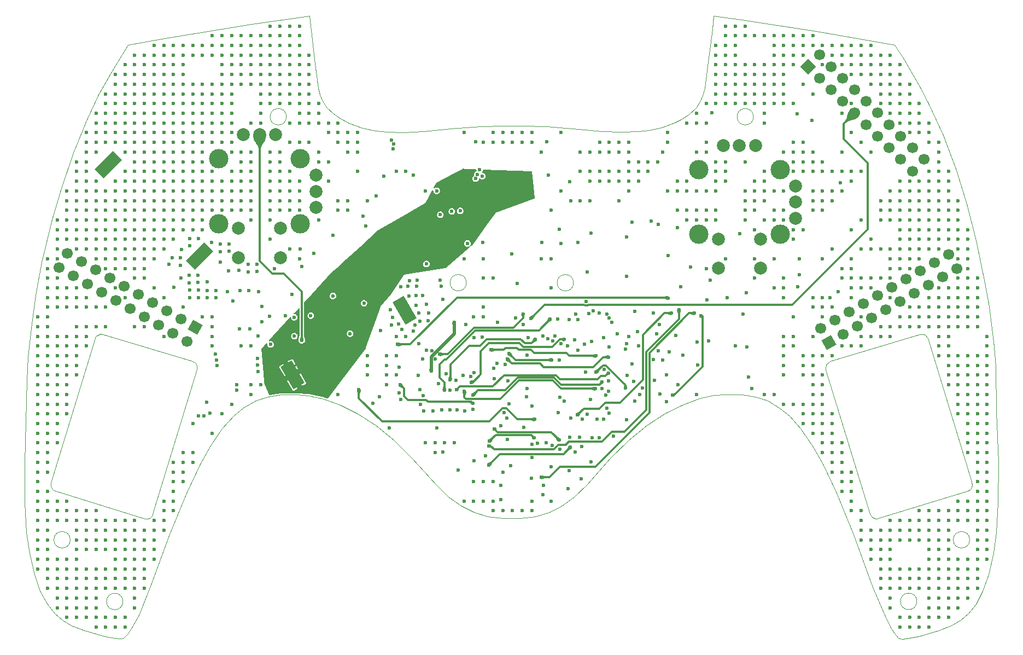
<source format=gbr>
%TF.GenerationSoftware,KiCad,Pcbnew,(6.0.9)*%
%TF.CreationDate,2022-11-22T19:39:31+02:00*%
%TF.ProjectId,PCB,5043422e-6b69-4636-9164-5f7063625858,rev?*%
%TF.SameCoordinates,Original*%
%TF.FileFunction,Copper,L8,Inr*%
%TF.FilePolarity,Positive*%
%FSLAX46Y46*%
G04 Gerber Fmt 4.6, Leading zero omitted, Abs format (unit mm)*
G04 Created by KiCad (PCBNEW (6.0.9)) date 2022-11-22 19:39:31*
%MOMM*%
%LPD*%
G01*
G04 APERTURE LIST*
G04 Aperture macros list*
%AMHorizOval*
0 Thick line with rounded ends*
0 $1 width*
0 $2 $3 position (X,Y) of the first rounded end (center of the circle)*
0 $4 $5 position (X,Y) of the second rounded end (center of the circle)*
0 Add line between two ends*
20,1,$1,$2,$3,$4,$5,0*
0 Add two circle primitives to create the rounded ends*
1,1,$1,$2,$3*
1,1,$1,$4,$5*%
%AMRotRect*
0 Rectangle, with rotation*
0 The origin of the aperture is its center*
0 $1 length*
0 $2 width*
0 $3 Rotation angle, in degrees counterclockwise*
0 Add horizontal line*
21,1,$1,$2,0,0,$3*%
G04 Aperture macros list end*
%TA.AperFunction,Profile*%
%ADD10C,0.100000*%
%TD*%
%TA.AperFunction,ComponentPad*%
%ADD11RotRect,1.700000X1.700000X120.000000*%
%TD*%
%TA.AperFunction,ComponentPad*%
%ADD12HorizOval,1.700000X0.000000X0.000000X0.000000X0.000000X0*%
%TD*%
%TA.AperFunction,ComponentPad*%
%ADD13C,2.000000*%
%TD*%
%TA.AperFunction,ComponentPad*%
%ADD14C,3.000000*%
%TD*%
%TA.AperFunction,ComponentPad*%
%ADD15RotRect,1.700000X1.700000X45.000000*%
%TD*%
%TA.AperFunction,ComponentPad*%
%ADD16HorizOval,1.700000X0.000000X0.000000X0.000000X0.000000X0*%
%TD*%
%TA.AperFunction,ComponentPad*%
%ADD17RotRect,1.700000X1.700000X240.000000*%
%TD*%
%TA.AperFunction,ComponentPad*%
%ADD18HorizOval,1.700000X0.000000X0.000000X0.000000X0.000000X0*%
%TD*%
%TA.AperFunction,ComponentPad*%
%ADD19RotRect,2.000000X4.000000X135.000000*%
%TD*%
%TA.AperFunction,ComponentPad*%
%ADD20RotRect,2.000000X4.000000X30.000000*%
%TD*%
%TA.AperFunction,ViaPad*%
%ADD21C,0.600000*%
%TD*%
%TA.AperFunction,Conductor*%
%ADD22C,0.320000*%
%TD*%
%TA.AperFunction,Conductor*%
%ADD23C,0.500000*%
%TD*%
G04 APERTURE END LIST*
D10*
X175615600Y-38887400D02*
X187248800Y-40665400D01*
X199390000Y-42799000D01*
X200710800Y-44831000D01*
X203250800Y-49199800D01*
X204622400Y-51892200D01*
X206857600Y-56769000D01*
X208889600Y-62204600D01*
X210515200Y-67437000D01*
X211988400Y-73025000D01*
X213360000Y-79629000D01*
X213969600Y-83235800D01*
X214731600Y-89433400D01*
X214985600Y-92532200D01*
X215138000Y-99491800D01*
X215442800Y-107365800D01*
X215392000Y-113614200D01*
X215138000Y-118237000D01*
X214680800Y-121386600D01*
X213918800Y-124739400D01*
X213004400Y-127330200D01*
X211937600Y-129311400D01*
X210769200Y-130784600D01*
X209600800Y-131800600D01*
X208127600Y-132664200D01*
X206197200Y-133375400D01*
X203047600Y-134289800D01*
X201523600Y-134594600D01*
X200558400Y-134747000D01*
X200304400Y-134696200D01*
X199948800Y-134543800D01*
X199491600Y-134035800D01*
X198780400Y-132969000D01*
X197815200Y-130987800D01*
X195986400Y-126669800D01*
X192989200Y-118541800D01*
X190398400Y-112141000D01*
X188264800Y-107670600D01*
X186639200Y-104825800D01*
X184810400Y-102133400D01*
X183083200Y-100203000D01*
X181559200Y-98983800D01*
X179679600Y-97866200D01*
X177800000Y-97256600D01*
X175666400Y-96901000D01*
X173126400Y-96901000D01*
X171450000Y-97002600D01*
X169113200Y-97510600D01*
X166522400Y-98475800D01*
X163880800Y-99796600D01*
X161036000Y-101625400D01*
X158242000Y-103962200D01*
X155346400Y-106756200D01*
X151790400Y-110769400D01*
X149758400Y-112750600D01*
X147878800Y-114071400D01*
X145897600Y-115087400D01*
X143713200Y-115747800D01*
X141325600Y-116052600D01*
X138734800Y-116052600D01*
X136398000Y-115747800D01*
X134213600Y-115087400D01*
X132181600Y-114122200D01*
X130302000Y-112750600D01*
X128320800Y-110769400D01*
X124714000Y-106807000D01*
X121818400Y-103911400D01*
X119024400Y-101676200D01*
X116230400Y-99847400D01*
X113538000Y-98475800D01*
X110998000Y-97561400D01*
X108610400Y-97053400D01*
X106934000Y-96901000D01*
X104394000Y-96901000D01*
X102311200Y-97256600D01*
X100431600Y-97866200D01*
X98552000Y-98933000D01*
X97028000Y-100203000D01*
X95250000Y-102133400D01*
X93421200Y-104775000D01*
X91795600Y-107619800D01*
X89712800Y-112141000D01*
X87122000Y-118491000D01*
X84124800Y-126568200D01*
X82346800Y-130987800D01*
X81280000Y-132969000D01*
X80568800Y-133985000D01*
X79959200Y-134543800D01*
X79552800Y-134696200D01*
X78536800Y-134594600D01*
X77063600Y-134289800D01*
X73863200Y-133375400D01*
X71882000Y-132664200D01*
X70459600Y-131800600D01*
X69291200Y-130784600D01*
X68122800Y-129260600D01*
X67056000Y-127330200D01*
X66141600Y-124790200D01*
X65379600Y-121437400D01*
X64922400Y-118237000D01*
X64668400Y-113563400D01*
X64668400Y-107365800D01*
X64973200Y-94665800D01*
X65176400Y-91059000D01*
X65633600Y-86537800D01*
X66344800Y-81457800D01*
X67310000Y-76377800D01*
X68884800Y-69824600D01*
X70307200Y-64998600D01*
X72186800Y-59461400D01*
X74269600Y-54330600D01*
X76098400Y-50520600D01*
X78079600Y-46964600D01*
X80670400Y-42799000D01*
X86360000Y-41783000D01*
X99822000Y-39547800D01*
X108762800Y-38328600D01*
X109575600Y-45745400D01*
X110083600Y-49453800D01*
X110337600Y-50469800D01*
X110794800Y-51485800D01*
X111455200Y-52501800D01*
X112369600Y-53416200D01*
X113334800Y-54076600D01*
X114858800Y-54940200D01*
X116941600Y-55651400D01*
X118973600Y-56057800D01*
X120751600Y-56261000D01*
X123342400Y-56311800D01*
X126390400Y-56159400D01*
X130606800Y-55753000D01*
X135280400Y-55397400D01*
X138836400Y-55295800D01*
X141681200Y-55295800D01*
X145491200Y-55448200D01*
X150418800Y-55854600D01*
X154076400Y-56159400D01*
X157073600Y-56261000D01*
X159715200Y-56210200D01*
X161340800Y-56007000D01*
X163271200Y-55600600D01*
X165303200Y-54838600D01*
X166370000Y-54330600D01*
X167538400Y-53517800D01*
X168605200Y-52501800D01*
X169214800Y-51587400D01*
X169621200Y-50571400D01*
X169976800Y-49453800D01*
X170332400Y-46710600D01*
X171145200Y-40360600D01*
X171297600Y-38328600D01*
X175615600Y-38887400D01*
X79886044Y-128933444D02*
G75*
G03*
X79886044Y-128933444I-1273044J0D01*
G01*
X177523644Y-53927244D02*
G75*
G03*
X177523644Y-53927244I-1273044J0D01*
G01*
X133073644Y-79606644D02*
G75*
G03*
X133073644Y-79606644I-1273044J0D01*
G01*
X202822044Y-128908044D02*
G75*
G03*
X202822044Y-128908044I-1273044J0D01*
G01*
X76758800Y-87553800D02*
X90627200Y-91770200D01*
X91033600Y-91973400D01*
X91236800Y-92227400D01*
X91287600Y-92481400D01*
X91338400Y-92684600D01*
X91338400Y-93040200D01*
X84480400Y-115392200D01*
X84429600Y-115544600D01*
X84277200Y-115798600D01*
X84023200Y-116001800D01*
X83667600Y-116103400D01*
X83261200Y-116103400D01*
X69392800Y-111836200D01*
X69138800Y-111683800D01*
X68986400Y-111531400D01*
X68783200Y-111277400D01*
X68681600Y-111023400D01*
X68681600Y-110566200D01*
X75539600Y-88214200D01*
X75590400Y-88011000D01*
X75742800Y-87858600D01*
X76047600Y-87655400D01*
X76403200Y-87503000D01*
X76758800Y-87553800D01*
X149659844Y-79606644D02*
G75*
G03*
X149659844Y-79606644I-1273044J0D01*
G01*
X203962000Y-87604600D02*
X204114400Y-87655400D01*
X204266800Y-87858600D01*
X204368400Y-88011000D01*
X204520800Y-88214200D01*
X211277200Y-110363000D01*
X211328000Y-110566200D01*
X211378800Y-110871000D01*
X211328000Y-111175800D01*
X211226400Y-111429800D01*
X211023200Y-111633000D01*
X210667600Y-111836200D01*
X196850000Y-116052600D01*
X196697600Y-116103400D01*
X196392800Y-116103400D01*
X195884800Y-115900200D01*
X195681600Y-115646200D01*
X195529200Y-115392200D01*
X188722000Y-93091000D01*
X188671200Y-92735400D01*
X188772800Y-92329000D01*
X188874400Y-92176600D01*
X189179200Y-91871800D01*
X189382400Y-91770200D01*
X203250800Y-87553800D01*
X203708000Y-87553800D01*
X203962000Y-87604600D01*
X211000844Y-119383044D02*
G75*
G03*
X211000844Y-119383044I-1273044J0D01*
G01*
X105209844Y-53927244D02*
G75*
G03*
X105209844Y-53927244I-1273044J0D01*
G01*
X71732644Y-119383044D02*
G75*
G03*
X71732644Y-119383044I-1273044J0D01*
G01*
D11*
%TO.N,/M_out2*%
%TO.C,J2*%
X189239773Y-88900000D03*
D12*
%TO.N,/M_out1*%
X187969773Y-86700295D03*
%TO.N,unconnected-(J2-Pad3)*%
X191439478Y-87630000D03*
%TO.N,unconnected-(J2-Pad4)*%
X190169478Y-85430295D03*
%TO.N,unconnected-(J2-Pad5)*%
X193639182Y-86360000D03*
%TO.N,unconnected-(J2-Pad6)*%
X192369182Y-84160295D03*
%TO.N,unconnected-(J2-Pad7)*%
X195838887Y-85090000D03*
%TO.N,unconnected-(J2-Pad8)*%
X194568887Y-82890295D03*
%TO.N,unconnected-(J2-Pad9)*%
X198038591Y-83820000D03*
%TO.N,unconnected-(J2-Pad10)*%
X196768591Y-81620295D03*
%TO.N,unconnected-(J2-Pad11)*%
X200238296Y-82550000D03*
%TO.N,unconnected-(J2-Pad12)*%
X198968296Y-80350295D03*
%TO.N,unconnected-(J2-Pad13)*%
X202438000Y-81280000D03*
%TO.N,unconnected-(J2-Pad14)*%
X201168000Y-79080295D03*
%TO.N,unconnected-(J2-Pad15)*%
X204637705Y-80010000D03*
%TO.N,unconnected-(J2-Pad16)*%
X203367705Y-77810295D03*
%TO.N,unconnected-(J2-Pad17)*%
X206837409Y-78740000D03*
%TO.N,unconnected-(J2-Pad18)*%
X205567409Y-76540295D03*
%TO.N,unconnected-(J2-Pad19)*%
X209037114Y-77470000D03*
%TO.N,unconnected-(J2-Pad20)*%
X207767114Y-75270295D03*
%TD*%
D13*
%TO.N,Net-(R27-Pad1)*%
%TO.C,U6*%
X103545000Y-56730000D03*
%TO.N,Net-(R29-Pad1)*%
X109775000Y-67960000D03*
%TO.N,JOY_Y_OUT1*%
X101045000Y-56730000D03*
%TO.N,JOY_X_OUT1*%
X109775000Y-65460000D03*
%TO.N,Net-(R28-Pad1)*%
X98545000Y-56730000D03*
%TO.N,Net-(R30-Pad1)*%
X109775000Y-62960000D03*
D14*
%TO.N,N/C*%
X94720000Y-60460000D03*
X107370000Y-60460000D03*
X107370000Y-70460000D03*
X94720000Y-70460000D03*
D13*
%TO.N,+3V3*%
X97795000Y-71210000D03*
X104295000Y-71210000D03*
%TO.N,Net-(R26-Pad1)*%
X97795000Y-75710000D03*
X104295000Y-75710000D03*
%TD*%
D15*
%TO.N,TCK*%
%TO.C,J1*%
X185964744Y-46162867D03*
D16*
%TO.N,unconnected-(J1-Pad2)*%
X187760795Y-44366816D03*
%TO.N,CLK_25MHZ*%
X187760795Y-47958918D03*
%TO.N,unconnected-(J1-Pad4)*%
X189556846Y-46162867D03*
%TO.N,DONE*%
X189556846Y-49754969D03*
%TO.N,unconnected-(J1-Pad6)*%
X191352898Y-47958918D03*
%TO.N,TMS*%
X191352898Y-51551021D03*
%TO.N,unconnected-(J1-Pad8)*%
X193148949Y-49754969D03*
%TO.N,PROG_B*%
X193148949Y-53347072D03*
%TO.N,unconnected-(J1-Pad10)*%
X194945000Y-51551021D03*
%TO.N,unconnected-(J1-Pad11)*%
X194945000Y-55143123D03*
%TO.N,unconnected-(J1-Pad12)*%
X196741051Y-53347072D03*
%TO.N,TDO*%
X196741051Y-56939174D03*
%TO.N,unconnected-(J1-Pad14)*%
X198537103Y-55143123D03*
%TO.N,TDI*%
X198537103Y-58735226D03*
%TO.N,unconnected-(J1-Pad16)*%
X200333154Y-56939174D03*
%TO.N,+3V3*%
X200333154Y-60531277D03*
X202129205Y-58735226D03*
%TO.N,Earth*%
X202129205Y-62327328D03*
X203925256Y-60531277D03*
%TD*%
D13*
%TO.N,Net-(R31-Pad1)*%
%TO.C,U7*%
X177845000Y-58380000D03*
%TO.N,Net-(R34-Pad1)*%
X184075000Y-69610000D03*
%TO.N,JOY_Y_OUT2*%
X175345000Y-58380000D03*
%TO.N,JOY_X_OUT2*%
X184075000Y-67110000D03*
%TO.N,Net-(R33-Pad1)*%
X172845000Y-58380000D03*
%TO.N,Net-(R35-Pad1)*%
X184075000Y-64610000D03*
D14*
%TO.N,N/C*%
X181670000Y-62110000D03*
X169020000Y-62110000D03*
X181670000Y-72110000D03*
X169020000Y-72110000D03*
D13*
%TO.N,+3V3*%
X172095000Y-72860000D03*
X178595000Y-72860000D03*
%TO.N,Net-(R32-Pad1)*%
X172095000Y-77360000D03*
X178595000Y-77360000D03*
%TD*%
D17*
%TO.N,/M_out4*%
%TO.C,J3*%
X91059000Y-86487000D03*
D18*
%TO.N,/M_out3*%
X89789000Y-88686705D03*
%TO.N,unconnected-(J3-Pad3)*%
X88859295Y-85217000D03*
%TO.N,unconnected-(J3-Pad4)*%
X87589295Y-87416705D03*
%TO.N,unconnected-(J3-Pad5)*%
X86659591Y-83947000D03*
%TO.N,unconnected-(J3-Pad6)*%
X85389591Y-86146705D03*
%TO.N,unconnected-(J3-Pad7)*%
X84459886Y-82677000D03*
%TO.N,unconnected-(J3-Pad8)*%
X83189886Y-84876705D03*
%TO.N,unconnected-(J3-Pad9)*%
X82260182Y-81407000D03*
%TO.N,unconnected-(J3-Pad10)*%
X80990182Y-83606705D03*
%TO.N,unconnected-(J3-Pad11)*%
X80060477Y-80137000D03*
%TO.N,unconnected-(J3-Pad12)*%
X78790477Y-82336705D03*
%TO.N,unconnected-(J3-Pad13)*%
X77860773Y-78867000D03*
%TO.N,unconnected-(J3-Pad14)*%
X76590773Y-81066705D03*
%TO.N,unconnected-(J3-Pad15)*%
X75661068Y-77597000D03*
%TO.N,unconnected-(J3-Pad16)*%
X74391068Y-79796705D03*
%TO.N,unconnected-(J3-Pad17)*%
X73461364Y-76327000D03*
%TO.N,unconnected-(J3-Pad18)*%
X72191364Y-78526705D03*
%TO.N,unconnected-(J3-Pad19)*%
X71261659Y-75057000D03*
%TO.N,unconnected-(J3-Pad20)*%
X69991659Y-77256705D03*
%TD*%
D19*
%TO.N,/RAW3*%
%TO.C,BT2*%
X91774812Y-75518812D03*
%TO.N,Earth*%
X77632676Y-61376676D03*
%TD*%
D20*
%TO.N,/RAW6*%
%TO.C,BT1*%
X106160841Y-93872000D03*
%TO.N,/RAW3*%
X123481349Y-83872000D03*
%TD*%
D21*
%TO.N,/RAW3*%
X92964000Y-79502000D03*
X88976200Y-74447400D03*
X88849200Y-78892400D03*
X87020400Y-76758800D03*
X124046521Y-80121500D03*
X125247400Y-81584800D03*
X117195600Y-82778600D03*
X125120400Y-86131400D03*
X122580400Y-85979000D03*
X106019600Y-81407000D03*
X121666000Y-84937600D03*
X125247400Y-83108800D03*
X98018600Y-80848200D03*
X99339400Y-80822800D03*
X96088200Y-81000600D03*
X100914200Y-81000600D03*
X99314000Y-77901800D03*
X100634800Y-77876400D03*
X99288600Y-76758800D03*
X100634800Y-76758800D03*
X97815400Y-77698600D03*
X96266000Y-77749400D03*
X94945200Y-76403200D03*
X103352600Y-77444600D03*
X94970600Y-74777600D03*
X96291400Y-74752200D03*
X94945200Y-73634600D03*
X96291400Y-73634600D03*
X90220800Y-73914000D03*
X93649800Y-73380600D03*
X90195400Y-72771000D03*
X91541600Y-72771000D03*
X87757000Y-80340200D03*
X88823800Y-76885800D03*
X87477600Y-75768200D03*
X88823800Y-75768200D03*
X92964000Y-81940400D03*
X94284800Y-81915000D03*
X92938600Y-80797400D03*
X94284800Y-80797400D03*
X90220800Y-81915000D03*
X91541600Y-81889600D03*
X90195400Y-80772000D03*
X91541600Y-80772000D03*
X91490800Y-79578200D03*
X90170000Y-79603600D03*
X91490800Y-78460600D03*
X90144600Y-78460600D03*
%TO.N,/RAW6*%
X117322600Y-89077800D03*
X104013000Y-88976200D03*
X111099600Y-94640400D03*
X113868200Y-86131400D03*
X113792000Y-83210400D03*
X113538000Y-84302600D03*
X114909600Y-82397600D03*
X123113800Y-86842600D03*
X121462800Y-86182200D03*
X121259600Y-83794600D03*
X127177800Y-85496400D03*
X125730000Y-84251800D03*
X125907800Y-85598000D03*
X127228600Y-84328000D03*
X126873000Y-82956400D03*
X124155200Y-81635600D03*
X126314200Y-81584800D03*
X124256800Y-79273400D03*
X120650000Y-77317600D03*
X120929400Y-79044800D03*
X122301000Y-79171800D03*
X118846600Y-82677000D03*
X116916200Y-77851000D03*
X110505421Y-80833619D03*
X119456200Y-77571600D03*
X117551200Y-87452200D03*
X114122200Y-76911200D03*
X115011200Y-77800200D03*
X116179600Y-77165200D03*
X112471200Y-84912200D03*
X110490000Y-83845400D03*
X110109000Y-84912200D03*
X112268000Y-82651600D03*
X112852200Y-87223600D03*
X109855000Y-86588600D03*
X110236000Y-87731600D03*
X111810800Y-86029800D03*
X112699800Y-89535000D03*
X111353600Y-88722200D03*
X110845600Y-89560400D03*
X112725200Y-88392000D03*
X116027200Y-88290400D03*
X114223800Y-87122000D03*
X114173000Y-88315800D03*
X116052600Y-87147400D03*
X115874800Y-90932000D03*
X114071400Y-89763600D03*
X114020600Y-90957400D03*
X115900200Y-89789000D03*
X105232200Y-91211400D03*
X103936800Y-90170000D03*
X103886000Y-91363800D03*
X105257600Y-90170000D03*
X108356400Y-96367600D03*
X102819200Y-93954600D03*
X103327200Y-93014800D03*
X108686600Y-95097600D03*
X109829600Y-93980000D03*
X107721400Y-92481400D03*
X108534200Y-93853000D03*
X108254800Y-86512400D03*
X111683800Y-96774000D03*
X109880400Y-95605600D03*
X109829600Y-96799400D03*
X111709200Y-95631000D03*
X104902000Y-95148400D03*
X103073200Y-95123000D03*
X104876600Y-96291400D03*
X103022400Y-96316800D03*
%TO.N,Net-(C22-Pad1)*%
X147701000Y-73533000D03*
X147447000Y-71374000D03*
%TO.N,Net-(C44-Pad1)*%
X159588200Y-87172800D03*
X162814000Y-90170000D03*
X151638000Y-82550000D03*
%TO.N,Net-(C48-Pad1)*%
X109474000Y-75057000D03*
%TO.N,Net-(C50-Pad1)*%
X144653000Y-109702600D03*
X167767000Y-77216000D03*
X168402000Y-84328000D03*
%TO.N,Net-(C52-Pad1)*%
X115062000Y-87503000D03*
%TO.N,Net-(C56-Pad1)*%
X162941000Y-86106000D03*
X122428000Y-89154000D03*
X164312600Y-81965800D03*
%TO.N,Net-(C58-Pad1)*%
X148844000Y-111506000D03*
%TO.N,Net-(C60-Pad1)*%
X119761000Y-86995000D03*
X119634000Y-97282000D03*
X150876000Y-109982000D03*
X118618000Y-98298000D03*
%TO.N,Net-(C62-Pad1)*%
X134239000Y-107188000D03*
%TO.N,Net-(C64-Pad1)*%
X105029000Y-84709000D03*
%TO.N,Net-(C66-Pad1)*%
X165989000Y-83794600D03*
X170815000Y-79248000D03*
X136514816Y-104825919D03*
%TO.N,/RAW6*%
X140462000Y-65278000D03*
%TO.N,/RR1*%
X133223000Y-73533000D03*
X130810000Y-68580000D03*
%TO.N,/RR2*%
X150368000Y-73406000D03*
%TO.N,ACCEL_INT2*%
X137795000Y-92075000D03*
%TO.N,ACCEL_INT1*%
X133731000Y-94107000D03*
%TO.N,ACCEL_CS*%
X137922000Y-85725000D03*
X149987000Y-84455000D03*
X135529550Y-88056950D03*
X129971800Y-93649800D03*
%TO.N,Earth*%
X74205800Y-69896200D03*
X171705800Y-62396200D03*
X71205800Y-66896200D03*
X84705800Y-47396200D03*
X72705800Y-125396200D03*
X198705800Y-128396200D03*
X96705800Y-63896200D03*
X171705800Y-50396200D03*
X212205800Y-96896200D03*
X98205800Y-42896200D03*
X144780000Y-73406000D03*
X174705800Y-89396200D03*
X77205800Y-74396200D03*
X86205800Y-54896200D03*
X104205800Y-59396200D03*
X78705800Y-72896200D03*
X98205800Y-44396200D03*
X212205800Y-108896200D03*
X87705800Y-110396200D03*
X96705800Y-62396200D03*
X81705800Y-68396200D03*
X212205800Y-113396200D03*
X81705800Y-54896200D03*
X143256000Y-98679000D03*
X102705800Y-62396200D03*
X204705800Y-66896200D03*
X81705800Y-62396200D03*
X177705800Y-41396200D03*
X158750000Y-70231000D03*
X177705800Y-68396200D03*
X123705800Y-62396200D03*
X173205800Y-51896200D03*
X146205800Y-75896200D03*
X210705800Y-75896200D03*
X86205800Y-51896200D03*
X197205800Y-78896200D03*
X173205800Y-47396200D03*
X167205800Y-63896200D03*
X66705800Y-123896200D03*
X201705800Y-51896200D03*
X87705800Y-50396200D03*
X210705800Y-126896200D03*
X206205800Y-126896200D03*
X206205800Y-74396200D03*
X101205800Y-95396200D03*
X75705800Y-116396200D03*
X204705800Y-132896200D03*
X66705800Y-113396200D03*
X212205800Y-95396200D03*
X163449000Y-59436000D03*
X212205800Y-93896200D03*
X189705800Y-65396200D03*
X107205800Y-41396200D03*
X212205800Y-126896200D03*
X105705800Y-51896200D03*
X86205800Y-59396200D03*
X213705800Y-98396200D03*
X168705800Y-65396200D03*
X66705800Y-108896200D03*
X104205800Y-44396200D03*
X87705800Y-107396200D03*
X105705800Y-50396200D03*
X204705800Y-114896200D03*
X200205800Y-84896200D03*
X198705800Y-116396200D03*
X207705800Y-122396200D03*
X104205800Y-39896200D03*
X108705800Y-50396200D03*
X183705800Y-98396200D03*
X74205800Y-62396200D03*
X86205800Y-42896200D03*
X186705800Y-96896200D03*
X83205800Y-69896200D03*
X96705800Y-51896200D03*
X126873000Y-76708000D03*
X195705800Y-42896200D03*
X83205800Y-47396200D03*
X153289000Y-100711000D03*
X203205800Y-86396200D03*
X135705800Y-57896200D03*
X98205800Y-89396200D03*
X74205800Y-65396200D03*
X66705800Y-95396200D03*
X189705800Y-90896200D03*
X207705800Y-66896200D03*
X212205800Y-78896200D03*
X194205800Y-47396200D03*
X112395000Y-72263000D03*
X92456000Y-100203000D03*
X77205800Y-126896200D03*
X191205800Y-78896200D03*
X201705800Y-71396200D03*
X86205800Y-74396200D03*
X72705800Y-129896200D03*
X189705800Y-74396200D03*
X179205800Y-47396200D03*
X171705800Y-48896200D03*
X93705800Y-42896200D03*
X210705800Y-77396200D03*
X105705800Y-57896200D03*
X78705800Y-50396200D03*
X111705800Y-54896200D03*
X210705800Y-128396200D03*
X96705800Y-42896200D03*
X204705800Y-122396200D03*
X151993481Y-84353338D03*
X182205800Y-81896200D03*
X78705800Y-53396200D03*
X152205800Y-62396200D03*
X99705800Y-95396200D03*
X212205800Y-111896200D03*
X72705800Y-68396200D03*
X74205800Y-120896200D03*
X153705800Y-59396200D03*
X83205800Y-117896200D03*
X68205800Y-101396200D03*
X209205800Y-83396200D03*
X74205800Y-114896200D03*
X89205800Y-68396200D03*
X207705800Y-95396200D03*
X198705800Y-69896200D03*
X74205800Y-68396200D03*
X84705800Y-44396200D03*
X188205800Y-105896200D03*
X77205800Y-65396200D03*
X207705800Y-117896200D03*
X201705800Y-126896200D03*
X213705800Y-117896200D03*
X198705800Y-81896200D03*
X80205800Y-62396200D03*
X105705800Y-65396200D03*
X190627000Y-81026000D03*
X209205800Y-128396200D03*
X206205800Y-125396200D03*
X191205800Y-45896200D03*
X192705800Y-113396200D03*
X212205800Y-125396200D03*
X80205800Y-50396200D03*
X146812000Y-87860100D03*
X153705800Y-57896200D03*
X87705800Y-113396200D03*
X71205800Y-89396200D03*
X66705800Y-92396200D03*
X189705800Y-42896200D03*
X203205800Y-75896200D03*
X84705800Y-45896200D03*
X164465000Y-90297000D03*
X74205800Y-128396200D03*
X188205800Y-101396200D03*
X90705800Y-51896200D03*
X165481000Y-87757000D03*
X194205800Y-78896200D03*
X71205800Y-125396200D03*
X99705800Y-69896200D03*
X212205800Y-104396200D03*
X75705800Y-125396200D03*
X192705800Y-44396200D03*
X212205800Y-101396200D03*
X145542000Y-57785000D03*
X185205800Y-48896200D03*
X207705800Y-114896200D03*
X80205800Y-54896200D03*
X75705800Y-53396200D03*
X212205800Y-116396200D03*
X92205800Y-50396200D03*
X92205800Y-62396200D03*
X206205800Y-86396200D03*
X206205800Y-123896200D03*
X155205800Y-62396200D03*
X182205800Y-48896200D03*
X182205800Y-93896200D03*
X99705800Y-96896200D03*
X207705800Y-65396200D03*
X134205800Y-113396200D03*
X192705800Y-77396200D03*
X198705800Y-122396200D03*
X74205800Y-125396200D03*
X83205800Y-74396200D03*
X83205800Y-44396200D03*
X84705800Y-68396200D03*
X176205800Y-48896200D03*
X183705800Y-87896200D03*
X182205800Y-45896200D03*
X188205800Y-102896200D03*
X213705800Y-120896200D03*
X201705800Y-53396200D03*
X144705800Y-59396200D03*
X80205800Y-77396200D03*
X188205800Y-45896200D03*
X137205800Y-57896200D03*
X145017610Y-110982616D03*
X189705800Y-102896200D03*
X195705800Y-48896200D03*
X98205800Y-68396200D03*
X81705800Y-57896200D03*
X155067000Y-94783500D03*
X78705800Y-66896200D03*
X78705800Y-51896200D03*
X207705800Y-116396200D03*
X81705800Y-86396200D03*
X138705800Y-108896200D03*
X69705800Y-87896200D03*
X135705800Y-113396200D03*
X189705800Y-104396200D03*
X207705800Y-84896200D03*
X179205800Y-69896200D03*
X210705800Y-84896200D03*
X177705800Y-78896200D03*
X105705800Y-44396200D03*
X180705800Y-42896200D03*
X114705800Y-68396200D03*
X68205800Y-123896200D03*
X89205800Y-110396200D03*
X84705800Y-60896200D03*
X122205800Y-93896200D03*
X117705800Y-66896200D03*
X68205800Y-117896200D03*
X69705800Y-123896200D03*
X209205800Y-71396200D03*
X201705800Y-125396200D03*
X150622000Y-103505000D03*
X92205800Y-69896200D03*
X173205800Y-75896200D03*
X155205800Y-57896200D03*
X113205800Y-68396200D03*
X174705800Y-47396200D03*
X93705800Y-41396200D03*
X203205800Y-68396200D03*
X104205800Y-48896200D03*
X77205800Y-56396200D03*
X95205800Y-65396200D03*
X186705800Y-83396200D03*
X194205800Y-42896200D03*
X80205800Y-59396200D03*
X74205800Y-116396200D03*
X81705800Y-69896200D03*
X87705800Y-53396200D03*
X68205800Y-78896200D03*
X74205800Y-89396200D03*
X204705800Y-120896200D03*
X86205800Y-53396200D03*
X96705800Y-47396200D03*
X86205800Y-117896200D03*
X68205800Y-83396200D03*
X198705800Y-74396200D03*
X96705800Y-57896200D03*
X209205800Y-116396200D03*
X194205800Y-80396200D03*
X204705800Y-56396200D03*
X68205800Y-104396200D03*
X210705800Y-125396200D03*
X80205800Y-65396200D03*
X71205800Y-123896200D03*
X167205800Y-65396200D03*
X209205800Y-69896200D03*
X75705800Y-59396200D03*
X186705800Y-102896200D03*
X141705800Y-56396200D03*
X195705800Y-80396200D03*
X198705800Y-65396200D03*
X78705800Y-75896200D03*
X96705800Y-44396200D03*
X90705800Y-53396200D03*
X89205800Y-60896200D03*
X98205800Y-63896200D03*
X69705800Y-113396200D03*
X81705800Y-59396200D03*
X68205800Y-98396200D03*
X198705800Y-53396200D03*
X72705800Y-66896200D03*
X206205800Y-63896200D03*
X207705800Y-123896200D03*
X179205800Y-50396200D03*
X182205800Y-44396200D03*
X98205800Y-65396200D03*
X200205800Y-86396200D03*
X111705800Y-63896200D03*
X183705800Y-51896200D03*
X71205800Y-69896200D03*
X69705800Y-101396200D03*
X186705800Y-59396200D03*
X206205800Y-131396200D03*
X83205800Y-60896200D03*
X143205800Y-113396200D03*
X71205800Y-68396200D03*
X96705800Y-66896200D03*
X203205800Y-66896200D03*
X213705800Y-102896200D03*
X107205800Y-63896200D03*
X77205800Y-125396200D03*
X179205800Y-96896200D03*
X75705800Y-123896200D03*
X201705800Y-77396200D03*
X107205800Y-39896200D03*
X143205800Y-56396200D03*
X68205800Y-102896200D03*
X120705800Y-92396200D03*
X83205800Y-59396200D03*
X89205800Y-107396200D03*
X102705800Y-41396200D03*
X165705800Y-68396200D03*
X198705800Y-120896200D03*
X206205800Y-71396200D03*
X183705800Y-72896200D03*
X148971000Y-108712000D03*
X75705800Y-114896200D03*
X81705800Y-74396200D03*
X203205800Y-63896200D03*
X198705800Y-75896200D03*
X110205800Y-60896200D03*
X69705800Y-116396200D03*
X209205800Y-126896200D03*
X197205800Y-74396200D03*
X96705800Y-98396200D03*
X173205800Y-50396200D03*
X209205800Y-96896200D03*
X120269000Y-63119000D03*
X125476000Y-79248000D03*
X213705800Y-107396200D03*
X123705800Y-87896200D03*
X173205800Y-45896200D03*
X141705800Y-114896200D03*
X210705800Y-74396200D03*
X188205800Y-66896200D03*
X135705800Y-84896200D03*
X207705800Y-83396200D03*
X87705800Y-48896200D03*
X186705800Y-98396200D03*
X135705800Y-83396200D03*
X77205800Y-123896200D03*
X116205800Y-57896200D03*
X132588000Y-93980000D03*
X191205800Y-89396200D03*
X207705800Y-72896200D03*
X66705800Y-89396200D03*
X132705800Y-113396200D03*
X77205800Y-120896200D03*
X143205800Y-57896200D03*
X86205800Y-47396200D03*
X207705800Y-63896200D03*
X206205800Y-66896200D03*
X101205800Y-53396200D03*
X84705800Y-62396200D03*
X81705800Y-51896200D03*
X159705800Y-63896200D03*
X170205800Y-51896200D03*
X185205800Y-71396200D03*
X201705800Y-83396200D03*
X180705800Y-50396200D03*
X125857000Y-96139000D03*
X102705800Y-44396200D03*
X168705800Y-96896200D03*
X90705800Y-56396200D03*
X69705800Y-128396200D03*
X96705800Y-41396200D03*
X107205800Y-45896200D03*
X71205800Y-95396200D03*
X102705800Y-60896200D03*
X72705800Y-93896200D03*
X108705800Y-45896200D03*
X92205800Y-42896200D03*
X87705800Y-114896200D03*
X195705800Y-44396200D03*
X93705800Y-62396200D03*
X86205800Y-60896200D03*
X140081000Y-75184000D03*
X176205800Y-51896200D03*
X203205800Y-117896200D03*
X69705800Y-102896200D03*
X78705800Y-74396200D03*
X92205800Y-65396200D03*
X101205800Y-48896200D03*
X177705800Y-65396200D03*
X80205800Y-57896200D03*
X75705800Y-54896200D03*
X168705800Y-53396200D03*
X93705800Y-84896200D03*
X89205800Y-45896200D03*
X213705800Y-92396200D03*
X81705800Y-72896200D03*
X66705800Y-96896200D03*
X105705800Y-62396200D03*
X192705800Y-108896200D03*
X105705800Y-66896200D03*
X74205800Y-119396200D03*
X201705800Y-50396200D03*
X71205800Y-87896200D03*
X94488000Y-92456000D03*
X203205800Y-51896200D03*
X89205800Y-57896200D03*
X209205800Y-81896200D03*
X66705800Y-116396200D03*
X203205800Y-72896200D03*
X83205800Y-63896200D03*
X80205800Y-122396200D03*
X213705800Y-95396200D03*
X210705800Y-113396200D03*
X84705800Y-65396200D03*
X209205800Y-75896200D03*
X95205800Y-42896200D03*
X107205800Y-66896200D03*
X182205800Y-51896200D03*
X200205800Y-125396200D03*
X210705800Y-95396200D03*
X210705800Y-102896200D03*
X188205800Y-99896200D03*
X87705800Y-54896200D03*
X191205800Y-53396200D03*
X182205800Y-42896200D03*
X71205800Y-114896200D03*
X105705800Y-74396200D03*
X210705800Y-114896200D03*
X192705800Y-89396200D03*
X114705800Y-56396200D03*
X171705800Y-45896200D03*
X209205800Y-78896200D03*
X170205800Y-65396200D03*
X117705800Y-92396200D03*
X212205800Y-114896200D03*
X86205800Y-66896200D03*
X84705800Y-75896200D03*
X192705800Y-63896200D03*
X96705800Y-48896200D03*
X107205800Y-65396200D03*
X72705800Y-72896200D03*
X198705800Y-51896200D03*
X68205800Y-77396200D03*
X152205800Y-66896200D03*
X176205800Y-69896200D03*
X191205800Y-111896200D03*
X75705800Y-74396200D03*
X89205800Y-69896200D03*
X78705800Y-117896200D03*
X159705800Y-60896200D03*
X86205800Y-114896200D03*
X168705800Y-68396200D03*
X128524000Y-102108000D03*
X209205800Y-86396200D03*
X66705800Y-84896200D03*
X198705800Y-45896200D03*
X200205800Y-116396200D03*
X78705800Y-123896200D03*
X84705800Y-51896200D03*
X174705800Y-39896200D03*
X170205800Y-69896200D03*
X180705800Y-68396200D03*
X170205800Y-77396200D03*
X209205800Y-92396200D03*
X191205800Y-77396200D03*
X129705800Y-104396200D03*
X144705800Y-75896200D03*
X207705800Y-80396200D03*
X191205800Y-44396200D03*
X71205800Y-80396200D03*
X188205800Y-65396200D03*
X212205800Y-80396200D03*
X134205800Y-110396200D03*
X192705800Y-75896200D03*
X80205800Y-132896200D03*
X188205800Y-93896200D03*
X213705800Y-113396200D03*
X140205800Y-114896200D03*
X189357000Y-81915000D03*
X80205800Y-126896200D03*
X188205800Y-81896200D03*
X120705800Y-95396200D03*
X68205800Y-89396200D03*
X71205800Y-113396200D03*
X87705800Y-51896200D03*
X171705800Y-51896200D03*
X197205800Y-69896200D03*
X185205800Y-92396200D03*
X95205800Y-63896200D03*
X206205800Y-81896200D03*
X77205800Y-132896200D03*
X78705800Y-116396200D03*
X95205800Y-99896200D03*
X179205800Y-48896200D03*
X203205800Y-125396200D03*
X198705800Y-87896200D03*
X206205800Y-120896200D03*
X89205800Y-56396200D03*
X69705800Y-122396200D03*
X161205800Y-62396200D03*
X77205800Y-119396200D03*
X95205800Y-50396200D03*
X171705800Y-47396200D03*
X184658000Y-78359000D03*
X182205800Y-65396200D03*
X176205800Y-47396200D03*
X84705800Y-66896200D03*
X195705800Y-87896200D03*
X69705800Y-114896200D03*
X87705800Y-72896200D03*
X197205800Y-87896200D03*
X183705800Y-84896200D03*
X86205800Y-48896200D03*
X128205800Y-104396200D03*
X204705800Y-65396200D03*
X156705800Y-62396200D03*
X207705800Y-120896200D03*
X191008000Y-64135000D03*
X129413000Y-82169000D03*
X213705800Y-108896200D03*
X213705800Y-104396200D03*
X206205800Y-62396200D03*
X203205800Y-56396200D03*
X102705800Y-68396200D03*
X210705800Y-90896200D03*
X168705800Y-69896200D03*
X68205800Y-80396200D03*
X77205800Y-83396200D03*
X74205800Y-117896200D03*
X92205800Y-51896200D03*
X86205800Y-50396200D03*
X203205800Y-54896200D03*
X162560000Y-87503000D03*
X164205800Y-65396200D03*
X197205800Y-117896200D03*
X189705800Y-66896200D03*
X192705800Y-51896200D03*
X213705800Y-116396200D03*
X107205800Y-68396200D03*
X201705800Y-63896200D03*
X78705800Y-69896200D03*
X186705800Y-92396200D03*
X77205800Y-69896200D03*
X177705800Y-47396200D03*
X78705800Y-120896200D03*
X173205800Y-48896200D03*
X83205800Y-66896200D03*
X96705800Y-54896200D03*
X83205800Y-56396200D03*
X96705800Y-53396200D03*
X186705800Y-87896200D03*
X90705800Y-63896200D03*
X69705800Y-81896200D03*
X80205800Y-72896200D03*
X96705800Y-65396200D03*
X89205800Y-42896200D03*
X200205800Y-47396200D03*
X182205800Y-68396200D03*
X83205800Y-86396200D03*
X104205800Y-62396200D03*
X206205800Y-90896200D03*
X195705800Y-45896200D03*
X80205800Y-45896200D03*
X71205800Y-71396200D03*
X186705800Y-99896200D03*
X207705800Y-69896200D03*
X183705800Y-41396200D03*
X80205800Y-56396200D03*
X210705800Y-81896200D03*
X200205800Y-50396200D03*
X195705800Y-122396200D03*
X135705800Y-110396200D03*
X89205800Y-71396200D03*
X69705800Y-80396200D03*
X77205800Y-77396200D03*
X92205800Y-54896200D03*
X200205800Y-71396200D03*
X198705800Y-50396200D03*
X177705800Y-66896200D03*
X101205800Y-51896200D03*
X183705800Y-89396200D03*
X83205800Y-125396200D03*
X92205800Y-66896200D03*
X182205800Y-59396200D03*
X71205800Y-72896200D03*
X138430000Y-113157000D03*
X195705800Y-47396200D03*
X197205800Y-50396200D03*
X74205800Y-74396200D03*
X90705800Y-42896200D03*
X66705800Y-114896200D03*
X77205800Y-131396200D03*
X107569000Y-77089000D03*
X104205800Y-60896200D03*
X84705800Y-54896200D03*
X71205800Y-81896200D03*
X81705800Y-122396200D03*
X75705800Y-68396200D03*
X80205800Y-66896200D03*
X194205800Y-116396200D03*
X192705800Y-111896200D03*
X206205800Y-119396200D03*
X159893000Y-96901000D03*
X185205800Y-62396200D03*
X186705800Y-41396200D03*
X207705800Y-128396200D03*
X89205800Y-47396200D03*
X97536000Y-95377000D03*
X86205800Y-113396200D03*
X207705800Y-92396200D03*
X80205800Y-120896200D03*
X101205800Y-45896200D03*
X203205800Y-84896200D03*
X129159000Y-80137000D03*
X210705800Y-92396200D03*
X183705800Y-71396200D03*
X197205800Y-45896200D03*
X68205800Y-95396200D03*
X189705800Y-83396200D03*
X99705800Y-44396200D03*
X71205800Y-90896200D03*
X204705800Y-125396200D03*
X72705800Y-81896200D03*
X105705800Y-42896200D03*
X201705800Y-69896200D03*
X210705800Y-98396200D03*
X182205800Y-80396200D03*
X69705800Y-93896200D03*
X156705800Y-59396200D03*
X197205800Y-68396200D03*
X89205800Y-54896200D03*
X142367000Y-97205900D03*
X74205800Y-59396200D03*
X159705800Y-62396200D03*
X72705800Y-116396200D03*
X198705800Y-48896200D03*
X207705800Y-125396200D03*
X108705800Y-44396200D03*
X200205800Y-45896200D03*
X95205800Y-44396200D03*
X72705800Y-122396200D03*
X183705800Y-62396200D03*
X204705800Y-84896200D03*
X71205800Y-122396200D03*
X212205800Y-123896200D03*
X204705800Y-62396200D03*
X72705800Y-71396200D03*
X198705800Y-123896200D03*
X74205800Y-87896200D03*
X204705800Y-71396200D03*
X213705800Y-87896200D03*
X212205800Y-120896200D03*
X158205800Y-59396200D03*
X74205800Y-63896200D03*
X116205800Y-56396200D03*
X102705800Y-69896200D03*
X201705800Y-86396200D03*
X77205800Y-66896200D03*
X213705800Y-96896200D03*
X191205800Y-107396200D03*
X206205800Y-80396200D03*
X69705800Y-78896200D03*
X201705800Y-131396200D03*
X185205800Y-59396200D03*
X198705800Y-47396200D03*
X89205800Y-83396200D03*
X186705800Y-62396200D03*
X188205800Y-104396200D03*
X113205800Y-56396200D03*
X99705800Y-59396200D03*
X78705800Y-132896200D03*
X209205800Y-84896200D03*
X84705800Y-120896200D03*
X95205800Y-47396200D03*
X186705800Y-90896200D03*
X213705800Y-89396200D03*
X92205800Y-44396200D03*
X72705800Y-90896200D03*
X80205800Y-47396200D03*
X207705800Y-68396200D03*
X139522200Y-94792800D03*
X81705800Y-77396200D03*
X84705800Y-57896200D03*
X180705800Y-44396200D03*
X68205800Y-107396200D03*
X212205800Y-119396200D03*
X204705800Y-74396200D03*
X111705800Y-56396200D03*
X185205800Y-41396200D03*
X204705800Y-123896200D03*
X89205800Y-108896200D03*
X158205800Y-57896200D03*
X201705800Y-84896200D03*
X75705800Y-69896200D03*
X203205800Y-71396200D03*
X173205800Y-41396200D03*
X201705800Y-75896200D03*
X185205800Y-57896200D03*
X206205800Y-59396200D03*
X170205800Y-59396200D03*
X77205800Y-86396200D03*
X101205800Y-44396200D03*
X84705800Y-71396200D03*
X86205800Y-71396200D03*
X107205800Y-44396200D03*
X213705800Y-114896200D03*
X120705800Y-93896200D03*
X131826000Y-108585000D03*
X105705800Y-41396200D03*
X191205800Y-42896200D03*
X93705800Y-50396200D03*
X94361000Y-91567000D03*
X101205800Y-42896200D03*
X74205800Y-123896200D03*
X206205800Y-83396200D03*
X206205800Y-84896200D03*
X183705800Y-57896200D03*
X77205800Y-57896200D03*
X189705800Y-105896200D03*
X105705800Y-48896200D03*
X87705800Y-45896200D03*
X180705800Y-96896200D03*
X168705800Y-54896200D03*
X68205800Y-126896200D03*
X69705800Y-104396200D03*
X102705800Y-50396200D03*
X122205800Y-62396200D03*
X97536000Y-96266000D03*
X104205800Y-45896200D03*
X78705800Y-65396200D03*
X206205800Y-114896200D03*
X210705800Y-96896200D03*
X174705800Y-45896200D03*
X113205800Y-54896200D03*
X197205800Y-120896200D03*
X201705800Y-54896200D03*
X167205800Y-54896200D03*
X93705800Y-53396200D03*
X200205800Y-51896200D03*
X176205800Y-41396200D03*
X128205800Y-105896200D03*
X72705800Y-86396200D03*
X194205800Y-62396200D03*
X185205800Y-93896200D03*
X213705800Y-99896200D03*
X68205800Y-108896200D03*
X200205800Y-53396200D03*
X72705800Y-80396200D03*
X92205800Y-68396200D03*
X188205800Y-42896200D03*
X135636000Y-73406000D03*
X96705800Y-45896200D03*
X80205800Y-123896200D03*
X210705800Y-86396200D03*
X99705800Y-42896200D03*
X93705800Y-102896200D03*
X176205800Y-50396200D03*
X167205800Y-69896200D03*
X176205800Y-65396200D03*
X87705800Y-62396200D03*
X122205800Y-87896200D03*
X180705800Y-65396200D03*
X203205800Y-83396200D03*
X207705800Y-126896200D03*
X74205800Y-60896200D03*
X177705800Y-50396200D03*
X98205800Y-41396200D03*
X171705800Y-65396200D03*
X138705800Y-57896200D03*
X198705800Y-126896200D03*
X99705800Y-54896200D03*
X206205800Y-117896200D03*
X212205800Y-117896200D03*
X204705800Y-83396200D03*
X189705800Y-108896200D03*
X210705800Y-123896200D03*
X213705800Y-90896200D03*
X68205800Y-86396200D03*
X146177000Y-108077000D03*
X75705800Y-75896200D03*
X194205800Y-45896200D03*
X87705800Y-65396200D03*
X77205800Y-53396200D03*
X210705800Y-104396200D03*
X179205800Y-65396200D03*
X77205800Y-72896200D03*
X204705800Y-126896200D03*
X191205800Y-62396200D03*
X197205800Y-48896200D03*
X176205800Y-60896200D03*
X113205800Y-96896200D03*
X107205800Y-42896200D03*
X71205800Y-131396200D03*
X81705800Y-60896200D03*
X69705800Y-126896200D03*
X197205800Y-44396200D03*
X177705800Y-48896200D03*
X102705800Y-63896200D03*
X78705800Y-68396200D03*
X84705800Y-72896200D03*
X77205800Y-75896200D03*
X72705800Y-89396200D03*
X210705800Y-71396200D03*
X84705800Y-56396200D03*
X83205800Y-119396200D03*
X66705800Y-102896200D03*
X165705800Y-63896200D03*
X66705800Y-107396200D03*
X174705800Y-48896200D03*
X179205800Y-54896200D03*
X75705800Y-119396200D03*
X152205800Y-63896200D03*
X207705800Y-90896200D03*
X90705800Y-66896200D03*
X90705800Y-62396200D03*
X104205800Y-63896200D03*
X134244312Y-93560867D03*
X99705800Y-48896200D03*
X105705800Y-63896200D03*
X198705800Y-117896200D03*
X117705800Y-90896200D03*
X75705800Y-132896200D03*
X78705800Y-125396200D03*
X194205800Y-117896200D03*
X66705800Y-122396200D03*
X192705800Y-71396200D03*
X191205800Y-110396200D03*
X186705800Y-93896200D03*
X74205800Y-66896200D03*
X204705800Y-81896200D03*
X171705800Y-69896200D03*
X198705800Y-66896200D03*
X87705800Y-71396200D03*
X207705800Y-81896200D03*
X69705800Y-75896200D03*
X206205800Y-69896200D03*
X197205800Y-126896200D03*
X113205800Y-66896200D03*
X71205800Y-93896200D03*
X179205800Y-62396200D03*
X99705800Y-41396200D03*
X206205800Y-72896200D03*
X171705800Y-42896200D03*
X90705800Y-68396200D03*
X95205800Y-51896200D03*
X66705800Y-117896200D03*
X146205800Y-80396200D03*
X204705800Y-69896200D03*
X177705800Y-63896200D03*
X90705800Y-59396200D03*
X194205800Y-74396200D03*
X69705800Y-72896200D03*
X104205800Y-65396200D03*
X200205800Y-69896200D03*
X182205800Y-69896200D03*
X89205800Y-48896200D03*
X96705800Y-56396200D03*
X83205800Y-122396200D03*
X198705800Y-68396200D03*
X174705800Y-51896200D03*
X71205800Y-98396200D03*
X176205800Y-45896200D03*
X84705800Y-74396200D03*
X210705800Y-122396200D03*
X90705800Y-50396200D03*
X69705800Y-99896200D03*
X147705800Y-65396200D03*
X66705800Y-86396200D03*
X87705800Y-44396200D03*
X80205800Y-117896200D03*
X69705800Y-129896200D03*
X204705800Y-68396200D03*
X198705800Y-44396200D03*
X171705800Y-68396200D03*
X204705800Y-63896200D03*
X159705800Y-89396200D03*
X96705800Y-68396200D03*
X191205800Y-65396200D03*
X170205800Y-68396200D03*
X180705800Y-47396200D03*
X80205800Y-116396200D03*
X191205800Y-108896200D03*
X75705800Y-57896200D03*
X75705800Y-65396200D03*
X80205800Y-74396200D03*
X132705800Y-56396200D03*
X74205800Y-57896200D03*
X81705800Y-129896200D03*
X179205800Y-53396200D03*
X102705800Y-45896200D03*
X83205800Y-65396200D03*
X86205800Y-56396200D03*
X137205800Y-78896200D03*
X86205800Y-65396200D03*
X204705800Y-131396200D03*
X81705800Y-75896200D03*
X207705800Y-131396200D03*
X102705800Y-42896200D03*
X182205800Y-41396200D03*
X153705800Y-63896200D03*
X81705800Y-117896200D03*
X192705800Y-47396200D03*
X86205800Y-57896200D03*
X77205800Y-71396200D03*
X183705800Y-60896200D03*
X90705800Y-101396200D03*
X203205800Y-65396200D03*
X186705800Y-81896200D03*
X201705800Y-132896200D03*
X87705800Y-57896200D03*
X150705800Y-62396200D03*
X92205800Y-63896200D03*
X101205800Y-50396200D03*
X72705800Y-63896200D03*
X68205800Y-116396200D03*
X204705800Y-129896200D03*
X200205800Y-54896200D03*
X204705800Y-86396200D03*
X111705800Y-60896200D03*
X194205800Y-114896200D03*
X74205800Y-71396200D03*
X194205800Y-119396200D03*
X207705800Y-89396200D03*
X204705800Y-117896200D03*
X90705800Y-48896200D03*
X78705800Y-54896200D03*
X89205800Y-66896200D03*
X75705800Y-66896200D03*
X140205800Y-56396200D03*
X101205800Y-47396200D03*
X210705800Y-72896200D03*
X81705800Y-47396200D03*
X90705800Y-105896200D03*
X203205800Y-131396200D03*
X212205800Y-92396200D03*
X200205800Y-63896200D03*
X83205800Y-75896200D03*
X114705800Y-66896200D03*
X75705800Y-129896200D03*
X200205800Y-65396200D03*
X84705800Y-80396200D03*
X108705800Y-48896200D03*
X102616000Y-84836000D03*
X74205800Y-83396200D03*
X78705800Y-56396200D03*
X71205800Y-65396200D03*
X200205800Y-126896200D03*
X213705800Y-122396200D03*
X197205800Y-66896200D03*
X155205800Y-59396200D03*
X71205800Y-96896200D03*
X81705800Y-66896200D03*
X69705800Y-95396200D03*
X68205800Y-105896200D03*
X197205800Y-51896200D03*
X81705800Y-78896200D03*
X210705800Y-83396200D03*
X157842000Y-78651800D03*
X110205800Y-69896200D03*
X99705800Y-68396200D03*
X140205800Y-57896200D03*
X83205800Y-126896200D03*
X84705800Y-48896200D03*
X83205800Y-45896200D03*
X72705800Y-131396200D03*
X194205800Y-57896200D03*
X104205800Y-41396200D03*
X66705800Y-119396200D03*
X150998483Y-100697889D03*
X68205800Y-99896200D03*
X212205800Y-86396200D03*
X155067000Y-96393000D03*
X206205800Y-128396200D03*
X206205800Y-122396200D03*
X84705800Y-53396200D03*
X87705800Y-68396200D03*
X89205800Y-65396200D03*
X107205800Y-51896200D03*
X90705800Y-44396200D03*
X81705800Y-123896200D03*
X195705800Y-120896200D03*
X203205800Y-132896200D03*
X203205800Y-123896200D03*
X143205800Y-114896200D03*
X84705800Y-119396200D03*
X171705800Y-60896200D03*
X80205800Y-81896200D03*
X96705800Y-50396200D03*
X200205800Y-77396200D03*
X156705800Y-66896200D03*
X75705800Y-120896200D03*
X192705800Y-114896200D03*
X203205800Y-74396200D03*
X81705800Y-116396200D03*
X102705800Y-66896200D03*
X201705800Y-56396200D03*
X212205800Y-107396200D03*
X209205800Y-125396200D03*
X197205800Y-122396200D03*
X107205800Y-53396200D03*
X87705800Y-108896200D03*
X71205800Y-128396200D03*
X114705800Y-59396200D03*
X72705800Y-60896200D03*
X206205800Y-116396200D03*
X204705800Y-72896200D03*
X203205800Y-126896200D03*
X204705800Y-128396200D03*
X209205800Y-68396200D03*
X204705800Y-119396200D03*
X191205800Y-104396200D03*
X186705800Y-66896200D03*
X90705800Y-71396200D03*
X78705800Y-71396200D03*
X148971003Y-85343980D03*
X207705800Y-62396200D03*
X197205800Y-125396200D03*
X206205800Y-87896200D03*
X92205800Y-56396200D03*
X210705800Y-93896200D03*
X105705800Y-54896200D03*
X93705800Y-63896200D03*
X90705800Y-57896200D03*
X192705800Y-56396200D03*
X138705800Y-56396200D03*
X90705800Y-54896200D03*
X195705800Y-74396200D03*
X90705800Y-107396200D03*
X213705800Y-93896200D03*
X99705800Y-60896200D03*
X99705800Y-63896200D03*
X102705800Y-65396200D03*
X84705800Y-59396200D03*
X74205800Y-126896200D03*
X207705800Y-86396200D03*
X71205800Y-116396200D03*
X209205800Y-113396200D03*
X192705800Y-42896200D03*
X72705800Y-126896200D03*
X207705800Y-87896200D03*
X105705800Y-39896200D03*
X146205800Y-68396200D03*
X78705800Y-48896200D03*
X72705800Y-69896200D03*
X80205800Y-53396200D03*
X137205800Y-110396200D03*
X180705800Y-80396200D03*
X194205800Y-69896200D03*
X203205800Y-69896200D03*
X68205800Y-96896200D03*
X66705800Y-99896200D03*
X206205800Y-129896200D03*
X176205800Y-39896200D03*
X92205800Y-60896200D03*
X72705800Y-65396200D03*
X186705800Y-60896200D03*
X74205800Y-72896200D03*
X89205800Y-44396200D03*
X80205800Y-125396200D03*
X158205800Y-65396200D03*
X150350128Y-90087628D03*
X92205800Y-48896200D03*
X188205800Y-95396200D03*
X186705800Y-42896200D03*
X212205800Y-83396200D03*
X68205800Y-93896200D03*
X93705800Y-86396200D03*
X183705800Y-42896200D03*
X102705800Y-72896200D03*
X170307000Y-82296000D03*
X198705800Y-125396200D03*
X207705800Y-93896200D03*
X80205800Y-119396200D03*
X173205800Y-62396200D03*
X69705800Y-69896200D03*
X101205800Y-41396200D03*
X209205800Y-98396200D03*
X114705800Y-57896200D03*
X93705800Y-56396200D03*
X92205800Y-57896200D03*
X102705800Y-47396200D03*
X80205800Y-71396200D03*
X98205800Y-59396200D03*
X194205800Y-87896200D03*
X180705800Y-48896200D03*
X75705800Y-63896200D03*
X167205800Y-68396200D03*
X158205800Y-60896200D03*
X189705800Y-62396200D03*
X177705800Y-75896200D03*
X203205800Y-116396200D03*
X72705800Y-119396200D03*
X108705800Y-54896200D03*
X66705800Y-120896200D03*
X75705800Y-131396200D03*
X158205800Y-63896200D03*
X68205800Y-122396200D03*
X81705800Y-44396200D03*
X89205800Y-62396200D03*
X200205800Y-131396200D03*
X75705800Y-56396200D03*
X96705800Y-59396200D03*
X99705800Y-45896200D03*
X86205800Y-62396200D03*
X188205800Y-62396200D03*
X164205800Y-56396200D03*
X72705800Y-74396200D03*
X195705800Y-78896200D03*
X86205800Y-45896200D03*
X81705800Y-45896200D03*
X71205800Y-83396200D03*
X182205800Y-90896200D03*
X134205800Y-84896200D03*
X180705800Y-51896200D03*
X183705800Y-45896200D03*
X107205800Y-54896200D03*
X81705800Y-53396200D03*
X212205800Y-84896200D03*
X66705800Y-93896200D03*
X192705800Y-80396200D03*
X213705800Y-105896200D03*
X198705800Y-86396200D03*
X81705800Y-63896200D03*
X102705800Y-48896200D03*
X68205800Y-114896200D03*
X98205800Y-48896200D03*
X201705800Y-116396200D03*
X83205800Y-50396200D03*
X72705800Y-114896200D03*
X176205800Y-66896200D03*
X77205800Y-117896200D03*
X75705800Y-117896200D03*
X92205800Y-71396200D03*
X210705800Y-99896200D03*
X213705800Y-101396200D03*
X192705800Y-81896200D03*
X95205800Y-53396200D03*
X71205800Y-92396200D03*
X81705800Y-128396200D03*
X99705800Y-65396200D03*
X195705800Y-117896200D03*
X71205800Y-126896200D03*
X86205800Y-87896200D03*
X158205800Y-87896200D03*
X89205800Y-51896200D03*
X69705800Y-74396200D03*
X72705800Y-128396200D03*
X209205800Y-72896200D03*
X68205800Y-119396200D03*
X83205800Y-48896200D03*
X99705800Y-47396200D03*
X207705800Y-119396200D03*
X116205800Y-62396200D03*
X84705800Y-50396200D03*
X78705800Y-63896200D03*
X93705800Y-66896200D03*
X132705800Y-75896200D03*
X99705800Y-66896200D03*
X207705800Y-71396200D03*
X95205800Y-56396200D03*
X186705800Y-65396200D03*
X132105530Y-68493663D03*
X83205800Y-120896200D03*
X207705800Y-129896200D03*
X151765000Y-77978000D03*
X75705800Y-86396200D03*
X173205800Y-44396200D03*
X87705800Y-59396200D03*
X72705800Y-117896200D03*
X83205800Y-68396200D03*
X182205800Y-78896200D03*
X83205800Y-72896200D03*
X201705800Y-119396200D03*
X93705800Y-68396200D03*
X84705800Y-117896200D03*
X177705800Y-45896200D03*
X201705800Y-74396200D03*
X194205800Y-89396200D03*
X78705800Y-47396200D03*
X105705800Y-45896200D03*
X110205800Y-53396200D03*
X68205800Y-90896200D03*
X200205800Y-119396200D03*
X184658000Y-75946000D03*
X126705800Y-104396200D03*
X185205800Y-90896200D03*
X180705800Y-75896200D03*
X96901000Y-82423000D03*
X206205800Y-60896200D03*
X93705800Y-48896200D03*
X173205800Y-39896200D03*
X68205800Y-120896200D03*
X212205800Y-105896200D03*
X157861000Y-72517000D03*
X101205800Y-54896200D03*
X189705800Y-99896200D03*
X158205800Y-62396200D03*
X66705800Y-90896200D03*
X182205800Y-47396200D03*
X77205800Y-51896200D03*
X98205800Y-45896200D03*
X180705800Y-45896200D03*
X204705800Y-54896200D03*
X98205800Y-60896200D03*
X131205800Y-104396200D03*
X149205800Y-66896200D03*
X135705800Y-75896200D03*
X68205800Y-125396200D03*
X68205800Y-111896200D03*
X122936000Y-80264000D03*
X66705800Y-101396200D03*
X86205800Y-63896200D03*
X102705800Y-59396200D03*
X213705800Y-110396200D03*
X69705800Y-89396200D03*
X110205800Y-54896200D03*
X212205800Y-98396200D03*
X177705800Y-71396200D03*
X173482000Y-81915000D03*
X74205800Y-56396200D03*
X171069000Y-53340000D03*
X179205800Y-63896200D03*
X87705800Y-60896200D03*
X80205800Y-131396200D03*
X68205800Y-113396200D03*
X104205800Y-66896200D03*
X203205800Y-114896200D03*
X188205800Y-83396200D03*
X191205800Y-59396200D03*
X138705800Y-114896200D03*
X174705800Y-50396200D03*
X198705800Y-119396200D03*
X200205800Y-123896200D03*
X83205800Y-123896200D03*
X87705800Y-111896200D03*
X72705800Y-92396200D03*
X81705800Y-56396200D03*
X198705800Y-78896200D03*
X200205800Y-75896200D03*
X209205800Y-99896200D03*
X87705800Y-69896200D03*
X95205800Y-45896200D03*
X77205800Y-68396200D03*
X80205800Y-63896200D03*
X66705800Y-105896200D03*
X194205800Y-84896200D03*
X93705800Y-57896200D03*
X209205800Y-74396200D03*
X90705800Y-69896200D03*
X209205800Y-114896200D03*
X182205800Y-92396200D03*
X93705800Y-44396200D03*
X78705800Y-119396200D03*
X116205800Y-59396200D03*
X87705800Y-56396200D03*
X80205800Y-69896200D03*
X75705800Y-83396200D03*
X104205800Y-68396200D03*
X192705800Y-45896200D03*
X156705800Y-57896200D03*
X137205800Y-114896200D03*
X185205800Y-60896200D03*
X210705800Y-80396200D03*
X105705800Y-68396200D03*
X93705800Y-51896200D03*
X107205800Y-48896200D03*
X185205800Y-42896200D03*
X87705800Y-63896200D03*
X179205800Y-41396200D03*
X78705800Y-126896200D03*
X69705800Y-96896200D03*
X146205800Y-113396200D03*
X180705800Y-41396200D03*
X83205800Y-54896200D03*
X107205800Y-50396200D03*
X102705800Y-39896200D03*
X75705800Y-128396200D03*
X110205800Y-51896200D03*
X108705800Y-53396200D03*
X89205800Y-53396200D03*
X195705800Y-72896200D03*
X104205800Y-51896200D03*
X107205800Y-75896200D03*
X206205800Y-57896200D03*
X134493000Y-57785000D03*
X95205800Y-48896200D03*
X129032000Y-79248000D03*
X102705800Y-51896200D03*
X69705800Y-83396200D03*
X201705800Y-48896200D03*
X171705800Y-63896200D03*
X75705800Y-126896200D03*
X201705800Y-117896200D03*
X135705800Y-78896200D03*
X84705800Y-42896200D03*
X92205800Y-53396200D03*
X113205800Y-57896200D03*
X66705800Y-111896200D03*
X107205800Y-47396200D03*
X89205800Y-63896200D03*
X174705800Y-41396200D03*
X209205800Y-95396200D03*
X144936733Y-87855604D03*
X74205800Y-86396200D03*
X104205800Y-42896200D03*
X66705800Y-98396200D03*
X93705800Y-87896200D03*
X203205800Y-53396200D03*
X200205800Y-132896200D03*
X97942400Y-86766400D03*
X84705800Y-122396200D03*
X176205800Y-68396200D03*
X182205800Y-50396200D03*
X98205800Y-47396200D03*
X75705800Y-71396200D03*
X212205800Y-122396200D03*
X66705800Y-87896200D03*
X201705800Y-123896200D03*
X74205800Y-81896200D03*
X155205800Y-63896200D03*
X110205800Y-59396200D03*
X68205800Y-92396200D03*
X201705800Y-72896200D03*
X206205800Y-68396200D03*
X89205800Y-105896200D03*
X189705800Y-107396200D03*
X69705800Y-125396200D03*
X188205800Y-68396200D03*
X212205800Y-90896200D03*
X72705800Y-83396200D03*
X84705800Y-69896200D03*
X74205800Y-131396200D03*
X89205800Y-59396200D03*
X117705800Y-93896200D03*
X68205800Y-75896200D03*
X98205800Y-66896200D03*
X104205800Y-47396200D03*
X200205800Y-66896200D03*
X108705800Y-51896200D03*
X186705800Y-68396200D03*
X81705800Y-125396200D03*
X81705800Y-50396200D03*
X200205800Y-72896200D03*
X170205800Y-54896200D03*
X209205800Y-122396200D03*
X192705800Y-78896200D03*
X210705800Y-116396200D03*
X93705800Y-54896200D03*
X188205800Y-84896200D03*
X86205800Y-116396200D03*
X77205800Y-116396200D03*
X162705800Y-60896200D03*
X83205800Y-62396200D03*
X182205800Y-87896200D03*
X186705800Y-101396200D03*
X209205800Y-80396200D03*
X192705800Y-110396200D03*
X68205800Y-81896200D03*
X188205800Y-60896200D03*
X94234000Y-90678000D03*
X66705800Y-104396200D03*
X154305000Y-88112600D03*
X203205800Y-119396200D03*
X195705800Y-119396200D03*
X98205800Y-62396200D03*
X210705800Y-78896200D03*
X92205800Y-84896200D03*
X152205800Y-59396200D03*
X161205800Y-60896200D03*
X72705800Y-87896200D03*
X157861000Y-89027000D03*
X80205800Y-51896200D03*
X209205800Y-123896200D03*
X174705800Y-44396200D03*
X95205800Y-66896200D03*
X106426000Y-84963000D03*
X77205800Y-50396200D03*
X165705800Y-65396200D03*
X83205800Y-51896200D03*
X99705800Y-89396200D03*
X210705800Y-105896200D03*
X105705800Y-47396200D03*
X200205800Y-117896200D03*
X186705800Y-50396200D03*
X189705800Y-44396200D03*
X204705800Y-116396200D03*
X209205800Y-66896200D03*
X93705800Y-65396200D03*
X164205800Y-57896200D03*
X188205800Y-90896200D03*
X86205800Y-72896200D03*
X212205800Y-110396200D03*
X104205800Y-50396200D03*
X137205800Y-113396200D03*
X68205800Y-84896200D03*
X212205800Y-99896200D03*
X156705800Y-63896200D03*
X173205800Y-42896200D03*
X201705800Y-68396200D03*
X92205800Y-59396200D03*
X173205800Y-60896200D03*
X198705800Y-77396200D03*
X78705800Y-80396200D03*
X80205800Y-75896200D03*
X170205800Y-57896200D03*
X206205800Y-65396200D03*
X86205800Y-68396200D03*
X191205800Y-105896200D03*
X81705800Y-65396200D03*
X83205800Y-57896200D03*
X83205800Y-53396200D03*
X91567000Y-100203000D03*
X83205800Y-78896200D03*
X74205800Y-129896200D03*
X204705800Y-57896200D03*
X183705800Y-59396200D03*
X90705800Y-65396200D03*
X77205800Y-54896200D03*
X197205800Y-123896200D03*
X89205800Y-50396200D03*
X200205800Y-48896200D03*
X87705800Y-66896200D03*
X83205800Y-71396200D03*
X197205800Y-47396200D03*
X179205800Y-45896200D03*
X212205800Y-102896200D03*
X78705800Y-131396200D03*
X95205800Y-57896200D03*
X212205800Y-81896200D03*
X209205800Y-90896200D03*
X137205800Y-56396200D03*
X78705800Y-57896200D03*
X165735000Y-71120000D03*
X90705800Y-60896200D03*
X188205800Y-75896200D03*
X141705800Y-57896200D03*
X150705800Y-59396200D03*
X173205800Y-63896200D03*
X125349000Y-80137000D03*
X209205800Y-93896200D03*
X198705800Y-129896200D03*
X108705800Y-57896200D03*
X153705800Y-62396200D03*
X185205800Y-99896200D03*
X112395000Y-81661000D03*
X197205800Y-86396200D03*
X72705800Y-120896200D03*
X80205800Y-48896200D03*
X78705800Y-122396200D03*
X200205800Y-74396200D03*
X195705800Y-59396200D03*
X210705800Y-101396200D03*
X87705800Y-47396200D03*
X177705800Y-51896200D03*
X168705800Y-59396200D03*
X83205800Y-77396200D03*
X122205800Y-90896200D03*
X69705800Y-98396200D03*
X81705800Y-126896200D03*
X213705800Y-119396200D03*
X188205800Y-96896200D03*
X69705800Y-92396200D03*
X86205800Y-44396200D03*
X166243000Y-80264000D03*
X179205800Y-66896200D03*
X186705800Y-95396200D03*
X188205800Y-98396200D03*
X185205800Y-101396200D03*
X72705800Y-62396200D03*
X192705800Y-62396200D03*
X86205800Y-69896200D03*
X201705800Y-65396200D03*
X72705800Y-123896200D03*
X93705800Y-89396200D03*
X81705800Y-119396200D03*
X95205800Y-54896200D03*
X189705800Y-101396200D03*
X182205800Y-98396200D03*
X87705800Y-42896200D03*
X201705800Y-66896200D03*
X68205800Y-87896200D03*
X84705800Y-63896200D03*
X86205800Y-81896200D03*
X213705800Y-111896200D03*
X209205800Y-129896200D03*
X66705800Y-110396200D03*
X69705800Y-71396200D03*
X200205800Y-68396200D03*
X183705800Y-44396200D03*
X81705800Y-48896200D03*
X171705800Y-44396200D03*
X180705800Y-69896200D03*
X147705800Y-56396200D03*
X71205800Y-129896200D03*
X78705800Y-77396200D03*
X108705800Y-47396200D03*
X197205800Y-119396200D03*
X81705800Y-120896200D03*
X174705800Y-42896200D03*
X206205800Y-89396200D03*
X150705800Y-66896200D03*
X120705800Y-90896200D03*
X71205800Y-99896200D03*
X107205800Y-57896200D03*
X80205800Y-68396200D03*
X194205800Y-44396200D03*
X99705800Y-62396200D03*
X95205800Y-68396200D03*
X152400000Y-107315000D03*
X95205800Y-41396200D03*
X81705800Y-71396200D03*
X75705800Y-72896200D03*
X182205800Y-89396200D03*
X143129000Y-109855000D03*
X179205800Y-51896200D03*
X185205800Y-44396200D03*
X84705800Y-116396200D03*
X185205800Y-98396200D03*
X139446000Y-103886000D03*
X69705800Y-90896200D03*
%TO.N,+3V3*%
X102743000Y-89154000D03*
X139065000Y-92287500D03*
X124841000Y-62992000D03*
X100711000Y-91313000D03*
X136017000Y-106426000D03*
X140970000Y-79756000D03*
X101371400Y-85648800D03*
X152273000Y-97663000D03*
X139701828Y-98389872D03*
X141986000Y-101981000D03*
X153670000Y-84328000D03*
X127635000Y-93243400D03*
X145796000Y-62992000D03*
X129032000Y-69088000D03*
X149936200Y-105791000D03*
X100711000Y-92329000D03*
X158750000Y-92202000D03*
X147243700Y-85217000D03*
X100838000Y-93345000D03*
X143205200Y-104622600D03*
X101371400Y-83312000D03*
X152527000Y-103632000D03*
X151511000Y-93472000D03*
X149098000Y-64008000D03*
X168783000Y-88773000D03*
X139954000Y-107950000D03*
X131191000Y-85725000D03*
X147548600Y-105359200D03*
%TO.N,+2V5*%
X152482305Y-88666814D03*
X161671000Y-70104000D03*
X152739500Y-83947000D03*
X149225000Y-100584000D03*
X154432000Y-92981500D03*
X142494000Y-96012000D03*
%TO.N,/M_out2*%
X184404000Y-80264000D03*
%TO.N,+6V*%
X135522770Y-63124944D03*
X121728559Y-58912046D03*
X135129253Y-62151789D03*
X121425445Y-57571963D03*
X134493000Y-63500000D03*
X134747000Y-62865000D03*
X121793000Y-58166000D03*
%TO.N,SDO*%
X128270000Y-91440000D03*
X147681932Y-89058223D03*
%TO.N,SDI*%
X141859000Y-84455000D03*
X128905000Y-90678000D03*
%TO.N,LED_L1*%
X150901400Y-104978200D03*
X176784000Y-94234000D03*
%TO.N,LED_L2*%
X154305000Y-100711000D03*
X165862000Y-95377000D03*
%TO.N,LED_L3*%
X176530000Y-89535000D03*
X155803600Y-103301800D03*
%TO.N,DPAD_OUT_01*%
X144094200Y-104470200D03*
X143256000Y-106680000D03*
%TO.N,DPAD_OUT_21*%
X99568000Y-86741000D03*
X145415000Y-104317800D03*
%TO.N,DPAD_OUT_41*%
X136525000Y-107823000D03*
X149174200Y-105029000D03*
%TO.N,JOY_BUTT_OUT1*%
X138938000Y-99695000D03*
X106426000Y-87884000D03*
%TO.N,JOY_BUTT_OUT2*%
X136652000Y-104140000D03*
X143560800Y-103606600D03*
%TO.N,DPAD_OUT_02*%
X146329400Y-104775000D03*
X166624000Y-90805000D03*
%TO.N,DPAD_OUT_12*%
X147444909Y-103972221D03*
X121107200Y-102082600D03*
X137414000Y-102235000D03*
X108973556Y-84701444D03*
%TO.N,LED_H1*%
X164084000Y-98044000D03*
X163004147Y-96839647D03*
%TO.N,LED_H2*%
X155194000Y-99822000D03*
X164084000Y-93853000D03*
%TO.N,LED_H3*%
X157861000Y-100773500D03*
X170561000Y-88646000D03*
%TO.N,MEM_D_7*%
X134112000Y-96986500D03*
X154101800Y-94970600D03*
%TO.N,MEM_D_6*%
X153009600Y-95986600D03*
X132764627Y-96409861D03*
%TO.N,MEM_D_5*%
X155067000Y-93599000D03*
X131521200Y-96164400D03*
%TO.N,MEM_D_4*%
X130530600Y-96215200D03*
X158996059Y-94913797D03*
%TO.N,MEM_D_3*%
X129667000Y-96215200D03*
X146050000Y-85217000D03*
%TO.N,MEM_D_2*%
X130535332Y-94584791D03*
X143764000Y-88339100D03*
%TO.N,MEM_D_1*%
X134264400Y-88112600D03*
X142595600Y-88138000D03*
X128727200Y-95224600D03*
%TO.N,MEM_D_0*%
X133807200Y-95021400D03*
X126365000Y-97113500D03*
X148209000Y-88392000D03*
%TO.N,Net-(R16-Pad1)*%
X117475000Y-70866000D03*
%TO.N,Net-(R17-Pad1)*%
X162814000Y-70612000D03*
X164947600Y-97028000D03*
X169418000Y-84709000D03*
X138430000Y-110998000D03*
%TO.N,Net-(R18-Pad1)*%
X117094000Y-69342000D03*
%TO.N,Net-(R19-Pad1)*%
X164338000Y-75438000D03*
%TO.N,DPAD_OUT_22*%
X147320000Y-99695000D03*
%TO.N,MEM_ADDR_15*%
X153167028Y-93426228D03*
X157734000Y-95885000D03*
X127762000Y-90103500D03*
%TO.N,MEM_ADDR_12*%
X124841000Y-87122000D03*
X154686000Y-97028000D03*
%TO.N,MEM_ADDR_7*%
X125730000Y-89027000D03*
X145669000Y-88265000D03*
%TO.N,MEM_ADDR_6*%
X126873000Y-90043000D03*
X149843128Y-88442122D03*
%TO.N,MEM_ADDR_5*%
X126302500Y-91440000D03*
X151384000Y-89157700D03*
X142494000Y-90805000D03*
%TO.N,MEM_ADDR_4*%
X146431000Y-88646000D03*
X122682000Y-92710000D03*
%TO.N,MEM_ADDR_3*%
X148717000Y-89343500D03*
X125603000Y-93980000D03*
%TO.N,MEM_ADDR_2*%
X122809000Y-95377000D03*
X155194000Y-85090000D03*
X134112000Y-98298000D03*
%TO.N,MEM_ADDR_1*%
X122682000Y-96647000D03*
X150368000Y-85344000D03*
%TO.N,MEM_ADDR_0*%
X122936000Y-97663000D03*
X154813000Y-84455000D03*
%TO.N,MEM_ADDR_11*%
X157734000Y-89916000D03*
X137388600Y-94488000D03*
%TO.N,MEM_ADDR_9*%
X137337800Y-92837000D03*
X155196932Y-89534135D03*
%TO.N,MEM_ADDR_8*%
X139446000Y-91440000D03*
X155117800Y-91109800D03*
%TO.N,MEM_ADDR_13*%
X146304000Y-91567000D03*
X157988000Y-93980000D03*
X139700000Y-90592500D03*
%TO.N,MEM_ADDR_14*%
X136880600Y-89992200D03*
X153162000Y-90932000D03*
%TO.N,MEM_WE*%
X154051000Y-96012000D03*
X132969000Y-86106000D03*
%TO.N,DPAD_OUT_32*%
X150241000Y-100076000D03*
X164846000Y-84328000D03*
%TO.N,TCK*%
X155575000Y-85725000D03*
%TO.N,DONE*%
X154813000Y-99060000D03*
X168910000Y-92329000D03*
%TO.N,TMS*%
X141884400Y-86055200D03*
X186563000Y-54483000D03*
%TO.N,PROG_B*%
X143052800Y-85140800D03*
%TO.N,TDO*%
X175895000Y-84455000D03*
X156464000Y-87503000D03*
%TO.N,TDI*%
X184277000Y-53467000D03*
X140716000Y-85090000D03*
%TO.N,Net-(R21-Pad1)*%
X100838000Y-87884000D03*
X159131000Y-84074000D03*
%TO.N,Net-(R23-Pad1)*%
X162052000Y-91490800D03*
X144907000Y-112395000D03*
%TO.N,Net-(R25-Pad1)*%
X162052000Y-84328000D03*
X129413000Y-105791000D03*
%TO.N,JOY_Y_OUT1*%
X139319000Y-100542500D03*
X107569000Y-88519000D03*
%TO.N,BUTT_OUT2*%
X138430000Y-101727000D03*
X119126000Y-66167000D03*
%TO.N,JOY_X_OUT1*%
X107315000Y-74422000D03*
X116417337Y-96180663D03*
X143637000Y-100740502D03*
%TO.N,JOY_Y_OUT2*%
X162179000Y-94742000D03*
X147533570Y-97356928D03*
X175387000Y-72009000D03*
X177292000Y-96012000D03*
X176403000Y-81153000D03*
X160324800Y-95910400D03*
%TO.N,JOY_X_OUT2*%
X163449000Y-91567000D03*
X148234400Y-97891600D03*
X159131000Y-97917000D03*
%TO.N,SCK*%
X149047200Y-103505000D03*
X131495800Y-94691200D03*
%TO.N,BUTT_OUT1*%
X147447000Y-91559944D03*
X151764100Y-99949000D03*
X153670000Y-103632000D03*
X152328944Y-71937944D03*
%TO.N,Net-(R8-Pad1)*%
X134112000Y-99187000D03*
%TO.N,Net-(R8-Pad2)*%
X132842000Y-99441000D03*
%TO.N,Net-(R8-Pad3)*%
X131624456Y-99269826D03*
%TO.N,Net-(R8-Pad4)*%
X130556000Y-99314000D03*
%TO.N,Net-(R8-Pad5)*%
X129286000Y-99314000D03*
%TO.N,Net-(R8-Pad6)*%
X127896464Y-99448464D03*
%TO.N,Net-(R8-Pad7)*%
X126492000Y-99441000D03*
%TO.N,Net-(R8-Pad8)*%
X125984000Y-98425000D03*
%TO.N,/M_out4*%
X93345000Y-99822000D03*
%TO.N,/M_out3*%
X92845338Y-98135500D03*
%TO.N,/P2*%
X128461500Y-65405000D03*
X126746000Y-65405000D03*
%TD*%
D22*
%TO.N,Net-(C66-Pad1)*%
X136829919Y-104825919D02*
X136514816Y-104825919D01*
X137414000Y-105410000D02*
X136829919Y-104825919D01*
X147320650Y-104673400D02*
X146584050Y-105410000D01*
X146584050Y-105410000D02*
X137414000Y-105410000D01*
X148437600Y-104673400D02*
X147320650Y-104673400D01*
X148899000Y-104212000D02*
X148437600Y-104673400D01*
X154055200Y-104212000D02*
X148899000Y-104212000D01*
X155567556Y-102699644D02*
X154055200Y-104212000D01*
X157523356Y-102699644D02*
X155567556Y-102699644D01*
X160904800Y-99318200D02*
X157523356Y-102699644D01*
X165989000Y-85217000D02*
X160904800Y-90301200D01*
X165989000Y-83794600D02*
X165989000Y-85217000D01*
X160904800Y-90301200D02*
X160904800Y-99318200D01*
%TO.N,PROG_B*%
X191516000Y-54980021D02*
X193148949Y-53347072D01*
X191516000Y-57404000D02*
X191516000Y-54980021D01*
X195199000Y-61087000D02*
X191516000Y-57404000D01*
X195199000Y-71374000D02*
X195199000Y-61087000D01*
X183565800Y-83007200D02*
X195199000Y-71374000D01*
X151972760Y-83007200D02*
X183565800Y-83007200D01*
X151406040Y-83110000D02*
X151869960Y-83110000D01*
X151303240Y-83007200D02*
X151406040Y-83110000D01*
X145186400Y-83007200D02*
X151303240Y-83007200D01*
X151869960Y-83110000D02*
X151972760Y-83007200D01*
X143052800Y-85140800D02*
X145186400Y-83007200D01*
%TO.N,Net-(C56-Pad1)*%
X124333000Y-89154000D02*
X122428000Y-89154000D01*
X131597000Y-81890000D02*
X124333000Y-89154000D01*
X164312600Y-81965800D02*
X164236800Y-81890000D01*
X164236800Y-81890000D02*
X131597000Y-81890000D01*
%TO.N,MEM_D_7*%
X134832500Y-96266000D02*
X134112000Y-96986500D01*
X139038450Y-96266000D02*
X134832500Y-96266000D01*
X140989450Y-94315000D02*
X139038450Y-96266000D01*
X147701000Y-95377000D02*
X146639000Y-94315000D01*
X153695400Y-95377000D02*
X147701000Y-95377000D01*
X146639000Y-94315000D02*
X140989450Y-94315000D01*
X154101800Y-94970600D02*
X153695400Y-95377000D01*
%TO.N,MEM_D_5*%
X132029200Y-95656400D02*
X131521200Y-96164400D01*
X137134600Y-95656400D02*
X132029200Y-95656400D01*
X138876000Y-93915000D02*
X137134600Y-95656400D01*
X147567846Y-94535444D02*
X146947402Y-93915000D01*
X153368556Y-94535444D02*
X147567846Y-94535444D01*
X154990800Y-93599000D02*
X154559000Y-94030800D01*
X154559000Y-94030800D02*
X153873200Y-94030800D01*
X153873200Y-94030800D02*
X153368556Y-94535444D01*
X146947402Y-93915000D02*
X138876000Y-93915000D01*
X155067000Y-93599000D02*
X154990800Y-93599000D01*
%TO.N,Net-(C50-Pad1)*%
X153035000Y-108077000D02*
X161391600Y-99720400D01*
X161391600Y-99720400D02*
X161391600Y-90500200D01*
X145948400Y-109702600D02*
X147574000Y-108077000D01*
X144653000Y-109702600D02*
X145948400Y-109702600D01*
X161391600Y-90500200D02*
X167563800Y-84328000D01*
X167563800Y-84328000D02*
X168402000Y-84328000D01*
X147574000Y-108077000D02*
X153035000Y-108077000D01*
%TO.N,/RAW6*%
X130048000Y-72898000D02*
X137668000Y-65278000D01*
X106160841Y-93872000D02*
X106160841Y-92848159D01*
X106160841Y-92848159D02*
X126111000Y-72898000D01*
X126111000Y-72898000D02*
X130048000Y-72898000D01*
X137668000Y-65278000D02*
X140462000Y-65278000D01*
D23*
%TO.N,+3V3*%
X131191000Y-87503000D02*
X131191000Y-85725000D01*
X127635000Y-93243400D02*
X127635000Y-91059000D01*
X127635000Y-91059000D02*
X131191000Y-87503000D01*
D22*
%TO.N,SDI*%
X141859000Y-84455000D02*
X141859000Y-85039200D01*
X134264400Y-86563200D02*
X130149600Y-90678000D01*
X130149600Y-90678000D02*
X128905000Y-90678000D01*
X140335000Y-86563200D02*
X134264400Y-86563200D01*
X141859000Y-85039200D02*
X140335000Y-86563200D01*
%TO.N,DPAD_OUT_41*%
X149174200Y-105029000D02*
X148103200Y-106100000D01*
X138248000Y-106100000D02*
X136525000Y-107823000D01*
X148103200Y-106100000D02*
X138248000Y-106100000D01*
%TO.N,JOY_BUTT_OUT2*%
X137606000Y-103186000D02*
X136652000Y-104140000D01*
X143140200Y-103186000D02*
X137606000Y-103186000D01*
X143560800Y-103606600D02*
X143140200Y-103186000D01*
%TO.N,DPAD_OUT_12*%
X146215688Y-102743000D02*
X137922000Y-102743000D01*
X137922000Y-102743000D02*
X137414000Y-102235000D01*
X147444909Y-103972221D02*
X146215688Y-102743000D01*
%TO.N,MEM_D_6*%
X141155136Y-94715000D02*
X138303636Y-97566500D01*
X132764627Y-97331627D02*
X132764627Y-96409861D01*
X138303636Y-97566500D02*
X132999500Y-97566500D01*
X146473314Y-94715000D02*
X141155136Y-94715000D01*
X153009600Y-95986600D02*
X147744914Y-95986600D01*
X132999500Y-97566500D02*
X132764627Y-97331627D01*
X147744914Y-95986600D02*
X146473314Y-94715000D01*
%TO.N,MEM_D_3*%
X129692400Y-91465400D02*
X129927886Y-91465400D01*
X128930400Y-94284800D02*
X128930400Y-92227400D01*
X129667000Y-96215200D02*
X129667000Y-95021400D01*
X141466356Y-86965400D02*
X144301600Y-86965400D01*
X134430086Y-86963200D02*
X141464156Y-86963200D01*
X141464156Y-86963200D02*
X141466356Y-86965400D01*
X128930400Y-92227400D02*
X129692400Y-91465400D01*
X129927886Y-91465400D02*
X134430086Y-86963200D01*
X129667000Y-95021400D02*
X128930400Y-94284800D01*
X144301600Y-86965400D02*
X146050000Y-85217000D01*
%TO.N,MEM_D_2*%
X130535332Y-94584791D02*
X130598000Y-94522123D01*
X142113000Y-88976200D02*
X143126900Y-88976200D01*
X130598000Y-92287000D02*
X133502400Y-89382600D01*
X136187356Y-88348644D02*
X141485444Y-88348644D01*
X141485444Y-88348644D02*
X142113000Y-88976200D01*
X135153400Y-89382600D02*
X136187356Y-88348644D01*
X133502400Y-89382600D02*
X135153400Y-89382600D01*
X130598000Y-94522123D02*
X130598000Y-92287000D01*
X143126900Y-88976200D02*
X143764000Y-88339100D01*
%TO.N,MEM_D_0*%
X141274800Y-88976200D02*
X136575800Y-88976200D01*
X141833600Y-89535000D02*
X141274800Y-88976200D01*
X135305800Y-93776800D02*
X134061200Y-95021400D01*
X134061200Y-95021400D02*
X133807200Y-95021400D01*
X136575800Y-88976200D02*
X135305800Y-90246200D01*
X147505244Y-88392000D02*
X146362244Y-89535000D01*
X148209000Y-88392000D02*
X147505244Y-88392000D01*
X146362244Y-89535000D02*
X141833600Y-89535000D01*
X135305800Y-90246200D02*
X135305800Y-93776800D01*
%TO.N,Net-(R17-Pad1)*%
X169672000Y-84836000D02*
X169545000Y-84709000D01*
X165200950Y-97028000D02*
X169672000Y-92556950D01*
X169545000Y-84709000D02*
X169418000Y-84709000D01*
X164947600Y-97028000D02*
X165200950Y-97028000D01*
X169672000Y-92556950D02*
X169672000Y-84836000D01*
%TO.N,MEM_ADDR_15*%
X157734000Y-95445756D02*
X157734000Y-95885000D01*
X154689744Y-92401500D02*
X157734000Y-95445756D01*
X153167028Y-93426228D02*
X154191756Y-92401500D01*
X154191756Y-92401500D02*
X154689744Y-92401500D01*
%TO.N,MEM_ADDR_2*%
X133858000Y-98044000D02*
X127127000Y-98044000D01*
X124014000Y-97725000D02*
X123444000Y-97155000D01*
X134112000Y-98298000D02*
X133858000Y-98044000D01*
X123444000Y-97155000D02*
X123444000Y-96012000D01*
X126808000Y-97725000D02*
X124014000Y-97725000D01*
X123444000Y-96012000D02*
X122809000Y-95377000D01*
X127127000Y-98044000D02*
X126808000Y-97725000D01*
%TO.N,MEM_ADDR_8*%
X144458844Y-92109444D02*
X140115444Y-92109444D01*
X155117800Y-91109800D02*
X154254200Y-91109800D01*
X140115444Y-92109444D02*
X139446000Y-91440000D01*
X144983200Y-92633800D02*
X144458844Y-92109444D01*
X152730200Y-92633800D02*
X144983200Y-92633800D01*
X154254200Y-91109800D02*
X152730200Y-92633800D01*
%TO.N,MEM_ADDR_13*%
X146296444Y-91559444D02*
X140666944Y-91559444D01*
X146304000Y-91567000D02*
X146296444Y-91559444D01*
X140666944Y-91559444D02*
X139700000Y-90592500D01*
%TO.N,MEM_ADDR_14*%
X136880600Y-89992200D02*
X138836400Y-89992200D01*
X143078200Y-89992200D02*
X143598900Y-90512900D01*
X143598900Y-90512900D02*
X148577300Y-90512900D01*
X140893800Y-89687400D02*
X141198600Y-89992200D01*
X148577300Y-90512900D02*
X148996400Y-90932000D01*
X138836400Y-89992200D02*
X139141200Y-89687400D01*
X148996400Y-90932000D02*
X153162000Y-90932000D01*
X139141200Y-89687400D02*
X140893800Y-89687400D01*
X141198600Y-89992200D02*
X143078200Y-89992200D01*
%TO.N,DPAD_OUT_32*%
X150241000Y-100076000D02*
X151231600Y-99085400D01*
X160401000Y-94615000D02*
X160401000Y-87656050D01*
X160401000Y-87656050D02*
X163729050Y-84328000D01*
X151231600Y-99085400D02*
X153644600Y-99085400D01*
X153644600Y-99085400D02*
X154559000Y-98171000D01*
X163729050Y-84328000D02*
X164846000Y-84328000D01*
X156845000Y-98171000D02*
X160401000Y-94615000D01*
X154559000Y-98171000D02*
X156845000Y-98171000D01*
%TO.N,JOY_Y_OUT1*%
X104775000Y-78232000D02*
X107569000Y-81026000D01*
X101045000Y-76280000D02*
X102997000Y-78232000D01*
X102997000Y-78232000D02*
X104775000Y-78232000D01*
X101045000Y-56730000D02*
X101045000Y-76280000D01*
X107569000Y-81026000D02*
X107569000Y-88519000D01*
%TO.N,JOY_X_OUT1*%
X139211381Y-99035000D02*
X140916883Y-100740502D01*
X119997556Y-101074556D02*
X136625063Y-101074556D01*
X140916883Y-100740502D02*
X143637000Y-100740502D01*
X136625063Y-101074556D02*
X138664619Y-99035000D01*
X116417337Y-97494337D02*
X119997556Y-101074556D01*
X138664619Y-99035000D02*
X139211381Y-99035000D01*
X116417337Y-96180663D02*
X116417337Y-97494337D01*
%TD*%
%TA.AperFunction,Conductor*%
%TO.N,Net-(C66-Pad1)*%
G36*
X136733332Y-104619982D02*
G01*
X136766517Y-104652188D01*
X136802798Y-104685156D01*
X136802844Y-104685195D01*
X136802860Y-104685209D01*
X136833219Y-104710870D01*
X136836230Y-104713415D01*
X136836297Y-104713468D01*
X136836310Y-104713478D01*
X136856026Y-104728906D01*
X136867251Y-104737690D01*
X136867345Y-104737758D01*
X136896193Y-104758629D01*
X136896218Y-104758646D01*
X136896299Y-104758705D01*
X136923813Y-104777184D01*
X136923887Y-104777230D01*
X136923889Y-104777232D01*
X136950164Y-104793811D01*
X136950195Y-104793830D01*
X136950230Y-104793852D01*
X136975990Y-104809433D01*
X137001531Y-104824653D01*
X137027233Y-104840199D01*
X137027341Y-104840266D01*
X137052942Y-104856419D01*
X137053559Y-104856808D01*
X137053839Y-104856990D01*
X137081061Y-104875273D01*
X137081396Y-104875507D01*
X137110093Y-104896268D01*
X137110445Y-104896533D01*
X137141101Y-104920522D01*
X137141444Y-104920801D01*
X137174577Y-104948808D01*
X137174892Y-104949084D01*
X137210863Y-104981770D01*
X137211143Y-104982033D01*
X137242051Y-105012029D01*
X137245602Y-105020250D01*
X137242176Y-105028698D01*
X137032398Y-105238476D01*
X137024125Y-105241903D01*
X137016031Y-105238652D01*
X137015847Y-105238476D01*
X136992839Y-105216433D01*
X136963530Y-105191091D01*
X136956920Y-105186070D01*
X136936142Y-105170287D01*
X136936133Y-105170280D01*
X136935978Y-105170163D01*
X136909792Y-105153266D01*
X136909566Y-105153147D01*
X136909557Y-105153142D01*
X136884831Y-105140150D01*
X136884832Y-105140150D01*
X136884578Y-105140017D01*
X136884322Y-105139913D01*
X136884315Y-105139910D01*
X136860229Y-105130147D01*
X136860230Y-105130147D01*
X136859943Y-105130031D01*
X136835494Y-105122925D01*
X136810839Y-105118317D01*
X136810583Y-105118292D01*
X136810578Y-105118291D01*
X136796164Y-105116867D01*
X136785584Y-105115822D01*
X136782152Y-105115722D01*
X136759491Y-105115060D01*
X136759472Y-105115060D01*
X136759337Y-105115056D01*
X136759192Y-105115059D01*
X136759174Y-105115059D01*
X136731841Y-105115634D01*
X136731832Y-105115634D01*
X136731705Y-105115637D01*
X136728181Y-105115822D01*
X136702294Y-105117181D01*
X136670712Y-105119304D01*
X136636667Y-105121615D01*
X136636546Y-105121623D01*
X136599544Y-105123748D01*
X136599324Y-105123758D01*
X136572964Y-105124775D01*
X136559153Y-105125308D01*
X136558897Y-105125315D01*
X136544569Y-105125511D01*
X136522157Y-105125818D01*
X136513838Y-105122505D01*
X136511532Y-105119351D01*
X136369712Y-104835712D01*
X136369077Y-104826780D01*
X136374263Y-104820385D01*
X136719271Y-104618284D01*
X136728142Y-104617059D01*
X136733332Y-104619982D01*
G37*
%TD.AperFunction*%
%TD*%
%TA.AperFunction,Conductor*%
%TO.N,Net-(C66-Pad1)*%
G36*
X165994232Y-83647216D02*
G01*
X166282370Y-83791285D01*
X166288238Y-83798050D01*
X166288835Y-83802011D01*
X166287609Y-83856881D01*
X166287582Y-83857454D01*
X166283665Y-83912271D01*
X166283604Y-83912895D01*
X166277499Y-83961516D01*
X166277398Y-83962167D01*
X166269453Y-84005518D01*
X166269317Y-84006158D01*
X166259862Y-84045267D01*
X166259706Y-84045847D01*
X166249062Y-84081711D01*
X166248914Y-84082174D01*
X166237393Y-84115798D01*
X166237289Y-84116090D01*
X166225169Y-84148546D01*
X166212830Y-84180653D01*
X166200662Y-84213237D01*
X166189008Y-84247248D01*
X166178208Y-84283639D01*
X166168605Y-84323361D01*
X166160540Y-84367366D01*
X166154357Y-84416607D01*
X166150396Y-84472034D01*
X166150393Y-84472182D01*
X166149255Y-84523161D01*
X166145645Y-84531356D01*
X166137558Y-84534600D01*
X165840442Y-84534600D01*
X165832169Y-84531173D01*
X165828745Y-84523161D01*
X165827606Y-84472182D01*
X165827603Y-84472034D01*
X165823642Y-84416607D01*
X165817459Y-84367366D01*
X165809394Y-84323361D01*
X165799791Y-84283639D01*
X165788991Y-84247248D01*
X165777337Y-84213237D01*
X165765169Y-84180653D01*
X165752830Y-84148546D01*
X165740710Y-84116090D01*
X165740606Y-84115798D01*
X165729085Y-84082174D01*
X165728937Y-84081711D01*
X165718293Y-84045847D01*
X165718137Y-84045267D01*
X165708682Y-84006158D01*
X165708546Y-84005518D01*
X165700601Y-83962167D01*
X165700500Y-83961516D01*
X165694395Y-83912895D01*
X165694334Y-83912271D01*
X165690417Y-83857454D01*
X165690390Y-83856881D01*
X165689165Y-83802011D01*
X165692406Y-83793664D01*
X165695630Y-83791285D01*
X165983768Y-83647216D01*
X165992700Y-83646581D01*
X165994232Y-83647216D01*
G37*
%TD.AperFunction*%
%TD*%
%TA.AperFunction,Conductor*%
%TO.N,PROG_B*%
G36*
X192555058Y-52748415D02*
G01*
X193443919Y-53044702D01*
X193450684Y-53050570D01*
X193451319Y-53052102D01*
X193747606Y-53940963D01*
X193746971Y-53949895D01*
X193744464Y-53953239D01*
X193615298Y-54073096D01*
X193614562Y-54073725D01*
X193487195Y-54173655D01*
X193486336Y-54174268D01*
X193365063Y-54252764D01*
X193364105Y-54253322D01*
X193247938Y-54313743D01*
X193246956Y-54314197D01*
X193134917Y-54359869D01*
X193134008Y-54360197D01*
X193025043Y-54394445D01*
X193024315Y-54394648D01*
X192917408Y-54420756D01*
X192916973Y-54420852D01*
X192811210Y-54442080D01*
X192811054Y-54442111D01*
X192705450Y-54461747D01*
X192599345Y-54483042D01*
X192570815Y-54490009D01*
X192492056Y-54509243D01*
X192492045Y-54509246D01*
X192491861Y-54509291D01*
X192491683Y-54509347D01*
X192491672Y-54509350D01*
X192382297Y-54543728D01*
X192382081Y-54543796D01*
X192269084Y-54589859D01*
X192268849Y-54589981D01*
X192268843Y-54589984D01*
X192152199Y-54650653D01*
X192152191Y-54650658D01*
X192151952Y-54650782D01*
X192029766Y-54729868D01*
X192029560Y-54730030D01*
X191901791Y-54830275D01*
X191901782Y-54830283D01*
X191901607Y-54830420D01*
X191774817Y-54948073D01*
X191766423Y-54951189D01*
X191758587Y-54947770D01*
X191548251Y-54737434D01*
X191544824Y-54729161D01*
X191547948Y-54721204D01*
X191665600Y-54594413D01*
X191665737Y-54594238D01*
X191665745Y-54594229D01*
X191765990Y-54466460D01*
X191766152Y-54466254D01*
X191845238Y-54344068D01*
X191845362Y-54343829D01*
X191845367Y-54343821D01*
X191906036Y-54227177D01*
X191906039Y-54227171D01*
X191906161Y-54226936D01*
X191952224Y-54113939D01*
X191964864Y-54073725D01*
X191986670Y-54004348D01*
X191986673Y-54004337D01*
X191986729Y-54004159D01*
X192000417Y-53948112D01*
X192012951Y-53896785D01*
X192012978Y-53896675D01*
X192034273Y-53790570D01*
X192053917Y-53684925D01*
X192075168Y-53579047D01*
X192075268Y-53578593D01*
X192101371Y-53471709D01*
X192101575Y-53470977D01*
X192135823Y-53362012D01*
X192136151Y-53361103D01*
X192181823Y-53249064D01*
X192182277Y-53248082D01*
X192242698Y-53131915D01*
X192243256Y-53130957D01*
X192295288Y-53050570D01*
X192321752Y-53009684D01*
X192322365Y-53008825D01*
X192422295Y-52881458D01*
X192422924Y-52880722D01*
X192542782Y-52751557D01*
X192550921Y-52747823D01*
X192555058Y-52748415D01*
G37*
%TD.AperFunction*%
%TD*%
%TA.AperFunction,Conductor*%
%TO.N,PROG_B*%
G36*
X143471010Y-84512495D02*
G01*
X143681104Y-84722589D01*
X143684531Y-84730862D01*
X143681286Y-84738949D01*
X143646045Y-84775797D01*
X143646023Y-84775821D01*
X143645941Y-84775907D01*
X143609549Y-84817901D01*
X143579104Y-84857091D01*
X143579004Y-84857236D01*
X143579001Y-84857240D01*
X143559424Y-84885603D01*
X143553690Y-84893910D01*
X143532392Y-84928788D01*
X143514297Y-84962157D01*
X143498488Y-84994448D01*
X143498464Y-84994501D01*
X143484052Y-85026091D01*
X143484049Y-85026098D01*
X143470119Y-85057419D01*
X143470074Y-85057520D01*
X143455699Y-85089028D01*
X143455562Y-85089316D01*
X143439934Y-85121239D01*
X143439711Y-85121672D01*
X143421878Y-85154558D01*
X143421578Y-85155079D01*
X143400607Y-85189421D01*
X143400251Y-85189969D01*
X143375203Y-85226257D01*
X143374826Y-85226772D01*
X143344762Y-85265471D01*
X143344365Y-85265955D01*
X143308373Y-85307487D01*
X143307987Y-85307911D01*
X143270056Y-85347574D01*
X143261861Y-85351185D01*
X143257900Y-85350588D01*
X142952284Y-85248716D01*
X142945519Y-85242848D01*
X142944884Y-85241316D01*
X142894121Y-85089028D01*
X142843012Y-84935700D01*
X142843647Y-84926769D01*
X142846025Y-84923545D01*
X142885698Y-84885603D01*
X142886123Y-84885217D01*
X142918578Y-84857091D01*
X142927651Y-84849228D01*
X142928128Y-84848837D01*
X142966827Y-84818773D01*
X142967342Y-84818396D01*
X143003630Y-84793348D01*
X143004178Y-84792992D01*
X143031988Y-84776010D01*
X143038529Y-84772016D01*
X143039032Y-84771726D01*
X143071935Y-84753884D01*
X143072360Y-84753665D01*
X143104283Y-84738037D01*
X143104571Y-84737900D01*
X143136079Y-84723525D01*
X143136180Y-84723480D01*
X143138184Y-84722589D01*
X143167508Y-84709547D01*
X143199151Y-84695111D01*
X143231442Y-84679302D01*
X143264811Y-84661207D01*
X143299689Y-84639909D01*
X143299810Y-84639825D01*
X143299820Y-84639819D01*
X143336359Y-84614598D01*
X143336363Y-84614595D01*
X143336508Y-84614495D01*
X143375698Y-84584050D01*
X143417692Y-84547658D01*
X143454653Y-84512311D01*
X143462998Y-84509071D01*
X143471010Y-84512495D01*
G37*
%TD.AperFunction*%
%TD*%
%TA.AperFunction,Conductor*%
%TO.N,Net-(C56-Pad1)*%
G36*
X122463763Y-88854798D02*
G01*
X122490281Y-88855390D01*
X122490854Y-88855417D01*
X122537562Y-88858755D01*
X122545673Y-88859334D01*
X122546293Y-88859395D01*
X122594923Y-88865501D01*
X122595559Y-88865600D01*
X122638930Y-88873549D01*
X122639546Y-88873679D01*
X122678673Y-88883139D01*
X122679241Y-88883291D01*
X122694878Y-88887932D01*
X122715111Y-88893937D01*
X122715574Y-88894085D01*
X122749198Y-88905606D01*
X122749490Y-88905710D01*
X122781946Y-88917830D01*
X122814053Y-88930169D01*
X122846637Y-88942337D01*
X122880648Y-88953991D01*
X122917039Y-88964791D01*
X122917170Y-88964823D01*
X122917186Y-88964827D01*
X122956602Y-88974356D01*
X122956616Y-88974359D01*
X122956761Y-88974394D01*
X122969287Y-88976690D01*
X123000584Y-88982426D01*
X123000597Y-88982428D01*
X123000766Y-88982459D01*
X123000930Y-88982480D01*
X123000939Y-88982481D01*
X123030987Y-88986254D01*
X123050007Y-88988642D01*
X123105434Y-88992603D01*
X123127167Y-88993088D01*
X123156561Y-88993745D01*
X123164756Y-88997356D01*
X123168000Y-89005442D01*
X123168000Y-89302558D01*
X123164573Y-89310831D01*
X123156561Y-89314255D01*
X123134424Y-89314749D01*
X123105434Y-89315396D01*
X123050007Y-89319357D01*
X123030987Y-89321745D01*
X123000939Y-89325518D01*
X123000930Y-89325519D01*
X123000766Y-89325540D01*
X123000597Y-89325571D01*
X123000584Y-89325573D01*
X122969287Y-89331309D01*
X122956761Y-89333605D01*
X122956616Y-89333640D01*
X122956602Y-89333643D01*
X122917186Y-89343172D01*
X122917170Y-89343176D01*
X122917039Y-89343208D01*
X122880648Y-89354008D01*
X122846637Y-89365662D01*
X122846588Y-89365680D01*
X122846586Y-89365681D01*
X122814053Y-89377830D01*
X122782050Y-89390129D01*
X122781946Y-89390169D01*
X122749499Y-89402286D01*
X122749198Y-89402393D01*
X122715574Y-89413914D01*
X122715111Y-89414062D01*
X122694878Y-89420067D01*
X122679241Y-89424708D01*
X122678673Y-89424860D01*
X122639546Y-89434320D01*
X122638930Y-89434450D01*
X122595559Y-89442399D01*
X122594923Y-89442498D01*
X122546295Y-89448604D01*
X122545673Y-89448665D01*
X122537562Y-89449244D01*
X122490854Y-89452582D01*
X122490281Y-89452609D01*
X122467437Y-89453119D01*
X122435410Y-89453835D01*
X122427064Y-89450594D01*
X122424685Y-89447370D01*
X122280616Y-89159232D01*
X122279981Y-89150300D01*
X122280616Y-89148768D01*
X122424685Y-88860630D01*
X122431450Y-88854762D01*
X122435409Y-88854165D01*
X122463763Y-88854798D01*
G37*
%TD.AperFunction*%
%TD*%
%TA.AperFunction,Conductor*%
%TO.N,Net-(C56-Pad1)*%
G36*
X164313123Y-81669222D02*
G01*
X164315680Y-81672950D01*
X164454998Y-81996289D01*
X164455125Y-82005243D01*
X164453091Y-82008585D01*
X164242976Y-82250823D01*
X164234967Y-82254828D01*
X164231005Y-82254430D01*
X164218027Y-82250823D01*
X164181933Y-82240792D01*
X164181457Y-82240649D01*
X164172101Y-82237616D01*
X164132044Y-82224627D01*
X164131602Y-82224473D01*
X164087879Y-82208174D01*
X164087447Y-82208002D01*
X164048509Y-82191609D01*
X164048113Y-82191434D01*
X164012973Y-82175083D01*
X164012672Y-82174937D01*
X163980515Y-82158840D01*
X163980347Y-82158755D01*
X163950062Y-82142979D01*
X163950059Y-82142977D01*
X163920958Y-82127807D01*
X163892279Y-82113494D01*
X163892264Y-82113487D01*
X163892186Y-82113448D01*
X163862854Y-82100086D01*
X163862745Y-82100043D01*
X163862729Y-82100036D01*
X163832235Y-82087973D01*
X163832233Y-82087972D01*
X163832068Y-82087907D01*
X163831903Y-82087853D01*
X163831897Y-82087851D01*
X163799114Y-82077152D01*
X163799103Y-82077149D01*
X163798935Y-82077094D01*
X163774274Y-82070815D01*
X163762763Y-82067884D01*
X163762758Y-82067883D01*
X163762562Y-82067833D01*
X163762367Y-82067797D01*
X163762359Y-82067795D01*
X163722245Y-82060343D01*
X163722236Y-82060342D01*
X163722055Y-82060308D01*
X163704682Y-82058170D01*
X163676677Y-82054723D01*
X163676670Y-82054722D01*
X163676521Y-82054704D01*
X163625067Y-82051206D01*
X163596178Y-82050608D01*
X163578258Y-82050237D01*
X163570057Y-82046640D01*
X163566800Y-82038540D01*
X163566800Y-81741580D01*
X163570227Y-81733307D01*
X163578380Y-81729881D01*
X163617475Y-81729479D01*
X163629088Y-81729359D01*
X163629141Y-81729357D01*
X163629156Y-81729357D01*
X163648037Y-81728738D01*
X163684470Y-81727543D01*
X163718627Y-81725582D01*
X163733801Y-81724711D01*
X163733815Y-81724710D01*
X163733867Y-81724707D01*
X163778198Y-81721009D01*
X163818385Y-81716606D01*
X163818499Y-81716591D01*
X163818505Y-81716590D01*
X163855291Y-81711661D01*
X163855315Y-81711657D01*
X163855348Y-81711653D01*
X163890010Y-81706309D01*
X163923290Y-81700729D01*
X163956110Y-81695071D01*
X163989352Y-81689497D01*
X163989500Y-81689474D01*
X164023936Y-81684165D01*
X164024165Y-81684132D01*
X164044440Y-81681415D01*
X164060897Y-81679210D01*
X164061140Y-81679180D01*
X164101063Y-81674806D01*
X164101291Y-81674784D01*
X164125940Y-81672727D01*
X164145393Y-81671105D01*
X164145694Y-81671084D01*
X164169088Y-81669741D01*
X164194807Y-81668264D01*
X164195050Y-81668253D01*
X164250234Y-81666444D01*
X164250432Y-81666440D01*
X164303057Y-81665899D01*
X164304815Y-81665881D01*
X164313123Y-81669222D01*
G37*
%TD.AperFunction*%
%TD*%
%TA.AperFunction,Conductor*%
%TO.N,MEM_D_7*%
G36*
X134530210Y-96358195D02*
G01*
X134740304Y-96568289D01*
X134743731Y-96576562D01*
X134740486Y-96584649D01*
X134705245Y-96621497D01*
X134705223Y-96621521D01*
X134705141Y-96621607D01*
X134668749Y-96663601D01*
X134638304Y-96702791D01*
X134638204Y-96702936D01*
X134638201Y-96702940D01*
X134618624Y-96731303D01*
X134612890Y-96739610D01*
X134591592Y-96774488D01*
X134573497Y-96807857D01*
X134557688Y-96840148D01*
X134557664Y-96840201D01*
X134543252Y-96871791D01*
X134543249Y-96871798D01*
X134529319Y-96903119D01*
X134529274Y-96903220D01*
X134514899Y-96934728D01*
X134514762Y-96935016D01*
X134499134Y-96966939D01*
X134498911Y-96967372D01*
X134481078Y-97000258D01*
X134480778Y-97000779D01*
X134459807Y-97035121D01*
X134459451Y-97035669D01*
X134434403Y-97071957D01*
X134434026Y-97072472D01*
X134403962Y-97111171D01*
X134403565Y-97111655D01*
X134367573Y-97153187D01*
X134367187Y-97153611D01*
X134329256Y-97193274D01*
X134321061Y-97196885D01*
X134317100Y-97196288D01*
X134011484Y-97094416D01*
X134004719Y-97088548D01*
X134004084Y-97087016D01*
X133953321Y-96934728D01*
X133902212Y-96781400D01*
X133902847Y-96772469D01*
X133905225Y-96769245D01*
X133944898Y-96731303D01*
X133945323Y-96730917D01*
X133977778Y-96702791D01*
X133986851Y-96694928D01*
X133987328Y-96694537D01*
X134026027Y-96664473D01*
X134026542Y-96664096D01*
X134062830Y-96639048D01*
X134063378Y-96638692D01*
X134091188Y-96621710D01*
X134097729Y-96617716D01*
X134098232Y-96617426D01*
X134131135Y-96599584D01*
X134131560Y-96599365D01*
X134163483Y-96583737D01*
X134163771Y-96583600D01*
X134195279Y-96569225D01*
X134195380Y-96569180D01*
X134197384Y-96568289D01*
X134226708Y-96555247D01*
X134258351Y-96540811D01*
X134290642Y-96525002D01*
X134324011Y-96506907D01*
X134358889Y-96485609D01*
X134359010Y-96485525D01*
X134359020Y-96485519D01*
X134395559Y-96460298D01*
X134395563Y-96460295D01*
X134395708Y-96460195D01*
X134434898Y-96429750D01*
X134476892Y-96393358D01*
X134513853Y-96358011D01*
X134522198Y-96354771D01*
X134530210Y-96358195D01*
G37*
%TD.AperFunction*%
%TD*%
%TA.AperFunction,Conductor*%
%TO.N,MEM_D_7*%
G36*
X153896942Y-94760893D02*
G01*
X153999639Y-94795125D01*
X154197479Y-94861072D01*
X154204244Y-94866940D01*
X154205099Y-94875128D01*
X154115955Y-95216410D01*
X154103967Y-95262304D01*
X154098561Y-95269442D01*
X154093237Y-95271032D01*
X154074578Y-95271972D01*
X154049450Y-95273239D01*
X154049445Y-95273240D01*
X154049119Y-95273256D01*
X154048794Y-95273310D01*
X154048790Y-95273310D01*
X154030985Y-95276244D01*
X154003364Y-95280794D01*
X153963609Y-95292560D01*
X153963261Y-95292714D01*
X153929261Y-95307759D01*
X153929256Y-95307762D01*
X153928932Y-95307905D01*
X153898409Y-95326179D01*
X153871118Y-95346729D01*
X153846135Y-95368907D01*
X153846041Y-95368999D01*
X153846038Y-95369002D01*
X153822536Y-95392060D01*
X153799478Y-95415459D01*
X153799338Y-95415599D01*
X153776004Y-95438493D01*
X153775577Y-95438891D01*
X153751175Y-95460553D01*
X153750446Y-95461150D01*
X153724017Y-95481051D01*
X153722989Y-95481742D01*
X153693624Y-95499323D01*
X153692348Y-95499984D01*
X153659017Y-95514733D01*
X153657603Y-95515253D01*
X153619268Y-95526599D01*
X153617850Y-95526924D01*
X153573471Y-95534235D01*
X153572158Y-95534376D01*
X153532426Y-95536380D01*
X153523991Y-95533374D01*
X153520137Y-95524695D01*
X153520137Y-95228093D01*
X153523564Y-95219820D01*
X153531215Y-95216410D01*
X153567816Y-95214461D01*
X153568191Y-95214391D01*
X153568194Y-95214391D01*
X153607079Y-95207171D01*
X153607080Y-95207171D01*
X153607558Y-95207082D01*
X153611977Y-95205481D01*
X153639767Y-95195414D01*
X153639772Y-95195412D01*
X153640301Y-95195220D01*
X153640786Y-95194929D01*
X153640789Y-95194928D01*
X153666472Y-95179540D01*
X153666474Y-95179539D01*
X153666984Y-95179233D01*
X153688546Y-95159477D01*
X153705926Y-95136310D01*
X153720063Y-95110089D01*
X153731897Y-95081170D01*
X153742365Y-95049912D01*
X153752408Y-95016671D01*
X153762924Y-94981940D01*
X153763015Y-94981654D01*
X153774882Y-94945943D01*
X153775080Y-94945394D01*
X153789227Y-94908999D01*
X153789550Y-94908248D01*
X153806887Y-94871484D01*
X153807357Y-94870589D01*
X153828809Y-94833731D01*
X153829439Y-94832761D01*
X153855949Y-94796090D01*
X153856728Y-94795125D01*
X153884541Y-94764173D01*
X153892620Y-94760310D01*
X153896942Y-94760893D01*
G37*
%TD.AperFunction*%
%TD*%
%TA.AperFunction,Conductor*%
%TO.N,MEM_D_5*%
G36*
X132056764Y-95500112D02*
G01*
X132060779Y-95508934D01*
X132060779Y-95805432D01*
X132057352Y-95813705D01*
X132049835Y-95817108D01*
X132032546Y-95818225D01*
X132009514Y-95819714D01*
X132009508Y-95819715D01*
X132009042Y-95819745D01*
X132008582Y-95819852D01*
X132008577Y-95819853D01*
X131975953Y-95827460D01*
X131967511Y-95829429D01*
X131934956Y-95844924D01*
X131934388Y-95845400D01*
X131911704Y-95864400D01*
X131910148Y-95865703D01*
X131909719Y-95866302D01*
X131909717Y-95866304D01*
X131905253Y-95872537D01*
X131891858Y-95891238D01*
X131878856Y-95921001D01*
X131869914Y-95954464D01*
X131863802Y-95991100D01*
X131863789Y-95991216D01*
X131863786Y-95991235D01*
X131859291Y-96030381D01*
X131859285Y-96030442D01*
X131855163Y-96071673D01*
X131855143Y-96071860D01*
X131850185Y-96114509D01*
X131850115Y-96115016D01*
X131843134Y-96158423D01*
X131842976Y-96159223D01*
X131832798Y-96202861D01*
X131832498Y-96203921D01*
X131817942Y-96247354D01*
X131817436Y-96248614D01*
X131797340Y-96291361D01*
X131796587Y-96292720D01*
X131769740Y-96334383D01*
X131768743Y-96335713D01*
X131738455Y-96370627D01*
X131730445Y-96374631D01*
X131725917Y-96374060D01*
X131425521Y-96273928D01*
X131418756Y-96268060D01*
X131417901Y-96259871D01*
X131420842Y-96248614D01*
X131488070Y-95991235D01*
X131519075Y-95872537D01*
X131524481Y-95865399D01*
X131529590Y-95863822D01*
X131561548Y-95861618D01*
X131574439Y-95860729D01*
X131619615Y-95850318D01*
X131657805Y-95834064D01*
X131690083Y-95812866D01*
X131717523Y-95787624D01*
X131741200Y-95759235D01*
X131762191Y-95728600D01*
X131781569Y-95696616D01*
X131800361Y-95664266D01*
X131800456Y-95664105D01*
X131819620Y-95632475D01*
X131819975Y-95631925D01*
X131840466Y-95602019D01*
X131841133Y-95601138D01*
X131863960Y-95573769D01*
X131865024Y-95572652D01*
X131875742Y-95562792D01*
X131891195Y-95548577D01*
X131892685Y-95547415D01*
X131923299Y-95527309D01*
X131925135Y-95526325D01*
X131961420Y-95510882D01*
X131963370Y-95510249D01*
X132006644Y-95500276D01*
X132008457Y-95500007D01*
X132042772Y-95497641D01*
X132048275Y-95497262D01*
X132056764Y-95500112D01*
G37*
%TD.AperFunction*%
%TD*%
%TA.AperFunction,Conductor*%
%TO.N,MEM_D_5*%
G36*
X154901992Y-93356798D02*
G01*
X155181450Y-93508466D01*
X155187087Y-93515424D01*
X155187017Y-93522299D01*
X155069454Y-93891299D01*
X155063677Y-93898141D01*
X155058930Y-93899430D01*
X155012328Y-93901910D01*
X154964982Y-93910165D01*
X154964605Y-93910283D01*
X154964607Y-93910283D01*
X154924368Y-93922933D01*
X154924364Y-93922934D01*
X154923984Y-93923054D01*
X154923626Y-93923223D01*
X154923618Y-93923226D01*
X154888699Y-93939701D01*
X154888358Y-93939862D01*
X154888052Y-93940058D01*
X154888045Y-93940062D01*
X154857392Y-93959708D01*
X154857127Y-93959878D01*
X154856879Y-93960079D01*
X154829506Y-93982233D01*
X154829500Y-93982238D01*
X154829315Y-93982388D01*
X154803943Y-94006680D01*
X154803845Y-94006784D01*
X154803841Y-94006788D01*
X154780077Y-94031998D01*
X154779972Y-94032112D01*
X154756691Y-94057680D01*
X154756554Y-94057828D01*
X154732917Y-94082904D01*
X154732494Y-94083330D01*
X154707694Y-94107074D01*
X154706964Y-94107717D01*
X154680037Y-94129511D01*
X154678989Y-94130268D01*
X154648930Y-94149532D01*
X154647609Y-94150262D01*
X154613396Y-94166404D01*
X154611913Y-94166984D01*
X154572415Y-94179401D01*
X154570916Y-94179766D01*
X154525015Y-94187769D01*
X154523627Y-94187926D01*
X154490299Y-94189701D01*
X154481980Y-94190144D01*
X154473537Y-94187162D01*
X154469658Y-94178461D01*
X154469658Y-93881808D01*
X154473085Y-93873535D01*
X154480646Y-93870130D01*
X154523159Y-93867538D01*
X154523164Y-93867537D01*
X154523595Y-93867511D01*
X154567947Y-93858021D01*
X154603907Y-93842889D01*
X154632669Y-93822677D01*
X154655429Y-93797948D01*
X154673381Y-93769261D01*
X154687719Y-93737179D01*
X154699639Y-93702262D01*
X154710334Y-93665072D01*
X154720970Y-93626277D01*
X154721033Y-93626057D01*
X154732748Y-93586391D01*
X154732923Y-93585848D01*
X154746873Y-93545894D01*
X154747195Y-93545073D01*
X154764531Y-93505336D01*
X154765046Y-93504300D01*
X154786913Y-93465283D01*
X154787662Y-93464115D01*
X154815232Y-93426261D01*
X154816213Y-93425084D01*
X154850713Y-93388828D01*
X154851875Y-93387761D01*
X154889097Y-93357949D01*
X154897696Y-93355452D01*
X154901992Y-93356798D01*
G37*
%TD.AperFunction*%
%TD*%
%TA.AperFunction,Conductor*%
%TO.N,Net-(C50-Pad1)*%
G36*
X144688763Y-109403398D02*
G01*
X144715281Y-109403990D01*
X144715854Y-109404017D01*
X144762562Y-109407355D01*
X144770673Y-109407934D01*
X144771293Y-109407995D01*
X144819923Y-109414101D01*
X144820559Y-109414200D01*
X144863930Y-109422149D01*
X144864546Y-109422279D01*
X144903673Y-109431739D01*
X144904241Y-109431891D01*
X144919878Y-109436532D01*
X144940111Y-109442537D01*
X144940574Y-109442685D01*
X144974198Y-109454206D01*
X144974490Y-109454310D01*
X145006946Y-109466430D01*
X145039053Y-109478769D01*
X145071637Y-109490937D01*
X145105648Y-109502591D01*
X145142039Y-109513391D01*
X145142170Y-109513423D01*
X145142186Y-109513427D01*
X145181602Y-109522956D01*
X145181616Y-109522959D01*
X145181761Y-109522994D01*
X145194287Y-109525290D01*
X145225584Y-109531026D01*
X145225597Y-109531028D01*
X145225766Y-109531059D01*
X145225930Y-109531080D01*
X145225939Y-109531081D01*
X145255987Y-109534854D01*
X145275007Y-109537242D01*
X145330434Y-109541203D01*
X145352167Y-109541688D01*
X145381561Y-109542345D01*
X145389756Y-109545956D01*
X145393000Y-109554042D01*
X145393000Y-109851158D01*
X145389573Y-109859431D01*
X145381561Y-109862855D01*
X145359424Y-109863349D01*
X145330434Y-109863996D01*
X145275007Y-109867957D01*
X145255987Y-109870345D01*
X145225939Y-109874118D01*
X145225930Y-109874119D01*
X145225766Y-109874140D01*
X145225597Y-109874171D01*
X145225584Y-109874173D01*
X145194287Y-109879909D01*
X145181761Y-109882205D01*
X145181616Y-109882240D01*
X145181602Y-109882243D01*
X145142186Y-109891772D01*
X145142170Y-109891776D01*
X145142039Y-109891808D01*
X145105648Y-109902608D01*
X145071637Y-109914262D01*
X145071588Y-109914280D01*
X145071586Y-109914281D01*
X145039053Y-109926430D01*
X145007050Y-109938729D01*
X145006946Y-109938769D01*
X144974499Y-109950886D01*
X144974198Y-109950993D01*
X144940574Y-109962514D01*
X144940111Y-109962662D01*
X144919878Y-109968667D01*
X144904241Y-109973308D01*
X144903673Y-109973460D01*
X144864546Y-109982920D01*
X144863930Y-109983050D01*
X144820559Y-109990999D01*
X144819923Y-109991098D01*
X144771295Y-109997204D01*
X144770673Y-109997265D01*
X144762562Y-109997844D01*
X144715854Y-110001182D01*
X144715281Y-110001209D01*
X144692437Y-110001719D01*
X144660410Y-110002435D01*
X144652064Y-109999194D01*
X144649685Y-109995970D01*
X144505616Y-109707832D01*
X144504981Y-109698900D01*
X144505616Y-109697368D01*
X144649685Y-109409230D01*
X144656450Y-109403362D01*
X144660409Y-109402765D01*
X144688763Y-109403398D01*
G37*
%TD.AperFunction*%
%TD*%
%TA.AperFunction,Conductor*%
%TO.N,Net-(C50-Pad1)*%
G36*
X168402936Y-84031406D02*
G01*
X168405315Y-84034630D01*
X168549384Y-84322768D01*
X168550019Y-84331700D01*
X168549384Y-84333232D01*
X168405315Y-84621370D01*
X168398550Y-84627238D01*
X168394592Y-84627835D01*
X168362633Y-84627121D01*
X168339718Y-84626609D01*
X168339145Y-84626582D01*
X168292437Y-84623244D01*
X168284326Y-84622665D01*
X168283704Y-84622604D01*
X168235076Y-84616498D01*
X168234440Y-84616399D01*
X168191069Y-84608450D01*
X168190453Y-84608320D01*
X168151326Y-84598860D01*
X168150758Y-84598708D01*
X168135121Y-84594067D01*
X168114888Y-84588062D01*
X168114425Y-84587914D01*
X168080801Y-84576393D01*
X168080500Y-84576286D01*
X168048053Y-84564169D01*
X168047949Y-84564129D01*
X168015946Y-84551830D01*
X168015943Y-84551829D01*
X167983362Y-84539662D01*
X167949351Y-84528008D01*
X167912960Y-84517208D01*
X167912829Y-84517176D01*
X167912813Y-84517172D01*
X167873397Y-84507643D01*
X167873383Y-84507640D01*
X167873238Y-84507605D01*
X167860712Y-84505309D01*
X167829415Y-84499573D01*
X167829402Y-84499571D01*
X167829233Y-84499540D01*
X167829069Y-84499519D01*
X167829060Y-84499518D01*
X167799012Y-84495745D01*
X167779992Y-84493357D01*
X167724565Y-84489396D01*
X167695792Y-84488754D01*
X167673439Y-84488255D01*
X167665244Y-84484645D01*
X167662000Y-84476558D01*
X167662000Y-84179442D01*
X167665427Y-84171169D01*
X167673439Y-84167745D01*
X167702952Y-84167086D01*
X167724565Y-84166603D01*
X167779992Y-84162642D01*
X167799012Y-84160254D01*
X167829060Y-84156481D01*
X167829069Y-84156480D01*
X167829233Y-84156459D01*
X167829402Y-84156428D01*
X167829415Y-84156426D01*
X167860712Y-84150690D01*
X167873238Y-84148394D01*
X167873383Y-84148359D01*
X167873397Y-84148356D01*
X167912813Y-84138827D01*
X167912829Y-84138823D01*
X167912960Y-84138791D01*
X167949351Y-84127991D01*
X167983362Y-84116337D01*
X168015946Y-84104169D01*
X168048053Y-84091830D01*
X168080509Y-84079710D01*
X168080801Y-84079606D01*
X168114425Y-84068085D01*
X168114888Y-84067937D01*
X168135121Y-84061932D01*
X168150758Y-84057291D01*
X168151326Y-84057139D01*
X168190453Y-84047679D01*
X168191069Y-84047549D01*
X168234440Y-84039600D01*
X168235076Y-84039501D01*
X168283706Y-84033395D01*
X168284326Y-84033334D01*
X168292437Y-84032755D01*
X168339145Y-84029417D01*
X168339718Y-84029390D01*
X168366334Y-84028796D01*
X168394590Y-84028165D01*
X168402936Y-84031406D01*
G37*
%TD.AperFunction*%
%TD*%
%TA.AperFunction,Conductor*%
%TO.N,+3V3*%
G36*
X131196232Y-85577616D02*
G01*
X131484473Y-85721737D01*
X131490341Y-85728502D01*
X131490941Y-85732296D01*
X131490502Y-85786652D01*
X131490498Y-85786860D01*
X131489089Y-85841518D01*
X131489081Y-85841743D01*
X131486884Y-85890496D01*
X131486874Y-85890685D01*
X131484006Y-85934485D01*
X131483988Y-85934722D01*
X131480578Y-85974377D01*
X131480557Y-85974598D01*
X131476717Y-86011142D01*
X131476696Y-86011323D01*
X131472563Y-86045509D01*
X131472548Y-86045629D01*
X131468209Y-86078651D01*
X131468186Y-86078692D01*
X131468203Y-86078694D01*
X131463796Y-86111305D01*
X131459451Y-86144370D01*
X131455288Y-86178801D01*
X131451431Y-86215506D01*
X131448001Y-86255395D01*
X131445121Y-86299380D01*
X131442913Y-86348369D01*
X131441498Y-86403272D01*
X131441498Y-86403321D01*
X131441094Y-86453394D01*
X131437600Y-86461640D01*
X131429394Y-86465000D01*
X130952606Y-86465000D01*
X130944333Y-86461573D01*
X130940906Y-86453395D01*
X130940501Y-86403322D01*
X130940501Y-86403272D01*
X130939086Y-86348369D01*
X130936878Y-86299380D01*
X130933998Y-86255395D01*
X130930568Y-86215506D01*
X130926711Y-86178801D01*
X130922548Y-86144370D01*
X130918203Y-86111305D01*
X130913796Y-86078694D01*
X130913810Y-86078692D01*
X130913790Y-86078651D01*
X130909451Y-86045629D01*
X130909436Y-86045509D01*
X130905303Y-86011323D01*
X130905282Y-86011142D01*
X130901442Y-85974598D01*
X130901421Y-85974377D01*
X130898011Y-85934722D01*
X130897993Y-85934485D01*
X130895125Y-85890685D01*
X130895115Y-85890496D01*
X130892918Y-85841743D01*
X130892910Y-85841518D01*
X130891501Y-85786860D01*
X130891497Y-85786652D01*
X130891059Y-85732296D01*
X130894419Y-85723996D01*
X130897527Y-85721737D01*
X131185768Y-85577616D01*
X131194700Y-85576981D01*
X131196232Y-85577616D01*
G37*
%TD.AperFunction*%
%TD*%
%TA.AperFunction,Conductor*%
%TO.N,+3V3*%
G36*
X127881667Y-92506827D02*
G01*
X127885094Y-92515005D01*
X127885498Y-92565127D01*
X127886913Y-92620030D01*
X127889121Y-92669019D01*
X127892001Y-92713004D01*
X127895431Y-92752893D01*
X127895439Y-92752973D01*
X127895441Y-92752990D01*
X127899283Y-92789552D01*
X127899295Y-92789654D01*
X127903445Y-92823982D01*
X127903451Y-92824029D01*
X127903461Y-92824102D01*
X127907796Y-92857094D01*
X127912203Y-92889705D01*
X127912189Y-92889707D01*
X127912209Y-92889748D01*
X127916548Y-92922770D01*
X127916563Y-92922890D01*
X127920696Y-92957076D01*
X127920717Y-92957257D01*
X127924557Y-92993801D01*
X127924578Y-92994022D01*
X127927988Y-93033677D01*
X127928004Y-93033894D01*
X127930874Y-93077714D01*
X127930884Y-93077903D01*
X127933081Y-93126656D01*
X127933089Y-93126881D01*
X127934498Y-93181539D01*
X127934502Y-93181747D01*
X127934941Y-93236104D01*
X127931581Y-93244404D01*
X127928473Y-93246663D01*
X127640232Y-93390784D01*
X127631300Y-93391419D01*
X127629768Y-93390784D01*
X127341527Y-93246663D01*
X127335659Y-93239898D01*
X127335059Y-93236104D01*
X127335497Y-93181747D01*
X127335501Y-93181539D01*
X127336910Y-93126881D01*
X127336918Y-93126656D01*
X127339115Y-93077903D01*
X127339125Y-93077714D01*
X127341995Y-93033894D01*
X127342011Y-93033677D01*
X127345421Y-92994022D01*
X127345442Y-92993801D01*
X127349282Y-92957257D01*
X127349303Y-92957076D01*
X127353436Y-92922890D01*
X127353451Y-92922770D01*
X127357790Y-92889748D01*
X127357813Y-92889707D01*
X127357796Y-92889705D01*
X127362203Y-92857094D01*
X127366538Y-92824102D01*
X127366548Y-92824029D01*
X127370711Y-92789598D01*
X127374568Y-92752893D01*
X127377998Y-92713004D01*
X127380878Y-92669019D01*
X127383086Y-92620030D01*
X127384501Y-92565127D01*
X127384906Y-92515005D01*
X127388400Y-92506760D01*
X127396606Y-92503400D01*
X127873394Y-92503400D01*
X127881667Y-92506827D01*
G37*
%TD.AperFunction*%
%TD*%
%TA.AperFunction,Conductor*%
%TO.N,SDI*%
G36*
X141864534Y-84314447D02*
G01*
X142066803Y-84659743D01*
X142068028Y-84668614D01*
X142065397Y-84673492D01*
X142035811Y-84706304D01*
X142008965Y-84744076D01*
X141989465Y-84780635D01*
X141976181Y-84816166D01*
X141967981Y-84850857D01*
X141965564Y-84870243D01*
X141963938Y-84883285D01*
X141963737Y-84884894D01*
X141962318Y-84918464D01*
X141962319Y-84918561D01*
X141962521Y-84942912D01*
X141962594Y-84951755D01*
X141963436Y-84984951D01*
X141963710Y-85017946D01*
X141963700Y-85018518D01*
X141962671Y-85042865D01*
X141962313Y-85051339D01*
X141962233Y-85052293D01*
X141958127Y-85085224D01*
X141957903Y-85086467D01*
X141950019Y-85119822D01*
X141949592Y-85121228D01*
X141936836Y-85155347D01*
X141936200Y-85156756D01*
X141917420Y-85191964D01*
X141916634Y-85193236D01*
X141890610Y-85229852D01*
X141889762Y-85230909D01*
X141863149Y-85260425D01*
X141855064Y-85264274D01*
X141846187Y-85260863D01*
X141636462Y-85051138D01*
X141633035Y-85042865D01*
X141636027Y-85035051D01*
X141660408Y-85007880D01*
X141660413Y-85007873D01*
X141660671Y-85007586D01*
X141683512Y-84974089D01*
X141698087Y-84942392D01*
X141702036Y-84925867D01*
X141705192Y-84912664D01*
X141705192Y-84912661D01*
X141705331Y-84912081D01*
X141706182Y-84882740D01*
X141701578Y-84853954D01*
X141692457Y-84825305D01*
X141679755Y-84796380D01*
X141664411Y-84766762D01*
X141664392Y-84766728D01*
X141664381Y-84766707D01*
X141647361Y-84736035D01*
X141647351Y-84736016D01*
X141629622Y-84703930D01*
X141629466Y-84703638D01*
X141612033Y-84669863D01*
X141611771Y-84669322D01*
X141595526Y-84633436D01*
X141595207Y-84632659D01*
X141581032Y-84594216D01*
X141580717Y-84593228D01*
X141569491Y-84551796D01*
X141569240Y-84550638D01*
X141561845Y-84505758D01*
X141561706Y-84504495D01*
X141559419Y-84462669D01*
X141562389Y-84454221D01*
X141565870Y-84451565D01*
X141849208Y-84309896D01*
X141858139Y-84309261D01*
X141864534Y-84314447D01*
G37*
%TD.AperFunction*%
%TD*%
%TA.AperFunction,Conductor*%
%TO.N,SDI*%
G36*
X128940763Y-90378798D02*
G01*
X128967281Y-90379390D01*
X128967854Y-90379417D01*
X129014562Y-90382755D01*
X129022673Y-90383334D01*
X129023293Y-90383395D01*
X129071923Y-90389501D01*
X129072559Y-90389600D01*
X129115930Y-90397549D01*
X129116546Y-90397679D01*
X129155673Y-90407139D01*
X129156241Y-90407291D01*
X129171878Y-90411932D01*
X129192111Y-90417937D01*
X129192574Y-90418085D01*
X129226198Y-90429606D01*
X129226490Y-90429710D01*
X129258946Y-90441830D01*
X129291053Y-90454169D01*
X129323637Y-90466337D01*
X129357648Y-90477991D01*
X129394039Y-90488791D01*
X129394170Y-90488823D01*
X129394186Y-90488827D01*
X129433602Y-90498356D01*
X129433616Y-90498359D01*
X129433761Y-90498394D01*
X129446287Y-90500690D01*
X129477584Y-90506426D01*
X129477597Y-90506428D01*
X129477766Y-90506459D01*
X129477930Y-90506480D01*
X129477939Y-90506481D01*
X129507987Y-90510254D01*
X129527007Y-90512642D01*
X129582434Y-90516603D01*
X129604167Y-90517088D01*
X129633561Y-90517745D01*
X129641756Y-90521356D01*
X129645000Y-90529442D01*
X129645000Y-90826558D01*
X129641573Y-90834831D01*
X129633561Y-90838255D01*
X129611424Y-90838749D01*
X129582434Y-90839396D01*
X129527007Y-90843357D01*
X129507987Y-90845745D01*
X129477939Y-90849518D01*
X129477930Y-90849519D01*
X129477766Y-90849540D01*
X129477597Y-90849571D01*
X129477584Y-90849573D01*
X129446287Y-90855309D01*
X129433761Y-90857605D01*
X129433616Y-90857640D01*
X129433602Y-90857643D01*
X129394186Y-90867172D01*
X129394170Y-90867176D01*
X129394039Y-90867208D01*
X129357648Y-90878008D01*
X129323637Y-90889662D01*
X129323588Y-90889680D01*
X129323586Y-90889681D01*
X129291053Y-90901830D01*
X129259050Y-90914129D01*
X129258946Y-90914169D01*
X129226499Y-90926286D01*
X129226198Y-90926393D01*
X129192574Y-90937914D01*
X129192111Y-90938062D01*
X129171878Y-90944067D01*
X129156241Y-90948708D01*
X129155673Y-90948860D01*
X129116546Y-90958320D01*
X129115930Y-90958450D01*
X129072559Y-90966399D01*
X129071923Y-90966498D01*
X129023295Y-90972604D01*
X129022673Y-90972665D01*
X129014562Y-90973244D01*
X128967854Y-90976582D01*
X128967281Y-90976609D01*
X128944437Y-90977119D01*
X128912410Y-90977835D01*
X128904064Y-90974594D01*
X128901685Y-90971370D01*
X128757616Y-90683232D01*
X128756981Y-90674300D01*
X128757616Y-90672768D01*
X128901685Y-90384630D01*
X128908450Y-90378762D01*
X128912409Y-90378165D01*
X128940763Y-90378798D01*
G37*
%TD.AperFunction*%
%TD*%
%TA.AperFunction,Conductor*%
%TO.N,DPAD_OUT_41*%
G36*
X148969099Y-104819212D02*
G01*
X149222996Y-104903844D01*
X149274716Y-104921084D01*
X149281481Y-104926952D01*
X149282116Y-104928484D01*
X149383988Y-105234100D01*
X149383353Y-105243032D01*
X149380974Y-105246256D01*
X149341311Y-105284187D01*
X149340887Y-105284573D01*
X149308267Y-105312842D01*
X149299355Y-105320565D01*
X149298871Y-105320962D01*
X149260172Y-105351026D01*
X149259657Y-105351403D01*
X149224111Y-105375939D01*
X149223369Y-105376451D01*
X149222822Y-105376807D01*
X149188470Y-105397783D01*
X149187967Y-105398073D01*
X149155072Y-105415911D01*
X149154639Y-105416134D01*
X149122716Y-105431762D01*
X149122428Y-105431898D01*
X149090927Y-105446270D01*
X149090825Y-105446316D01*
X149088815Y-105447210D01*
X149059491Y-105460252D01*
X149027848Y-105474688D01*
X148995557Y-105490497D01*
X148962188Y-105508592D01*
X148927310Y-105529890D01*
X148927189Y-105529974D01*
X148927179Y-105529980D01*
X148890640Y-105555201D01*
X148890491Y-105555304D01*
X148851301Y-105585749D01*
X148809307Y-105622141D01*
X148809221Y-105622223D01*
X148809197Y-105622245D01*
X148772349Y-105657486D01*
X148764001Y-105660728D01*
X148755989Y-105657304D01*
X148545895Y-105447210D01*
X148542468Y-105438937D01*
X148545711Y-105430853D01*
X148581058Y-105393892D01*
X148617450Y-105351898D01*
X148647895Y-105312708D01*
X148667445Y-105284385D01*
X148673219Y-105276020D01*
X148673225Y-105276010D01*
X148673309Y-105275889D01*
X148694607Y-105241011D01*
X148712702Y-105207642D01*
X148728511Y-105175351D01*
X148742947Y-105143708D01*
X148756925Y-105112279D01*
X148771300Y-105080771D01*
X148771437Y-105080483D01*
X148787065Y-105048560D01*
X148787288Y-105048127D01*
X148805121Y-105015241D01*
X148805421Y-105014720D01*
X148826392Y-104980378D01*
X148826748Y-104979830D01*
X148827260Y-104979088D01*
X148851796Y-104943542D01*
X148852173Y-104943027D01*
X148882237Y-104904328D01*
X148882634Y-104903844D01*
X148918617Y-104862323D01*
X148919003Y-104861898D01*
X148956945Y-104822225D01*
X148965140Y-104818615D01*
X148969099Y-104819212D01*
G37*
%TD.AperFunction*%
%TD*%
%TA.AperFunction,Conductor*%
%TO.N,DPAD_OUT_41*%
G36*
X136943210Y-107194695D02*
G01*
X137153304Y-107404789D01*
X137156731Y-107413062D01*
X137153486Y-107421149D01*
X137118245Y-107457997D01*
X137118223Y-107458021D01*
X137118141Y-107458107D01*
X137081749Y-107500101D01*
X137051304Y-107539291D01*
X137051204Y-107539436D01*
X137051201Y-107539440D01*
X137031624Y-107567803D01*
X137025890Y-107576110D01*
X137004592Y-107610988D01*
X136986497Y-107644357D01*
X136970688Y-107676648D01*
X136970664Y-107676701D01*
X136956252Y-107708291D01*
X136956249Y-107708298D01*
X136942319Y-107739619D01*
X136942274Y-107739720D01*
X136927899Y-107771228D01*
X136927762Y-107771516D01*
X136912134Y-107803439D01*
X136911911Y-107803872D01*
X136894078Y-107836758D01*
X136893778Y-107837279D01*
X136872807Y-107871621D01*
X136872451Y-107872169D01*
X136847403Y-107908457D01*
X136847026Y-107908972D01*
X136816962Y-107947671D01*
X136816565Y-107948155D01*
X136780573Y-107989687D01*
X136780187Y-107990111D01*
X136742256Y-108029774D01*
X136734061Y-108033385D01*
X136730100Y-108032788D01*
X136424484Y-107930916D01*
X136417719Y-107925048D01*
X136417084Y-107923516D01*
X136366321Y-107771228D01*
X136315212Y-107617900D01*
X136315847Y-107608969D01*
X136318225Y-107605745D01*
X136357898Y-107567803D01*
X136358323Y-107567417D01*
X136390778Y-107539291D01*
X136399851Y-107531428D01*
X136400328Y-107531037D01*
X136439027Y-107500973D01*
X136439542Y-107500596D01*
X136475830Y-107475548D01*
X136476378Y-107475192D01*
X136504188Y-107458210D01*
X136510729Y-107454216D01*
X136511232Y-107453926D01*
X136544135Y-107436084D01*
X136544560Y-107435865D01*
X136576483Y-107420237D01*
X136576771Y-107420100D01*
X136608279Y-107405725D01*
X136608380Y-107405680D01*
X136610384Y-107404789D01*
X136639708Y-107391747D01*
X136671351Y-107377311D01*
X136703642Y-107361502D01*
X136737011Y-107343407D01*
X136771889Y-107322109D01*
X136772010Y-107322025D01*
X136772020Y-107322019D01*
X136808559Y-107296798D01*
X136808563Y-107296795D01*
X136808708Y-107296695D01*
X136847898Y-107266250D01*
X136889892Y-107229858D01*
X136926853Y-107194511D01*
X136935198Y-107191271D01*
X136943210Y-107194695D01*
G37*
%TD.AperFunction*%
%TD*%
%TA.AperFunction,Conductor*%
%TO.N,JOY_BUTT_OUT2*%
G36*
X137070210Y-103511695D02*
G01*
X137280304Y-103721789D01*
X137283731Y-103730062D01*
X137280486Y-103738149D01*
X137245245Y-103774997D01*
X137245223Y-103775021D01*
X137245141Y-103775107D01*
X137208749Y-103817101D01*
X137178304Y-103856291D01*
X137178204Y-103856436D01*
X137178201Y-103856440D01*
X137158624Y-103884803D01*
X137152890Y-103893110D01*
X137131592Y-103927988D01*
X137113497Y-103961357D01*
X137097688Y-103993648D01*
X137097664Y-103993701D01*
X137083252Y-104025291D01*
X137083249Y-104025298D01*
X137069319Y-104056619D01*
X137069274Y-104056720D01*
X137054899Y-104088228D01*
X137054762Y-104088516D01*
X137039134Y-104120439D01*
X137038911Y-104120872D01*
X137021078Y-104153758D01*
X137020778Y-104154279D01*
X136999807Y-104188621D01*
X136999451Y-104189169D01*
X136974403Y-104225457D01*
X136974026Y-104225972D01*
X136943962Y-104264671D01*
X136943565Y-104265155D01*
X136907573Y-104306687D01*
X136907187Y-104307111D01*
X136869256Y-104346774D01*
X136861061Y-104350385D01*
X136857100Y-104349788D01*
X136551484Y-104247916D01*
X136544719Y-104242048D01*
X136544084Y-104240516D01*
X136493321Y-104088228D01*
X136442212Y-103934900D01*
X136442847Y-103925969D01*
X136445225Y-103922745D01*
X136484898Y-103884803D01*
X136485323Y-103884417D01*
X136517778Y-103856291D01*
X136526851Y-103848428D01*
X136527328Y-103848037D01*
X136566027Y-103817973D01*
X136566542Y-103817596D01*
X136602830Y-103792548D01*
X136603378Y-103792192D01*
X136631188Y-103775210D01*
X136637729Y-103771216D01*
X136638232Y-103770926D01*
X136671135Y-103753084D01*
X136671560Y-103752865D01*
X136703483Y-103737237D01*
X136703771Y-103737100D01*
X136735279Y-103722725D01*
X136735380Y-103722680D01*
X136737384Y-103721789D01*
X136766708Y-103708747D01*
X136798351Y-103694311D01*
X136830642Y-103678502D01*
X136864011Y-103660407D01*
X136898889Y-103639109D01*
X136899010Y-103639025D01*
X136899020Y-103639019D01*
X136935559Y-103613798D01*
X136935563Y-103613795D01*
X136935708Y-103613695D01*
X136974898Y-103583250D01*
X137016892Y-103546858D01*
X137053853Y-103511511D01*
X137062198Y-103508271D01*
X137070210Y-103511695D01*
G37*
%TD.AperFunction*%
%TD*%
%TA.AperFunction,Conductor*%
%TO.N,JOY_BUTT_OUT2*%
G36*
X143037001Y-103028761D02*
G01*
X143038385Y-103028918D01*
X143082558Y-103036605D01*
X143084054Y-103036968D01*
X143109169Y-103044846D01*
X143122075Y-103048894D01*
X143123549Y-103049470D01*
X143156494Y-103064976D01*
X143157799Y-103065696D01*
X143181687Y-103080967D01*
X143186735Y-103084194D01*
X143187782Y-103084948D01*
X143213716Y-103105881D01*
X143214446Y-103106522D01*
X143238360Y-103129355D01*
X143238750Y-103129747D01*
X143258727Y-103150878D01*
X143261562Y-103153877D01*
X143261699Y-103154025D01*
X143284202Y-103178665D01*
X143307257Y-103203052D01*
X143331723Y-103226412D01*
X143331913Y-103226565D01*
X143331916Y-103226568D01*
X143358295Y-103247861D01*
X143358304Y-103247867D01*
X143358540Y-103248058D01*
X143388648Y-103267305D01*
X143422988Y-103283468D01*
X143423356Y-103283583D01*
X143423360Y-103283585D01*
X143439236Y-103288565D01*
X143462499Y-103295862D01*
X143487580Y-103300226D01*
X143507777Y-103303741D01*
X143507780Y-103303741D01*
X143508123Y-103303801D01*
X143508464Y-103303819D01*
X143508472Y-103303820D01*
X143533804Y-103305166D01*
X143552263Y-103306146D01*
X143560341Y-103310007D01*
X143562961Y-103314873D01*
X143654544Y-103665490D01*
X143664099Y-103702071D01*
X143662874Y-103710942D01*
X143656479Y-103716128D01*
X143578345Y-103742173D01*
X143355964Y-103816300D01*
X143347033Y-103815665D01*
X143343542Y-103812997D01*
X143315427Y-103781541D01*
X143314621Y-103780533D01*
X143288079Y-103743183D01*
X143287443Y-103742181D01*
X143266185Y-103704515D01*
X143265704Y-103703564D01*
X143248755Y-103665885D01*
X143248430Y-103665085D01*
X143234824Y-103627685D01*
X143234627Y-103627094D01*
X143223433Y-103590345D01*
X143223336Y-103590011D01*
X143213568Y-103554151D01*
X143213577Y-103554148D01*
X143213558Y-103554115D01*
X143204359Y-103519912D01*
X143204350Y-103519881D01*
X143204318Y-103519761D01*
X143204292Y-103519673D01*
X143204283Y-103519642D01*
X143194705Y-103487555D01*
X143194703Y-103487550D01*
X143194649Y-103487368D01*
X143183586Y-103457355D01*
X143170151Y-103430104D01*
X143153367Y-103405998D01*
X143132256Y-103385417D01*
X143105843Y-103368745D01*
X143092378Y-103363645D01*
X143073619Y-103356540D01*
X143073616Y-103356539D01*
X143073151Y-103356363D01*
X143033201Y-103348654D01*
X143032806Y-103348632D01*
X143032804Y-103348632D01*
X142996075Y-103346609D01*
X142988003Y-103342733D01*
X142985019Y-103334927D01*
X142985019Y-103038338D01*
X142988446Y-103030065D01*
X142997339Y-103026654D01*
X143037001Y-103028761D01*
G37*
%TD.AperFunction*%
%TD*%
%TA.AperFunction,Conductor*%
%TO.N,DPAD_OUT_12*%
G36*
X137627649Y-102025975D02*
G01*
X137631255Y-102028773D01*
X137661543Y-102063686D01*
X137662540Y-102065016D01*
X137689387Y-102106679D01*
X137690140Y-102108038D01*
X137710236Y-102150785D01*
X137710742Y-102152045D01*
X137725298Y-102195478D01*
X137725598Y-102196538D01*
X137735776Y-102240176D01*
X137735934Y-102240976D01*
X137742915Y-102284383D01*
X137742985Y-102284890D01*
X137747952Y-102327619D01*
X137752091Y-102369018D01*
X137756602Y-102408299D01*
X137762714Y-102444935D01*
X137771656Y-102478398D01*
X137784658Y-102508161D01*
X137785014Y-102508658D01*
X137802517Y-102533095D01*
X137802519Y-102533097D01*
X137802948Y-102533696D01*
X137827756Y-102554475D01*
X137860311Y-102569970D01*
X137860930Y-102570114D01*
X137860929Y-102570114D01*
X137901377Y-102579546D01*
X137901382Y-102579547D01*
X137901842Y-102579654D01*
X137902308Y-102579684D01*
X137902314Y-102579685D01*
X137932883Y-102581662D01*
X137942634Y-102582292D01*
X137950669Y-102586246D01*
X137953579Y-102593968D01*
X137953579Y-102890466D01*
X137950152Y-102898739D01*
X137941075Y-102902138D01*
X137901256Y-102899392D01*
X137899444Y-102899123D01*
X137856170Y-102889150D01*
X137854218Y-102888516D01*
X137817935Y-102873074D01*
X137816097Y-102872089D01*
X137785485Y-102851984D01*
X137783995Y-102850822D01*
X137757824Y-102826747D01*
X137756760Y-102825630D01*
X137733933Y-102798261D01*
X137733266Y-102797380D01*
X137712775Y-102767474D01*
X137712420Y-102766924D01*
X137693256Y-102735294D01*
X137693146Y-102735108D01*
X137674415Y-102702862D01*
X137674407Y-102702849D01*
X137674369Y-102702783D01*
X137654991Y-102670799D01*
X137634000Y-102640164D01*
X137610323Y-102611775D01*
X137582883Y-102586533D01*
X137550605Y-102565335D01*
X137512415Y-102549081D01*
X137467239Y-102538670D01*
X137451311Y-102537572D01*
X137422390Y-102535578D01*
X137414372Y-102531591D01*
X137411875Y-102526863D01*
X137337200Y-102240976D01*
X137310701Y-102139528D01*
X137311926Y-102130658D01*
X137318321Y-102125472D01*
X137618717Y-102025340D01*
X137627649Y-102025975D01*
G37*
%TD.AperFunction*%
%TD*%
%TA.AperFunction,Conductor*%
%TO.N,DPAD_OUT_12*%
G36*
X147043058Y-103343734D02*
G01*
X147080016Y-103379079D01*
X147122010Y-103415471D01*
X147161200Y-103445916D01*
X147161345Y-103446016D01*
X147161349Y-103446019D01*
X147197888Y-103471240D01*
X147197898Y-103471246D01*
X147198019Y-103471330D01*
X147232897Y-103492628D01*
X147266266Y-103510723D01*
X147298557Y-103526532D01*
X147330200Y-103540968D01*
X147359525Y-103554010D01*
X147361528Y-103554901D01*
X147361629Y-103554946D01*
X147393137Y-103569321D01*
X147393425Y-103569458D01*
X147425348Y-103585086D01*
X147425773Y-103585305D01*
X147458676Y-103603147D01*
X147459179Y-103603437D01*
X147465720Y-103607431D01*
X147493530Y-103624413D01*
X147494078Y-103624769D01*
X147530366Y-103649817D01*
X147530881Y-103650194D01*
X147569580Y-103680258D01*
X147570057Y-103680649D01*
X147579130Y-103688512D01*
X147611585Y-103716638D01*
X147612010Y-103717024D01*
X147651684Y-103754966D01*
X147655294Y-103763161D01*
X147654697Y-103767120D01*
X147603588Y-103920449D01*
X147552825Y-104072737D01*
X147546957Y-104079502D01*
X147545425Y-104080137D01*
X147239809Y-104182009D01*
X147230878Y-104181374D01*
X147227654Y-104178996D01*
X147189712Y-104139322D01*
X147189326Y-104138897D01*
X147153343Y-104097376D01*
X147152946Y-104096892D01*
X147122882Y-104058193D01*
X147122505Y-104057678D01*
X147097457Y-104021390D01*
X147097101Y-104020842D01*
X147076130Y-103986500D01*
X147075830Y-103985979D01*
X147057997Y-103953093D01*
X147057774Y-103952660D01*
X147042146Y-103920737D01*
X147042009Y-103920449D01*
X147027634Y-103888941D01*
X147027589Y-103888840D01*
X147013656Y-103857512D01*
X146999244Y-103825922D01*
X146999220Y-103825869D01*
X146983411Y-103793578D01*
X146965316Y-103760209D01*
X146944018Y-103725331D01*
X146938285Y-103717024D01*
X146918707Y-103688661D01*
X146918704Y-103688657D01*
X146918604Y-103688512D01*
X146888159Y-103649322D01*
X146851767Y-103607328D01*
X146847902Y-103603286D01*
X146816422Y-103570370D01*
X146813181Y-103562022D01*
X146816605Y-103554010D01*
X147026698Y-103343917D01*
X147034971Y-103340490D01*
X147043058Y-103343734D01*
G37*
%TD.AperFunction*%
%TD*%
%TA.AperFunction,Conductor*%
%TO.N,MEM_D_6*%
G36*
X132769859Y-96262477D02*
G01*
X133057997Y-96406546D01*
X133063865Y-96413311D01*
X133064462Y-96417272D01*
X133063236Y-96472142D01*
X133063209Y-96472715D01*
X133059292Y-96527532D01*
X133059231Y-96528156D01*
X133053126Y-96576777D01*
X133053025Y-96577428D01*
X133045080Y-96620779D01*
X133044944Y-96621419D01*
X133035489Y-96660528D01*
X133035333Y-96661108D01*
X133024689Y-96696972D01*
X133024541Y-96697435D01*
X133013020Y-96731059D01*
X133012916Y-96731351D01*
X133000796Y-96763807D01*
X132988457Y-96795914D01*
X132976289Y-96828498D01*
X132964635Y-96862509D01*
X132953835Y-96898900D01*
X132944232Y-96938622D01*
X132936167Y-96982627D01*
X132929984Y-97031868D01*
X132926023Y-97087295D01*
X132926020Y-97087443D01*
X132924882Y-97138422D01*
X132921272Y-97146617D01*
X132913185Y-97149861D01*
X132616069Y-97149861D01*
X132607796Y-97146434D01*
X132604372Y-97138422D01*
X132603233Y-97087443D01*
X132603230Y-97087295D01*
X132599269Y-97031868D01*
X132593086Y-96982627D01*
X132585021Y-96938622D01*
X132575418Y-96898900D01*
X132564618Y-96862509D01*
X132552964Y-96828498D01*
X132540796Y-96795914D01*
X132528457Y-96763807D01*
X132516337Y-96731351D01*
X132516233Y-96731059D01*
X132504712Y-96697435D01*
X132504564Y-96696972D01*
X132493920Y-96661108D01*
X132493764Y-96660528D01*
X132484309Y-96621419D01*
X132484173Y-96620779D01*
X132476228Y-96577428D01*
X132476127Y-96576777D01*
X132470022Y-96528156D01*
X132469961Y-96527532D01*
X132466044Y-96472715D01*
X132466017Y-96472142D01*
X132464792Y-96417272D01*
X132468033Y-96408925D01*
X132471257Y-96406546D01*
X132759395Y-96262477D01*
X132768327Y-96261842D01*
X132769859Y-96262477D01*
G37*
%TD.AperFunction*%
%TD*%
%TA.AperFunction,Conductor*%
%TO.N,MEM_D_6*%
G36*
X153010536Y-95690006D02*
G01*
X153012915Y-95693230D01*
X153156984Y-95981368D01*
X153157619Y-95990300D01*
X153156984Y-95991832D01*
X153012915Y-96279970D01*
X153006150Y-96285838D01*
X153002192Y-96286435D01*
X152970233Y-96285721D01*
X152947318Y-96285209D01*
X152946745Y-96285182D01*
X152900037Y-96281844D01*
X152891926Y-96281265D01*
X152891304Y-96281204D01*
X152842676Y-96275098D01*
X152842040Y-96274999D01*
X152798669Y-96267050D01*
X152798053Y-96266920D01*
X152758926Y-96257460D01*
X152758358Y-96257308D01*
X152742721Y-96252667D01*
X152722488Y-96246662D01*
X152722025Y-96246514D01*
X152688401Y-96234993D01*
X152688100Y-96234886D01*
X152655653Y-96222769D01*
X152655549Y-96222729D01*
X152623546Y-96210430D01*
X152623543Y-96210429D01*
X152590962Y-96198262D01*
X152556951Y-96186608D01*
X152520560Y-96175808D01*
X152520429Y-96175776D01*
X152520413Y-96175772D01*
X152480997Y-96166243D01*
X152480983Y-96166240D01*
X152480838Y-96166205D01*
X152468312Y-96163909D01*
X152437015Y-96158173D01*
X152437002Y-96158171D01*
X152436833Y-96158140D01*
X152436669Y-96158119D01*
X152436660Y-96158118D01*
X152406612Y-96154345D01*
X152387592Y-96151957D01*
X152332165Y-96147996D01*
X152303392Y-96147354D01*
X152281039Y-96146855D01*
X152272844Y-96143245D01*
X152269600Y-96135158D01*
X152269600Y-95838042D01*
X152273027Y-95829769D01*
X152281039Y-95826345D01*
X152310552Y-95825686D01*
X152332165Y-95825203D01*
X152387592Y-95821242D01*
X152406612Y-95818854D01*
X152436660Y-95815081D01*
X152436669Y-95815080D01*
X152436833Y-95815059D01*
X152437002Y-95815028D01*
X152437015Y-95815026D01*
X152468312Y-95809290D01*
X152480838Y-95806994D01*
X152480983Y-95806959D01*
X152480997Y-95806956D01*
X152520413Y-95797427D01*
X152520429Y-95797423D01*
X152520560Y-95797391D01*
X152556951Y-95786591D01*
X152590962Y-95774937D01*
X152623546Y-95762769D01*
X152655653Y-95750430D01*
X152688109Y-95738310D01*
X152688401Y-95738206D01*
X152722025Y-95726685D01*
X152722488Y-95726537D01*
X152742721Y-95720532D01*
X152758358Y-95715891D01*
X152758926Y-95715739D01*
X152798053Y-95706279D01*
X152798669Y-95706149D01*
X152842040Y-95698200D01*
X152842676Y-95698101D01*
X152891306Y-95691995D01*
X152891926Y-95691934D01*
X152900037Y-95691355D01*
X152946745Y-95688017D01*
X152947318Y-95687990D01*
X152973934Y-95687396D01*
X153002190Y-95686765D01*
X153010536Y-95690006D01*
G37*
%TD.AperFunction*%
%TD*%
%TA.AperFunction,Conductor*%
%TO.N,MEM_D_3*%
G36*
X129823831Y-95478627D02*
G01*
X129827255Y-95486639D01*
X129828396Y-95537765D01*
X129832357Y-95593192D01*
X129838540Y-95642433D01*
X129846605Y-95686438D01*
X129856208Y-95726160D01*
X129867008Y-95762551D01*
X129878662Y-95796562D01*
X129878680Y-95796611D01*
X129878681Y-95796613D01*
X129890825Y-95829132D01*
X129890829Y-95829143D01*
X129890830Y-95829146D01*
X129903129Y-95861149D01*
X129903169Y-95861253D01*
X129915286Y-95893700D01*
X129915393Y-95894001D01*
X129926914Y-95927625D01*
X129927062Y-95928088D01*
X129937706Y-95963952D01*
X129937862Y-95964532D01*
X129947317Y-96003641D01*
X129947453Y-96004281D01*
X129955398Y-96047632D01*
X129955499Y-96048283D01*
X129961604Y-96096904D01*
X129961665Y-96097528D01*
X129965582Y-96152345D01*
X129965609Y-96152918D01*
X129966835Y-96207789D01*
X129963594Y-96216136D01*
X129960370Y-96218515D01*
X129672232Y-96362584D01*
X129663300Y-96363219D01*
X129661768Y-96362584D01*
X129373630Y-96218515D01*
X129367762Y-96211750D01*
X129367165Y-96207789D01*
X129368390Y-96152918D01*
X129368417Y-96152345D01*
X129372334Y-96097528D01*
X129372395Y-96096904D01*
X129378500Y-96048283D01*
X129378601Y-96047632D01*
X129386546Y-96004281D01*
X129386682Y-96003641D01*
X129396137Y-95964532D01*
X129396293Y-95963952D01*
X129406937Y-95928088D01*
X129407085Y-95927625D01*
X129418606Y-95894001D01*
X129418713Y-95893700D01*
X129430830Y-95861253D01*
X129430870Y-95861149D01*
X129443169Y-95829146D01*
X129443170Y-95829143D01*
X129443174Y-95829132D01*
X129455318Y-95796613D01*
X129455319Y-95796611D01*
X129455337Y-95796562D01*
X129466991Y-95762551D01*
X129477791Y-95726160D01*
X129487394Y-95686438D01*
X129495459Y-95642433D01*
X129501642Y-95593192D01*
X129505603Y-95537765D01*
X129506745Y-95486639D01*
X129510356Y-95478444D01*
X129518442Y-95475200D01*
X129815558Y-95475200D01*
X129823831Y-95478627D01*
G37*
%TD.AperFunction*%
%TD*%
%TA.AperFunction,Conductor*%
%TO.N,MEM_D_3*%
G36*
X145844899Y-85007212D02*
G01*
X146098796Y-85091844D01*
X146150516Y-85109084D01*
X146157281Y-85114952D01*
X146157916Y-85116484D01*
X146259788Y-85422100D01*
X146259153Y-85431032D01*
X146256774Y-85434256D01*
X146217111Y-85472187D01*
X146216687Y-85472573D01*
X146184067Y-85500842D01*
X146175155Y-85508565D01*
X146174671Y-85508962D01*
X146135972Y-85539026D01*
X146135457Y-85539403D01*
X146099911Y-85563939D01*
X146099169Y-85564451D01*
X146098622Y-85564807D01*
X146064270Y-85585783D01*
X146063767Y-85586073D01*
X146030872Y-85603911D01*
X146030439Y-85604134D01*
X145998516Y-85619762D01*
X145998228Y-85619898D01*
X145966727Y-85634270D01*
X145966625Y-85634316D01*
X145964615Y-85635210D01*
X145935291Y-85648252D01*
X145903648Y-85662688D01*
X145871357Y-85678497D01*
X145837988Y-85696592D01*
X145803110Y-85717890D01*
X145802989Y-85717974D01*
X145802979Y-85717980D01*
X145766440Y-85743201D01*
X145766291Y-85743304D01*
X145727101Y-85773749D01*
X145685107Y-85810141D01*
X145685021Y-85810223D01*
X145684997Y-85810245D01*
X145648149Y-85845486D01*
X145639801Y-85848728D01*
X145631789Y-85845304D01*
X145421695Y-85635210D01*
X145418268Y-85626937D01*
X145421511Y-85618853D01*
X145456858Y-85581892D01*
X145493250Y-85539898D01*
X145523695Y-85500708D01*
X145543245Y-85472385D01*
X145549019Y-85464020D01*
X145549025Y-85464010D01*
X145549109Y-85463889D01*
X145570407Y-85429011D01*
X145588502Y-85395642D01*
X145604311Y-85363351D01*
X145618747Y-85331708D01*
X145632725Y-85300279D01*
X145647100Y-85268771D01*
X145647237Y-85268483D01*
X145662865Y-85236560D01*
X145663088Y-85236127D01*
X145680921Y-85203241D01*
X145681221Y-85202720D01*
X145702192Y-85168378D01*
X145702548Y-85167830D01*
X145703060Y-85167088D01*
X145727596Y-85131542D01*
X145727973Y-85131027D01*
X145758037Y-85092328D01*
X145758434Y-85091844D01*
X145794417Y-85050323D01*
X145794803Y-85049898D01*
X145832745Y-85010225D01*
X145840940Y-85006615D01*
X145844899Y-85007212D01*
G37*
%TD.AperFunction*%
%TD*%
%TA.AperFunction,Conductor*%
%TO.N,MEM_D_2*%
G36*
X130754716Y-93835550D02*
G01*
X130758142Y-93843680D01*
X130758733Y-93891931D01*
X130758771Y-93895071D01*
X130760959Y-93951017D01*
X130764374Y-94000894D01*
X130764385Y-94001002D01*
X130764386Y-94001017D01*
X130767559Y-94032885D01*
X130768829Y-94045636D01*
X130774133Y-94086175D01*
X130780099Y-94123447D01*
X130780112Y-94123518D01*
X130780116Y-94123541D01*
X130786525Y-94158322D01*
X130786537Y-94158385D01*
X130793250Y-94191879D01*
X130793250Y-94191881D01*
X130793258Y-94191921D01*
X130800060Y-94224930D01*
X130800073Y-94224992D01*
X130806781Y-94258465D01*
X130806815Y-94258644D01*
X130813204Y-94293316D01*
X130813251Y-94293587D01*
X130819172Y-94330577D01*
X130819220Y-94330908D01*
X130824480Y-94371109D01*
X130824521Y-94371468D01*
X130828937Y-94415815D01*
X130828968Y-94416175D01*
X130832361Y-94465738D01*
X130832379Y-94466080D01*
X130834554Y-94521687D01*
X130834562Y-94522000D01*
X130835238Y-94577086D01*
X130831913Y-94585401D01*
X130828294Y-94587920D01*
X130514757Y-94727302D01*
X130511374Y-94728806D01*
X130502422Y-94729036D01*
X130499376Y-94727302D01*
X130318684Y-94584791D01*
X130247372Y-94528547D01*
X130242998Y-94520734D01*
X130243211Y-94516754D01*
X130254864Y-94465773D01*
X130254989Y-94465278D01*
X130269044Y-94414160D01*
X130269195Y-94413656D01*
X130283850Y-94368427D01*
X130284020Y-94367938D01*
X130299082Y-94327628D01*
X130299256Y-94327189D01*
X130314531Y-94290848D01*
X130314685Y-94290499D01*
X130329314Y-94258644D01*
X130329981Y-94257192D01*
X130330075Y-94256992D01*
X130345188Y-94225797D01*
X130345237Y-94225753D01*
X130345215Y-94225742D01*
X130359953Y-94195719D01*
X130359973Y-94195677D01*
X130374080Y-94165993D01*
X130377415Y-94158385D01*
X130387276Y-94135885D01*
X130387277Y-94135882D01*
X130387325Y-94135773D01*
X130399493Y-94104099D01*
X130410373Y-94070053D01*
X130410418Y-94069874D01*
X130419709Y-94032885D01*
X130419710Y-94032879D01*
X130419751Y-94032717D01*
X130427416Y-93991174D01*
X130433154Y-93944505D01*
X130433829Y-93934612D01*
X130436744Y-93891931D01*
X130436745Y-93891918D01*
X130436753Y-93891794D01*
X130437045Y-93877828D01*
X130437761Y-93843578D01*
X130441360Y-93835379D01*
X130449458Y-93832123D01*
X130746443Y-93832123D01*
X130754716Y-93835550D01*
G37*
%TD.AperFunction*%
%TD*%
%TA.AperFunction,Conductor*%
%TO.N,MEM_D_2*%
G36*
X143558899Y-88129312D02*
G01*
X143812796Y-88213944D01*
X143864516Y-88231184D01*
X143871281Y-88237052D01*
X143871916Y-88238584D01*
X143973788Y-88544200D01*
X143973153Y-88553132D01*
X143970774Y-88556356D01*
X143931111Y-88594287D01*
X143930687Y-88594673D01*
X143898067Y-88622942D01*
X143889155Y-88630665D01*
X143888671Y-88631062D01*
X143849972Y-88661126D01*
X143849457Y-88661503D01*
X143813911Y-88686039D01*
X143813169Y-88686551D01*
X143812622Y-88686907D01*
X143778270Y-88707883D01*
X143777767Y-88708173D01*
X143744872Y-88726011D01*
X143744439Y-88726234D01*
X143712516Y-88741862D01*
X143712228Y-88741998D01*
X143680727Y-88756370D01*
X143680625Y-88756416D01*
X143678615Y-88757310D01*
X143649291Y-88770352D01*
X143617648Y-88784788D01*
X143585357Y-88800597D01*
X143551988Y-88818692D01*
X143517110Y-88839990D01*
X143516989Y-88840074D01*
X143516979Y-88840080D01*
X143480440Y-88865301D01*
X143480291Y-88865404D01*
X143441101Y-88895849D01*
X143399107Y-88932241D01*
X143399021Y-88932323D01*
X143398997Y-88932345D01*
X143362149Y-88967586D01*
X143353801Y-88970828D01*
X143345789Y-88967404D01*
X143135695Y-88757310D01*
X143132268Y-88749037D01*
X143135511Y-88740953D01*
X143170858Y-88703992D01*
X143207250Y-88661998D01*
X143237695Y-88622808D01*
X143257245Y-88594485D01*
X143263019Y-88586120D01*
X143263025Y-88586110D01*
X143263109Y-88585989D01*
X143284407Y-88551111D01*
X143302502Y-88517742D01*
X143318311Y-88485451D01*
X143332747Y-88453808D01*
X143346725Y-88422379D01*
X143361100Y-88390871D01*
X143361237Y-88390583D01*
X143376865Y-88358660D01*
X143377088Y-88358227D01*
X143394921Y-88325341D01*
X143395221Y-88324820D01*
X143416192Y-88290478D01*
X143416548Y-88289930D01*
X143417060Y-88289188D01*
X143441596Y-88253642D01*
X143441973Y-88253127D01*
X143472037Y-88214428D01*
X143472434Y-88213944D01*
X143508417Y-88172423D01*
X143508803Y-88171998D01*
X143546745Y-88132325D01*
X143554940Y-88128715D01*
X143558899Y-88129312D01*
G37*
%TD.AperFunction*%
%TD*%
%TA.AperFunction,Conductor*%
%TO.N,MEM_D_0*%
G36*
X134323870Y-94548681D02*
G01*
X134533703Y-94758514D01*
X134537130Y-94766787D01*
X134533648Y-94775114D01*
X134500557Y-94807760D01*
X134500432Y-94807881D01*
X134463096Y-94843637D01*
X134462959Y-94843766D01*
X134429130Y-94875133D01*
X134429006Y-94875246D01*
X134398036Y-94902994D01*
X134369516Y-94927683D01*
X134369374Y-94927804D01*
X134342767Y-94950105D01*
X134342649Y-94950202D01*
X134317376Y-94970829D01*
X134292823Y-94990514D01*
X134268540Y-95009860D01*
X134243987Y-95029545D01*
X134218627Y-95050243D01*
X134191919Y-95072629D01*
X134163327Y-95097380D01*
X134132310Y-95125170D01*
X134098332Y-95156675D01*
X134098261Y-95156743D01*
X134060896Y-95192526D01*
X134060851Y-95192570D01*
X134025402Y-95227543D01*
X134017107Y-95230914D01*
X134011772Y-95229586D01*
X133872208Y-95156743D01*
X133667818Y-95050065D01*
X133662071Y-95043200D01*
X133662062Y-95036214D01*
X133664140Y-95029545D01*
X133722033Y-94843699D01*
X133756725Y-94732334D01*
X133762458Y-94725455D01*
X133766188Y-94724239D01*
X133799717Y-94719292D01*
X133807559Y-94718135D01*
X133807881Y-94718093D01*
X133836464Y-94714721D01*
X133852006Y-94712887D01*
X133852293Y-94712856D01*
X133892758Y-94709093D01*
X133892897Y-94709081D01*
X133930054Y-94706296D01*
X133964376Y-94704007D01*
X133996233Y-94701742D01*
X134025978Y-94699028D01*
X134025981Y-94699028D01*
X134026087Y-94699018D01*
X134026202Y-94699003D01*
X134026212Y-94699002D01*
X134034160Y-94697973D01*
X134054398Y-94695354D01*
X134054538Y-94695328D01*
X134054550Y-94695326D01*
X134067612Y-94692885D01*
X134081627Y-94690267D01*
X134108233Y-94683276D01*
X134134679Y-94673900D01*
X134161423Y-94661656D01*
X134188928Y-94646064D01*
X134217653Y-94626640D01*
X134248059Y-94602904D01*
X134265774Y-94587375D01*
X134280489Y-94574477D01*
X134280499Y-94574468D01*
X134280606Y-94574374D01*
X134307488Y-94548521D01*
X134315825Y-94545256D01*
X134323870Y-94548681D01*
G37*
%TD.AperFunction*%
%TD*%
%TA.AperFunction,Conductor*%
%TO.N,MEM_D_0*%
G36*
X148004138Y-88184127D02*
G01*
X148236788Y-88320410D01*
X148349553Y-88386466D01*
X148354959Y-88393604D01*
X148354104Y-88401793D01*
X148212490Y-88685020D01*
X148205725Y-88690888D01*
X148201216Y-88691460D01*
X148155626Y-88688300D01*
X148154019Y-88688076D01*
X148128515Y-88682694D01*
X148105986Y-88677939D01*
X148104531Y-88677532D01*
X148084594Y-88670530D01*
X148060438Y-88662045D01*
X148059213Y-88661535D01*
X148018501Y-88641809D01*
X148017555Y-88641295D01*
X147979746Y-88618463D01*
X147979078Y-88618029D01*
X147943634Y-88593185D01*
X147943235Y-88592892D01*
X147909771Y-88567256D01*
X147909634Y-88567150D01*
X147901876Y-88561023D01*
X147877619Y-88541865D01*
X147846780Y-88518297D01*
X147816674Y-88497690D01*
X147786815Y-88481252D01*
X147786404Y-88481101D01*
X147786402Y-88481100D01*
X147757286Y-88470399D01*
X147757283Y-88470398D01*
X147756719Y-88470191D01*
X147756125Y-88470105D01*
X147756122Y-88470104D01*
X147726618Y-88465820D01*
X147726616Y-88465820D01*
X147725900Y-88465716D01*
X147712993Y-88467053D01*
X147694593Y-88468959D01*
X147694591Y-88468960D01*
X147693872Y-88469034D01*
X147690136Y-88470399D01*
X147660848Y-88481100D01*
X147660150Y-88481355D01*
X147659632Y-88481680D01*
X147659630Y-88481681D01*
X147624650Y-88503633D01*
X147624644Y-88503637D01*
X147624248Y-88503886D01*
X147607775Y-88518387D01*
X147593922Y-88530582D01*
X147585448Y-88533476D01*
X147577918Y-88530073D01*
X147368255Y-88320410D01*
X147364828Y-88312137D01*
X147368828Y-88303328D01*
X147398819Y-88277111D01*
X147400243Y-88276047D01*
X147437764Y-88252252D01*
X147439533Y-88251332D01*
X147442694Y-88250016D01*
X147475939Y-88236174D01*
X147477870Y-88235561D01*
X147489720Y-88232902D01*
X147513530Y-88227559D01*
X147515369Y-88227297D01*
X147550665Y-88225113D01*
X147552183Y-88225118D01*
X147587400Y-88227517D01*
X147588487Y-88227642D01*
X147615323Y-88232015D01*
X147623847Y-88233404D01*
X147624476Y-88233525D01*
X147633698Y-88235560D01*
X147660041Y-88241373D01*
X147660251Y-88241421D01*
X147679156Y-88245959D01*
X147696110Y-88250030D01*
X147706180Y-88252252D01*
X147731960Y-88257941D01*
X147731978Y-88257944D01*
X147732121Y-88257976D01*
X147768325Y-88263876D01*
X147768586Y-88263894D01*
X147768588Y-88263894D01*
X147771672Y-88264104D01*
X147804853Y-88266364D01*
X147805225Y-88266341D01*
X147805229Y-88266341D01*
X147818382Y-88265527D01*
X147841833Y-88264076D01*
X147868906Y-88258001D01*
X147878903Y-88255758D01*
X147878907Y-88255757D01*
X147879396Y-88255647D01*
X147917669Y-88239712D01*
X147918082Y-88239450D01*
X147918086Y-88239448D01*
X147956409Y-88215144D01*
X147956783Y-88214907D01*
X147965979Y-88206869D01*
X147990525Y-88185413D01*
X147999009Y-88182548D01*
X148004138Y-88184127D01*
G37*
%TD.AperFunction*%
%TD*%
%TA.AperFunction,Conductor*%
%TO.N,Net-(R17-Pad1)*%
G36*
X165463620Y-96555281D02*
G01*
X165673454Y-96765115D01*
X165676881Y-96773388D01*
X165673399Y-96781714D01*
X165640293Y-96814379D01*
X165602847Y-96850258D01*
X165568999Y-96881668D01*
X165568854Y-96881801D01*
X165537986Y-96909491D01*
X165537837Y-96909622D01*
X165509456Y-96934229D01*
X165509317Y-96934348D01*
X165482766Y-96956647D01*
X165482649Y-96956744D01*
X165470105Y-96967005D01*
X165457388Y-96977407D01*
X165432877Y-96997106D01*
X165408636Y-97016468D01*
X165384125Y-97036167D01*
X165358806Y-97056877D01*
X165332140Y-97079273D01*
X165303587Y-97104029D01*
X165272609Y-97131818D01*
X165238666Y-97163316D01*
X165201220Y-97199195D01*
X165201186Y-97199229D01*
X165165803Y-97234142D01*
X165157507Y-97237514D01*
X165152172Y-97236187D01*
X164898801Y-97103976D01*
X164808227Y-97056714D01*
X164802478Y-97049848D01*
X164802468Y-97042865D01*
X164865849Y-96839155D01*
X164897026Y-96738951D01*
X164902756Y-96732070D01*
X164906486Y-96730853D01*
X164913149Y-96729868D01*
X164947776Y-96724747D01*
X164948112Y-96724702D01*
X164971148Y-96721975D01*
X164992275Y-96719474D01*
X164992530Y-96719447D01*
X165032856Y-96715680D01*
X165033053Y-96715663D01*
X165070187Y-96712863D01*
X165104475Y-96710562D01*
X165136300Y-96708285D01*
X165136336Y-96708282D01*
X165136345Y-96708281D01*
X165165992Y-96705562D01*
X165165991Y-96705562D01*
X165166123Y-96705550D01*
X165180477Y-96703685D01*
X165194238Y-96701898D01*
X165194253Y-96701896D01*
X165194404Y-96701876D01*
X165194563Y-96701846D01*
X165194577Y-96701844D01*
X165209287Y-96699089D01*
X165221604Y-96696782D01*
X165221802Y-96696730D01*
X165221806Y-96696729D01*
X165247956Y-96689847D01*
X165247961Y-96689845D01*
X165248183Y-96689787D01*
X165274601Y-96680410D01*
X165274824Y-96680308D01*
X165274836Y-96680303D01*
X165301091Y-96668273D01*
X165301318Y-96668169D01*
X165328795Y-96652583D01*
X165357493Y-96633172D01*
X165357640Y-96633058D01*
X165357650Y-96633050D01*
X165387761Y-96609537D01*
X165387870Y-96609452D01*
X165420388Y-96580945D01*
X165447239Y-96555120D01*
X165455575Y-96551856D01*
X165463620Y-96555281D01*
G37*
%TD.AperFunction*%
%TD*%
%TA.AperFunction,Conductor*%
%TO.N,Net-(R17-Pad1)*%
G36*
X169708733Y-84707205D02*
G01*
X169716204Y-84712143D01*
X169718205Y-84718435D01*
X169719135Y-84761129D01*
X169722361Y-84807320D01*
X169727396Y-84848365D01*
X169733963Y-84885055D01*
X169741783Y-84918182D01*
X169750577Y-84948538D01*
X169760067Y-84976914D01*
X169760084Y-84976960D01*
X169760090Y-84976978D01*
X169769946Y-85004024D01*
X169769975Y-85004103D01*
X169779985Y-85030794D01*
X169780023Y-85030896D01*
X169789878Y-85057939D01*
X169789981Y-85058234D01*
X169799345Y-85086233D01*
X169799487Y-85086689D01*
X169808134Y-85116540D01*
X169808283Y-85117107D01*
X169815961Y-85149633D01*
X169816091Y-85150259D01*
X169822545Y-85186314D01*
X169822641Y-85186951D01*
X169827599Y-85227369D01*
X169827658Y-85227979D01*
X169830844Y-85273604D01*
X169830869Y-85274164D01*
X169831739Y-85314045D01*
X169828494Y-85322391D01*
X169820042Y-85326000D01*
X169523468Y-85326000D01*
X169515195Y-85322573D01*
X169511770Y-85314534D01*
X169511761Y-85314045D01*
X169511249Y-85288492D01*
X169508961Y-85254872D01*
X169505082Y-85224759D01*
X169499557Y-85197776D01*
X169496235Y-85186634D01*
X169492417Y-85173832D01*
X169492416Y-85173830D01*
X169492331Y-85173544D01*
X169492221Y-85173276D01*
X169492217Y-85173265D01*
X169483470Y-85151975D01*
X169483351Y-85151685D01*
X169483203Y-85151412D01*
X169472718Y-85132109D01*
X169472713Y-85132101D01*
X169472561Y-85131821D01*
X169472371Y-85131547D01*
X169460081Y-85113824D01*
X169460075Y-85113816D01*
X169459907Y-85113574D01*
X169445336Y-85096565D01*
X169428792Y-85080415D01*
X169410221Y-85064748D01*
X169410113Y-85064667D01*
X169410096Y-85064653D01*
X169389659Y-85049250D01*
X169389656Y-85049248D01*
X169389570Y-85049183D01*
X169366782Y-85033344D01*
X169341804Y-85016851D01*
X169314582Y-84999327D01*
X169285062Y-84980393D01*
X169279809Y-84976978D01*
X169259286Y-84963636D01*
X169254217Y-84956254D01*
X169254044Y-84952450D01*
X169291182Y-84639098D01*
X169295559Y-84631286D01*
X169305026Y-84628989D01*
X169708733Y-84707205D01*
G37*
%TD.AperFunction*%
%TD*%
%TA.AperFunction,Conductor*%
%TO.N,MEM_ADDR_15*%
G36*
X157635664Y-95121690D02*
G01*
X157663682Y-95151552D01*
X157664219Y-95152166D01*
X157693577Y-95188230D01*
X157694095Y-95188919D01*
X157717681Y-95222935D01*
X157718173Y-95223710D01*
X157736903Y-95256002D01*
X157737331Y-95256811D01*
X157752148Y-95287775D01*
X157752474Y-95288524D01*
X157764270Y-95318513D01*
X157764496Y-95319141D01*
X157774162Y-95348532D01*
X157774283Y-95348923D01*
X157782736Y-95378213D01*
X157790795Y-95407536D01*
X157799301Y-95437009D01*
X157809142Y-95466934D01*
X157809201Y-95467084D01*
X157809206Y-95467098D01*
X157816325Y-95485195D01*
X157821210Y-95497613D01*
X157821293Y-95497786D01*
X157821298Y-95497798D01*
X157828197Y-95512213D01*
X157836396Y-95529348D01*
X157855590Y-95562439D01*
X157868675Y-95581311D01*
X157878733Y-95595816D01*
X157879684Y-95597188D01*
X157909567Y-95633897D01*
X157909706Y-95634045D01*
X157940150Y-95666492D01*
X157943312Y-95674870D01*
X157941713Y-95680411D01*
X157739534Y-96025553D01*
X157732396Y-96030959D01*
X157724208Y-96030104D01*
X157440714Y-95888357D01*
X157434846Y-95881592D01*
X157434253Y-95877498D01*
X157435548Y-95839096D01*
X157435599Y-95838326D01*
X157439790Y-95796412D01*
X157439879Y-95795732D01*
X157446116Y-95757008D01*
X157446225Y-95756425D01*
X157453904Y-95720476D01*
X157454005Y-95720043D01*
X157462526Y-95686451D01*
X157462591Y-95686206D01*
X157471350Y-95654571D01*
X157471355Y-95654553D01*
X157479715Y-95624550D01*
X157479718Y-95624538D01*
X157487011Y-95595944D01*
X157492613Y-95568357D01*
X157495895Y-95541414D01*
X157496228Y-95514736D01*
X157492984Y-95487948D01*
X157487289Y-95467098D01*
X157485644Y-95461073D01*
X157485642Y-95461067D01*
X157485534Y-95460672D01*
X157473252Y-95432532D01*
X157455508Y-95403150D01*
X157431675Y-95372150D01*
X157408775Y-95347417D01*
X157405669Y-95339018D01*
X157409087Y-95331195D01*
X157618859Y-95121423D01*
X157627132Y-95117996D01*
X157635664Y-95121690D01*
G37*
%TD.AperFunction*%
%TD*%
%TA.AperFunction,Conductor*%
%TO.N,MEM_ADDR_15*%
G36*
X153585238Y-92797923D02*
G01*
X153795332Y-93008017D01*
X153798759Y-93016290D01*
X153795514Y-93024377D01*
X153760273Y-93061225D01*
X153760251Y-93061249D01*
X153760169Y-93061335D01*
X153723777Y-93103329D01*
X153693332Y-93142519D01*
X153693232Y-93142664D01*
X153693229Y-93142668D01*
X153673652Y-93171031D01*
X153667918Y-93179338D01*
X153646620Y-93214216D01*
X153628525Y-93247585D01*
X153612716Y-93279876D01*
X153612692Y-93279929D01*
X153598280Y-93311519D01*
X153598277Y-93311526D01*
X153584347Y-93342847D01*
X153584302Y-93342948D01*
X153569927Y-93374456D01*
X153569790Y-93374744D01*
X153554162Y-93406667D01*
X153553939Y-93407100D01*
X153536106Y-93439986D01*
X153535806Y-93440507D01*
X153514835Y-93474849D01*
X153514479Y-93475397D01*
X153489431Y-93511685D01*
X153489054Y-93512200D01*
X153458990Y-93550899D01*
X153458593Y-93551383D01*
X153422601Y-93592915D01*
X153422215Y-93593339D01*
X153384284Y-93633002D01*
X153376089Y-93636613D01*
X153372128Y-93636016D01*
X153066512Y-93534144D01*
X153059747Y-93528276D01*
X153059112Y-93526744D01*
X153008349Y-93374456D01*
X152957240Y-93221128D01*
X152957875Y-93212197D01*
X152960253Y-93208973D01*
X152999926Y-93171031D01*
X153000351Y-93170645D01*
X153032806Y-93142519D01*
X153041879Y-93134656D01*
X153042356Y-93134265D01*
X153081055Y-93104201D01*
X153081570Y-93103824D01*
X153117858Y-93078776D01*
X153118406Y-93078420D01*
X153146216Y-93061438D01*
X153152757Y-93057444D01*
X153153260Y-93057154D01*
X153186163Y-93039312D01*
X153186588Y-93039093D01*
X153218511Y-93023465D01*
X153218799Y-93023328D01*
X153250307Y-93008953D01*
X153250408Y-93008908D01*
X153252412Y-93008017D01*
X153281736Y-92994975D01*
X153313379Y-92980539D01*
X153345670Y-92964730D01*
X153379039Y-92946635D01*
X153413917Y-92925337D01*
X153414038Y-92925253D01*
X153414048Y-92925247D01*
X153450587Y-92900026D01*
X153450591Y-92900023D01*
X153450736Y-92899923D01*
X153489926Y-92869478D01*
X153531920Y-92833086D01*
X153568881Y-92797739D01*
X153577226Y-92794499D01*
X153585238Y-92797923D01*
G37*
%TD.AperFunction*%
%TD*%
%TA.AperFunction,Conductor*%
%TO.N,MEM_ADDR_2*%
G36*
X133521346Y-97885130D02*
G01*
X133521872Y-97885153D01*
X133534830Y-97886020D01*
X133569562Y-97888343D01*
X133570146Y-97888397D01*
X133606016Y-97892609D01*
X133612420Y-97893361D01*
X133613028Y-97893449D01*
X133650755Y-97899911D01*
X133651357Y-97900030D01*
X133685448Y-97907727D01*
X133685964Y-97907857D01*
X133717260Y-97916527D01*
X133717631Y-97916638D01*
X133742830Y-97924693D01*
X133746973Y-97926017D01*
X133747258Y-97926112D01*
X133775538Y-97935960D01*
X133775636Y-97935995D01*
X133798547Y-97944204D01*
X133803625Y-97946023D01*
X133803677Y-97946041D01*
X133832024Y-97955913D01*
X133832050Y-97955922D01*
X133832077Y-97955931D01*
X133832121Y-97955945D01*
X133832145Y-97955953D01*
X133845428Y-97960199D01*
X133861765Y-97965421D01*
X133893513Y-97974216D01*
X133928145Y-97982035D01*
X133928291Y-97982060D01*
X133928301Y-97982062D01*
X133966333Y-97988576D01*
X133966340Y-97988577D01*
X133966486Y-97988602D01*
X134009359Y-97993637D01*
X134009485Y-97993645D01*
X134009491Y-97993646D01*
X134057464Y-97996855D01*
X134057478Y-97996856D01*
X134057589Y-97996863D01*
X134057719Y-97996866D01*
X134057726Y-97996866D01*
X134073660Y-97997199D01*
X134103160Y-97997815D01*
X134111359Y-98001413D01*
X134114234Y-98006554D01*
X134214393Y-98390001D01*
X134215299Y-98393471D01*
X134214074Y-98402342D01*
X134207679Y-98407528D01*
X133906890Y-98507791D01*
X133897958Y-98507156D01*
X133894746Y-98504789D01*
X133868998Y-98477940D01*
X133868682Y-98477597D01*
X133841672Y-98447087D01*
X133841413Y-98446785D01*
X133817399Y-98417722D01*
X133817211Y-98417488D01*
X133795658Y-98390001D01*
X133795557Y-98389871D01*
X133775763Y-98363879D01*
X133757235Y-98339577D01*
X133739491Y-98317177D01*
X133739489Y-98317175D01*
X133739403Y-98317066D01*
X133721666Y-98296410D01*
X133714314Y-98288856D01*
X133703593Y-98277841D01*
X133703585Y-98277834D01*
X133703424Y-98277668D01*
X133703248Y-98277515D01*
X133703239Y-98277507D01*
X133684301Y-98261097D01*
X133684076Y-98260902D01*
X133663021Y-98246172D01*
X133639658Y-98233541D01*
X133639339Y-98233414D01*
X133639335Y-98233412D01*
X133613698Y-98223193D01*
X133613699Y-98223193D01*
X133613387Y-98223069D01*
X133583608Y-98214818D01*
X133549719Y-98208849D01*
X133549500Y-98208828D01*
X133549497Y-98208828D01*
X133511304Y-98205239D01*
X133511296Y-98205239D01*
X133511120Y-98205222D01*
X133478585Y-98204317D01*
X133470411Y-98200662D01*
X133467211Y-98192622D01*
X133467211Y-97895946D01*
X133470638Y-97887673D01*
X133479154Y-97884249D01*
X133521346Y-97885130D01*
G37*
%TD.AperFunction*%
%TD*%
%TA.AperFunction,Conductor*%
%TO.N,MEM_ADDR_2*%
G36*
X123023031Y-95167847D02*
G01*
X123026255Y-95170225D01*
X123064196Y-95209898D01*
X123064582Y-95210323D01*
X123100565Y-95251844D01*
X123100962Y-95252328D01*
X123131026Y-95291027D01*
X123131403Y-95291542D01*
X123155939Y-95327088D01*
X123156451Y-95327830D01*
X123156807Y-95328378D01*
X123177778Y-95362720D01*
X123178078Y-95363241D01*
X123195911Y-95396127D01*
X123196134Y-95396560D01*
X123211762Y-95428483D01*
X123211899Y-95428771D01*
X123226274Y-95460279D01*
X123240252Y-95491708D01*
X123254688Y-95523351D01*
X123270497Y-95555642D01*
X123288592Y-95589011D01*
X123309890Y-95623889D01*
X123309974Y-95624010D01*
X123309980Y-95624020D01*
X123315754Y-95632385D01*
X123335304Y-95660708D01*
X123365749Y-95699898D01*
X123402141Y-95741892D01*
X123402224Y-95741979D01*
X123402226Y-95741981D01*
X123437487Y-95778851D01*
X123440728Y-95787199D01*
X123437304Y-95795211D01*
X123227211Y-96005304D01*
X123218938Y-96008731D01*
X123210851Y-96005487D01*
X123173981Y-95970226D01*
X123173979Y-95970224D01*
X123173892Y-95970141D01*
X123131898Y-95933749D01*
X123092708Y-95903304D01*
X123092559Y-95903201D01*
X123056020Y-95877980D01*
X123056010Y-95877974D01*
X123055889Y-95877890D01*
X123021011Y-95856592D01*
X122987642Y-95838497D01*
X122955351Y-95822688D01*
X122923708Y-95808252D01*
X122894386Y-95795211D01*
X122892374Y-95794316D01*
X122892272Y-95794270D01*
X122860771Y-95779898D01*
X122860483Y-95779762D01*
X122828560Y-95764134D01*
X122828127Y-95763911D01*
X122795232Y-95746073D01*
X122794729Y-95745783D01*
X122760377Y-95724807D01*
X122759830Y-95724451D01*
X122759088Y-95723939D01*
X122723542Y-95699403D01*
X122723027Y-95699026D01*
X122684328Y-95668962D01*
X122683844Y-95668565D01*
X122674933Y-95660842D01*
X122669249Y-95655916D01*
X122642323Y-95632582D01*
X122641898Y-95632196D01*
X122602225Y-95594255D01*
X122598615Y-95586060D01*
X122599212Y-95582099D01*
X122618775Y-95523412D01*
X122701084Y-95276484D01*
X122706952Y-95269719D01*
X122708484Y-95269084D01*
X123014100Y-95167212D01*
X123023031Y-95167847D01*
G37*
%TD.AperFunction*%
%TD*%
%TA.AperFunction,Conductor*%
%TO.N,MEM_ADDR_8*%
G36*
X155118736Y-90813206D02*
G01*
X155121115Y-90816430D01*
X155265184Y-91104568D01*
X155265819Y-91113500D01*
X155265184Y-91115032D01*
X155121115Y-91403170D01*
X155114350Y-91409038D01*
X155110392Y-91409635D01*
X155078433Y-91408921D01*
X155055518Y-91408409D01*
X155054945Y-91408382D01*
X155008237Y-91405044D01*
X155000126Y-91404465D01*
X154999504Y-91404404D01*
X154950876Y-91398298D01*
X154950240Y-91398199D01*
X154906869Y-91390250D01*
X154906253Y-91390120D01*
X154867126Y-91380660D01*
X154866558Y-91380508D01*
X154850921Y-91375867D01*
X154830688Y-91369862D01*
X154830225Y-91369714D01*
X154796601Y-91358193D01*
X154796300Y-91358086D01*
X154763853Y-91345969D01*
X154763749Y-91345929D01*
X154731746Y-91333630D01*
X154731743Y-91333629D01*
X154699162Y-91321462D01*
X154665151Y-91309808D01*
X154628760Y-91299008D01*
X154628629Y-91298976D01*
X154628613Y-91298972D01*
X154589197Y-91289443D01*
X154589183Y-91289440D01*
X154589038Y-91289405D01*
X154576512Y-91287109D01*
X154545215Y-91281373D01*
X154545202Y-91281371D01*
X154545033Y-91281340D01*
X154544869Y-91281319D01*
X154544860Y-91281318D01*
X154514812Y-91277545D01*
X154495792Y-91275157D01*
X154440365Y-91271196D01*
X154411592Y-91270554D01*
X154389239Y-91270055D01*
X154381044Y-91266445D01*
X154377800Y-91258358D01*
X154377800Y-90961242D01*
X154381227Y-90952969D01*
X154389239Y-90949545D01*
X154418752Y-90948886D01*
X154440365Y-90948403D01*
X154495792Y-90944442D01*
X154514812Y-90942054D01*
X154544860Y-90938281D01*
X154544869Y-90938280D01*
X154545033Y-90938259D01*
X154545202Y-90938228D01*
X154545215Y-90938226D01*
X154576512Y-90932490D01*
X154589038Y-90930194D01*
X154589183Y-90930159D01*
X154589197Y-90930156D01*
X154628613Y-90920627D01*
X154628629Y-90920623D01*
X154628760Y-90920591D01*
X154665151Y-90909791D01*
X154699162Y-90898137D01*
X154731746Y-90885969D01*
X154763853Y-90873630D01*
X154796309Y-90861510D01*
X154796601Y-90861406D01*
X154830225Y-90849885D01*
X154830688Y-90849737D01*
X154850921Y-90843732D01*
X154866558Y-90839091D01*
X154867126Y-90838939D01*
X154906253Y-90829479D01*
X154906869Y-90829349D01*
X154950240Y-90821400D01*
X154950876Y-90821301D01*
X154999506Y-90815195D01*
X155000126Y-90815134D01*
X155008237Y-90814555D01*
X155054945Y-90811217D01*
X155055518Y-90811190D01*
X155082134Y-90810596D01*
X155110390Y-90809965D01*
X155118736Y-90813206D01*
G37*
%TD.AperFunction*%
%TD*%
%TA.AperFunction,Conductor*%
%TO.N,MEM_ADDR_8*%
G36*
X139660031Y-91230847D02*
G01*
X139663255Y-91233225D01*
X139701196Y-91272898D01*
X139701582Y-91273323D01*
X139737565Y-91314844D01*
X139737962Y-91315328D01*
X139768026Y-91354027D01*
X139768403Y-91354542D01*
X139792939Y-91390088D01*
X139793451Y-91390830D01*
X139793807Y-91391378D01*
X139814778Y-91425720D01*
X139815078Y-91426241D01*
X139832911Y-91459127D01*
X139833134Y-91459560D01*
X139848762Y-91491483D01*
X139848899Y-91491771D01*
X139863274Y-91523279D01*
X139877252Y-91554708D01*
X139891688Y-91586351D01*
X139907497Y-91618642D01*
X139925592Y-91652011D01*
X139946890Y-91686889D01*
X139946974Y-91687010D01*
X139946980Y-91687020D01*
X139952754Y-91695385D01*
X139972304Y-91723708D01*
X140002749Y-91762898D01*
X140039141Y-91804892D01*
X140039224Y-91804979D01*
X140039226Y-91804981D01*
X140074487Y-91841851D01*
X140077728Y-91850199D01*
X140074304Y-91858211D01*
X139864211Y-92068304D01*
X139855938Y-92071731D01*
X139847851Y-92068487D01*
X139810981Y-92033226D01*
X139810979Y-92033224D01*
X139810892Y-92033141D01*
X139768898Y-91996749D01*
X139729708Y-91966304D01*
X139729559Y-91966201D01*
X139693020Y-91940980D01*
X139693010Y-91940974D01*
X139692889Y-91940890D01*
X139658011Y-91919592D01*
X139624642Y-91901497D01*
X139592351Y-91885688D01*
X139560708Y-91871252D01*
X139531386Y-91858211D01*
X139529374Y-91857316D01*
X139529272Y-91857270D01*
X139497771Y-91842898D01*
X139497483Y-91842762D01*
X139465560Y-91827134D01*
X139465127Y-91826911D01*
X139432232Y-91809073D01*
X139431729Y-91808783D01*
X139397377Y-91787807D01*
X139396830Y-91787451D01*
X139396088Y-91786939D01*
X139360542Y-91762403D01*
X139360027Y-91762026D01*
X139321328Y-91731962D01*
X139320844Y-91731565D01*
X139311933Y-91723842D01*
X139306249Y-91718916D01*
X139279323Y-91695582D01*
X139278898Y-91695196D01*
X139239225Y-91657255D01*
X139235615Y-91649060D01*
X139236212Y-91645099D01*
X139255775Y-91586412D01*
X139338084Y-91339484D01*
X139343952Y-91332719D01*
X139345484Y-91332084D01*
X139651100Y-91230212D01*
X139660031Y-91230847D01*
G37*
%TD.AperFunction*%
%TD*%
%TA.AperFunction,Conductor*%
%TO.N,MEM_ADDR_13*%
G36*
X146304900Y-91270410D02*
G01*
X146307294Y-91273676D01*
X146451296Y-91565428D01*
X146451884Y-91574363D01*
X146451133Y-91576102D01*
X146299866Y-91860361D01*
X146292954Y-91866055D01*
X146288983Y-91866552D01*
X146234019Y-91863948D01*
X146233459Y-91863908D01*
X146178568Y-91858658D01*
X146177962Y-91858584D01*
X146129317Y-91851355D01*
X146128690Y-91851244D01*
X146109545Y-91847324D01*
X146085318Y-91842363D01*
X146084711Y-91842222D01*
X146045589Y-91831999D01*
X146045043Y-91831842D01*
X146009188Y-91820587D01*
X146008758Y-91820443D01*
X145975142Y-91808442D01*
X145974875Y-91808343D01*
X145942556Y-91795910D01*
X145942483Y-91795882D01*
X145910436Y-91783307D01*
X145877985Y-91771023D01*
X145877977Y-91771020D01*
X145877908Y-91770994D01*
X145877578Y-91770880D01*
X145844076Y-91759313D01*
X145844067Y-91759310D01*
X145843945Y-91759268D01*
X145807589Y-91748454D01*
X145795626Y-91745569D01*
X145768035Y-91738913D01*
X145768022Y-91738910D01*
X145767884Y-91738877D01*
X145745997Y-91734891D01*
X145724035Y-91730891D01*
X145724024Y-91730889D01*
X145723874Y-91730862D01*
X145723723Y-91730843D01*
X145723715Y-91730842D01*
X145698951Y-91727763D01*
X145674601Y-91724735D01*
X145630606Y-91721632D01*
X145619267Y-91720832D01*
X145619264Y-91720832D01*
X145619110Y-91720821D01*
X145618967Y-91720818D01*
X145618949Y-91720817D01*
X145567887Y-91719695D01*
X145559691Y-91716087D01*
X145556444Y-91707998D01*
X145556444Y-91410901D01*
X145559871Y-91402628D01*
X145567899Y-91399204D01*
X145590205Y-91398737D01*
X145619394Y-91398126D01*
X145619402Y-91398126D01*
X145619529Y-91398123D01*
X145619642Y-91398115D01*
X145619652Y-91398115D01*
X145666980Y-91394943D01*
X145675448Y-91394375D01*
X145675563Y-91394361D01*
X145675568Y-91394361D01*
X145686667Y-91393055D01*
X145725156Y-91388526D01*
X145743981Y-91385295D01*
X145769435Y-91380927D01*
X145769446Y-91380925D01*
X145769608Y-91380897D01*
X145782671Y-91377941D01*
X145809619Y-91371844D01*
X145809631Y-91371841D01*
X145809759Y-91371812D01*
X145814563Y-91370479D01*
X145846437Y-91361631D01*
X145846445Y-91361629D01*
X145846566Y-91361595D01*
X145880984Y-91350569D01*
X145913969Y-91339058D01*
X145946475Y-91327386D01*
X145979353Y-91315912D01*
X145979613Y-91315826D01*
X146013647Y-91304923D01*
X146014087Y-91304791D01*
X146050407Y-91294709D01*
X146050954Y-91294571D01*
X146061291Y-91292232D01*
X146090561Y-91285609D01*
X146091145Y-91285494D01*
X146134975Y-91277972D01*
X146135585Y-91277883D01*
X146184717Y-91272102D01*
X146185274Y-91272050D01*
X146240663Y-91268338D01*
X146241191Y-91268315D01*
X146256347Y-91267998D01*
X146296557Y-91267157D01*
X146304900Y-91270410D01*
G37*
%TD.AperFunction*%
%TD*%
%TA.AperFunction,Conductor*%
%TO.N,MEM_ADDR_13*%
G36*
X139914031Y-90383347D02*
G01*
X139917255Y-90385725D01*
X139955196Y-90425398D01*
X139955582Y-90425823D01*
X139991565Y-90467344D01*
X139991962Y-90467828D01*
X140022026Y-90506527D01*
X140022403Y-90507042D01*
X140046939Y-90542588D01*
X140047451Y-90543330D01*
X140047807Y-90543878D01*
X140068778Y-90578220D01*
X140069078Y-90578741D01*
X140086911Y-90611627D01*
X140087134Y-90612060D01*
X140102762Y-90643983D01*
X140102899Y-90644271D01*
X140117274Y-90675779D01*
X140131252Y-90707208D01*
X140145688Y-90738851D01*
X140161497Y-90771142D01*
X140179592Y-90804511D01*
X140200890Y-90839389D01*
X140200974Y-90839510D01*
X140200980Y-90839520D01*
X140206754Y-90847885D01*
X140226304Y-90876208D01*
X140256749Y-90915398D01*
X140293141Y-90957392D01*
X140293224Y-90957479D01*
X140293226Y-90957481D01*
X140328487Y-90994351D01*
X140331728Y-91002699D01*
X140328304Y-91010711D01*
X140118211Y-91220804D01*
X140109938Y-91224231D01*
X140101851Y-91220987D01*
X140064981Y-91185726D01*
X140064979Y-91185724D01*
X140064892Y-91185641D01*
X140022898Y-91149249D01*
X139983708Y-91118804D01*
X139983559Y-91118701D01*
X139947020Y-91093480D01*
X139947010Y-91093474D01*
X139946889Y-91093390D01*
X139912011Y-91072092D01*
X139878642Y-91053997D01*
X139846351Y-91038188D01*
X139814708Y-91023752D01*
X139785386Y-91010711D01*
X139783374Y-91009816D01*
X139783272Y-91009770D01*
X139751771Y-90995398D01*
X139751483Y-90995262D01*
X139719560Y-90979634D01*
X139719127Y-90979411D01*
X139686232Y-90961573D01*
X139685729Y-90961283D01*
X139651377Y-90940307D01*
X139650830Y-90939951D01*
X139650088Y-90939439D01*
X139614542Y-90914903D01*
X139614027Y-90914526D01*
X139575328Y-90884462D01*
X139574844Y-90884065D01*
X139565933Y-90876342D01*
X139560249Y-90871416D01*
X139533323Y-90848082D01*
X139532898Y-90847696D01*
X139493225Y-90809755D01*
X139489615Y-90801560D01*
X139490212Y-90797599D01*
X139509775Y-90738912D01*
X139592084Y-90491984D01*
X139597952Y-90485219D01*
X139599484Y-90484584D01*
X139905100Y-90382712D01*
X139914031Y-90383347D01*
G37*
%TD.AperFunction*%
%TD*%
%TA.AperFunction,Conductor*%
%TO.N,MEM_ADDR_14*%
G36*
X136916363Y-89692998D02*
G01*
X136942881Y-89693590D01*
X136943454Y-89693617D01*
X136990162Y-89696955D01*
X136998273Y-89697534D01*
X136998893Y-89697595D01*
X137047523Y-89703701D01*
X137048159Y-89703800D01*
X137091530Y-89711749D01*
X137092146Y-89711879D01*
X137131273Y-89721339D01*
X137131841Y-89721491D01*
X137147478Y-89726132D01*
X137167711Y-89732137D01*
X137168174Y-89732285D01*
X137201798Y-89743806D01*
X137202090Y-89743910D01*
X137234546Y-89756030D01*
X137266653Y-89768369D01*
X137299237Y-89780537D01*
X137333248Y-89792191D01*
X137369639Y-89802991D01*
X137369770Y-89803023D01*
X137369786Y-89803027D01*
X137409202Y-89812556D01*
X137409216Y-89812559D01*
X137409361Y-89812594D01*
X137421887Y-89814890D01*
X137453184Y-89820626D01*
X137453197Y-89820628D01*
X137453366Y-89820659D01*
X137453530Y-89820680D01*
X137453539Y-89820681D01*
X137483587Y-89824454D01*
X137502607Y-89826842D01*
X137558034Y-89830803D01*
X137579767Y-89831288D01*
X137609161Y-89831945D01*
X137617356Y-89835556D01*
X137620600Y-89843642D01*
X137620600Y-90140758D01*
X137617173Y-90149031D01*
X137609161Y-90152455D01*
X137587024Y-90152949D01*
X137558034Y-90153596D01*
X137502607Y-90157557D01*
X137483587Y-90159945D01*
X137453539Y-90163718D01*
X137453530Y-90163719D01*
X137453366Y-90163740D01*
X137453197Y-90163771D01*
X137453184Y-90163773D01*
X137421887Y-90169509D01*
X137409361Y-90171805D01*
X137409216Y-90171840D01*
X137409202Y-90171843D01*
X137369786Y-90181372D01*
X137369770Y-90181376D01*
X137369639Y-90181408D01*
X137333248Y-90192208D01*
X137299237Y-90203862D01*
X137299188Y-90203880D01*
X137299186Y-90203881D01*
X137266653Y-90216030D01*
X137234650Y-90228329D01*
X137234546Y-90228369D01*
X137202099Y-90240486D01*
X137201798Y-90240593D01*
X137168174Y-90252114D01*
X137167711Y-90252262D01*
X137147478Y-90258267D01*
X137131841Y-90262908D01*
X137131273Y-90263060D01*
X137092146Y-90272520D01*
X137091530Y-90272650D01*
X137048159Y-90280599D01*
X137047523Y-90280698D01*
X136998895Y-90286804D01*
X136998273Y-90286865D01*
X136990162Y-90287444D01*
X136943454Y-90290782D01*
X136942881Y-90290809D01*
X136920037Y-90291319D01*
X136888010Y-90292035D01*
X136879664Y-90288794D01*
X136877285Y-90285570D01*
X136733216Y-89997432D01*
X136732581Y-89988500D01*
X136733216Y-89986968D01*
X136877285Y-89698830D01*
X136884050Y-89692962D01*
X136888009Y-89692365D01*
X136916363Y-89692998D01*
G37*
%TD.AperFunction*%
%TD*%
%TA.AperFunction,Conductor*%
%TO.N,MEM_ADDR_14*%
G36*
X153162936Y-90635406D02*
G01*
X153165315Y-90638630D01*
X153309384Y-90926768D01*
X153310019Y-90935700D01*
X153309384Y-90937232D01*
X153165315Y-91225370D01*
X153158550Y-91231238D01*
X153154592Y-91231835D01*
X153122633Y-91231121D01*
X153099718Y-91230609D01*
X153099145Y-91230582D01*
X153052437Y-91227244D01*
X153044326Y-91226665D01*
X153043704Y-91226604D01*
X152995076Y-91220498D01*
X152994440Y-91220399D01*
X152951069Y-91212450D01*
X152950453Y-91212320D01*
X152911326Y-91202860D01*
X152910758Y-91202708D01*
X152895121Y-91198067D01*
X152874888Y-91192062D01*
X152874425Y-91191914D01*
X152840801Y-91180393D01*
X152840500Y-91180286D01*
X152808053Y-91168169D01*
X152807949Y-91168129D01*
X152775946Y-91155830D01*
X152775943Y-91155829D01*
X152743362Y-91143662D01*
X152709351Y-91132008D01*
X152672960Y-91121208D01*
X152672829Y-91121176D01*
X152672813Y-91121172D01*
X152633397Y-91111643D01*
X152633383Y-91111640D01*
X152633238Y-91111605D01*
X152620712Y-91109309D01*
X152589415Y-91103573D01*
X152589402Y-91103571D01*
X152589233Y-91103540D01*
X152589069Y-91103519D01*
X152589060Y-91103518D01*
X152559012Y-91099745D01*
X152539992Y-91097357D01*
X152484565Y-91093396D01*
X152455792Y-91092754D01*
X152433439Y-91092255D01*
X152425244Y-91088645D01*
X152422000Y-91080558D01*
X152422000Y-90783442D01*
X152425427Y-90775169D01*
X152433439Y-90771745D01*
X152462952Y-90771086D01*
X152484565Y-90770603D01*
X152539992Y-90766642D01*
X152559012Y-90764254D01*
X152589060Y-90760481D01*
X152589069Y-90760480D01*
X152589233Y-90760459D01*
X152589402Y-90760428D01*
X152589415Y-90760426D01*
X152620712Y-90754690D01*
X152633238Y-90752394D01*
X152633383Y-90752359D01*
X152633397Y-90752356D01*
X152672813Y-90742827D01*
X152672829Y-90742823D01*
X152672960Y-90742791D01*
X152709351Y-90731991D01*
X152743362Y-90720337D01*
X152775946Y-90708169D01*
X152808053Y-90695830D01*
X152840509Y-90683710D01*
X152840801Y-90683606D01*
X152874425Y-90672085D01*
X152874888Y-90671937D01*
X152895121Y-90665932D01*
X152910758Y-90661291D01*
X152911326Y-90661139D01*
X152950453Y-90651679D01*
X152951069Y-90651549D01*
X152994440Y-90643600D01*
X152995076Y-90643501D01*
X153043706Y-90637395D01*
X153044326Y-90637334D01*
X153052437Y-90636755D01*
X153099145Y-90633417D01*
X153099718Y-90633390D01*
X153126334Y-90632796D01*
X153154590Y-90632165D01*
X153162936Y-90635406D01*
G37*
%TD.AperFunction*%
%TD*%
%TA.AperFunction,Conductor*%
%TO.N,DPAD_OUT_32*%
G36*
X150659210Y-99447695D02*
G01*
X150869304Y-99657789D01*
X150872731Y-99666062D01*
X150869486Y-99674149D01*
X150834245Y-99710997D01*
X150834223Y-99711021D01*
X150834141Y-99711107D01*
X150797749Y-99753101D01*
X150767304Y-99792291D01*
X150767204Y-99792436D01*
X150767201Y-99792440D01*
X150747624Y-99820803D01*
X150741890Y-99829110D01*
X150720592Y-99863988D01*
X150702497Y-99897357D01*
X150686688Y-99929648D01*
X150686664Y-99929701D01*
X150672252Y-99961291D01*
X150672249Y-99961298D01*
X150658319Y-99992619D01*
X150658274Y-99992720D01*
X150643899Y-100024228D01*
X150643762Y-100024516D01*
X150628134Y-100056439D01*
X150627911Y-100056872D01*
X150610078Y-100089758D01*
X150609778Y-100090279D01*
X150588807Y-100124621D01*
X150588451Y-100125169D01*
X150563403Y-100161457D01*
X150563026Y-100161972D01*
X150532962Y-100200671D01*
X150532565Y-100201155D01*
X150496573Y-100242687D01*
X150496187Y-100243111D01*
X150458256Y-100282774D01*
X150450061Y-100286385D01*
X150446100Y-100285788D01*
X150140484Y-100183916D01*
X150133719Y-100178048D01*
X150133084Y-100176516D01*
X150082321Y-100024228D01*
X150031212Y-99870900D01*
X150031847Y-99861969D01*
X150034225Y-99858745D01*
X150073898Y-99820803D01*
X150074323Y-99820417D01*
X150106778Y-99792291D01*
X150115851Y-99784428D01*
X150116328Y-99784037D01*
X150155027Y-99753973D01*
X150155542Y-99753596D01*
X150191830Y-99728548D01*
X150192378Y-99728192D01*
X150220188Y-99711210D01*
X150226729Y-99707216D01*
X150227232Y-99706926D01*
X150260135Y-99689084D01*
X150260560Y-99688865D01*
X150292483Y-99673237D01*
X150292771Y-99673100D01*
X150324279Y-99658725D01*
X150324380Y-99658680D01*
X150326384Y-99657789D01*
X150355708Y-99644747D01*
X150387351Y-99630311D01*
X150419642Y-99614502D01*
X150453011Y-99596407D01*
X150487889Y-99575109D01*
X150488010Y-99575025D01*
X150488020Y-99575019D01*
X150524559Y-99549798D01*
X150524563Y-99549795D01*
X150524708Y-99549695D01*
X150563898Y-99519250D01*
X150605892Y-99482858D01*
X150642853Y-99447511D01*
X150651198Y-99444271D01*
X150659210Y-99447695D01*
G37*
%TD.AperFunction*%
%TD*%
%TA.AperFunction,Conductor*%
%TO.N,DPAD_OUT_32*%
G36*
X164846936Y-84031406D02*
G01*
X164849315Y-84034630D01*
X164993384Y-84322768D01*
X164994019Y-84331700D01*
X164993384Y-84333232D01*
X164849315Y-84621370D01*
X164842550Y-84627238D01*
X164838592Y-84627835D01*
X164806633Y-84627121D01*
X164783718Y-84626609D01*
X164783145Y-84626582D01*
X164736437Y-84623244D01*
X164728326Y-84622665D01*
X164727704Y-84622604D01*
X164679076Y-84616498D01*
X164678440Y-84616399D01*
X164635069Y-84608450D01*
X164634453Y-84608320D01*
X164595326Y-84598860D01*
X164594758Y-84598708D01*
X164579121Y-84594067D01*
X164558888Y-84588062D01*
X164558425Y-84587914D01*
X164524801Y-84576393D01*
X164524500Y-84576286D01*
X164492053Y-84564169D01*
X164491949Y-84564129D01*
X164459946Y-84551830D01*
X164459943Y-84551829D01*
X164427362Y-84539662D01*
X164393351Y-84528008D01*
X164356960Y-84517208D01*
X164356829Y-84517176D01*
X164356813Y-84517172D01*
X164317397Y-84507643D01*
X164317383Y-84507640D01*
X164317238Y-84507605D01*
X164304712Y-84505309D01*
X164273415Y-84499573D01*
X164273402Y-84499571D01*
X164273233Y-84499540D01*
X164273069Y-84499519D01*
X164273060Y-84499518D01*
X164243012Y-84495745D01*
X164223992Y-84493357D01*
X164168565Y-84489396D01*
X164139792Y-84488754D01*
X164117439Y-84488255D01*
X164109244Y-84484645D01*
X164106000Y-84476558D01*
X164106000Y-84179442D01*
X164109427Y-84171169D01*
X164117439Y-84167745D01*
X164146952Y-84167086D01*
X164168565Y-84166603D01*
X164223992Y-84162642D01*
X164243012Y-84160254D01*
X164273060Y-84156481D01*
X164273069Y-84156480D01*
X164273233Y-84156459D01*
X164273402Y-84156428D01*
X164273415Y-84156426D01*
X164304712Y-84150690D01*
X164317238Y-84148394D01*
X164317383Y-84148359D01*
X164317397Y-84148356D01*
X164356813Y-84138827D01*
X164356829Y-84138823D01*
X164356960Y-84138791D01*
X164393351Y-84127991D01*
X164427362Y-84116337D01*
X164459946Y-84104169D01*
X164492053Y-84091830D01*
X164524509Y-84079710D01*
X164524801Y-84079606D01*
X164558425Y-84068085D01*
X164558888Y-84067937D01*
X164579121Y-84061932D01*
X164594758Y-84057291D01*
X164595326Y-84057139D01*
X164634453Y-84047679D01*
X164635069Y-84047549D01*
X164678440Y-84039600D01*
X164679076Y-84039501D01*
X164727706Y-84033395D01*
X164728326Y-84033334D01*
X164736437Y-84032755D01*
X164783145Y-84029417D01*
X164783718Y-84029390D01*
X164810334Y-84028796D01*
X164838590Y-84028165D01*
X164846936Y-84031406D01*
G37*
%TD.AperFunction*%
%TD*%
%TA.AperFunction,Conductor*%
%TO.N,JOY_Y_OUT1*%
G36*
X101050232Y-56232616D02*
G01*
X102038250Y-56726625D01*
X102044118Y-56733390D01*
X102044709Y-56737541D01*
X102036641Y-56946892D01*
X102036560Y-56947887D01*
X102012924Y-57137637D01*
X102012738Y-57138718D01*
X101975879Y-57305373D01*
X101975578Y-57306476D01*
X101927542Y-57453647D01*
X101927146Y-57454689D01*
X101869950Y-57586005D01*
X101869515Y-57586897D01*
X101805133Y-57706000D01*
X101804741Y-57706672D01*
X101735156Y-57817136D01*
X101734883Y-57817550D01*
X101662016Y-57923040D01*
X101587983Y-58026959D01*
X101514977Y-58132650D01*
X101445048Y-58243660D01*
X101380249Y-58363535D01*
X101322630Y-58495822D01*
X101274244Y-58644065D01*
X101237143Y-58811812D01*
X101213377Y-59002608D01*
X101213368Y-59002854D01*
X101205433Y-59208751D01*
X101201690Y-59216886D01*
X101193742Y-59220000D01*
X100896257Y-59220000D01*
X100887984Y-59216573D01*
X100884566Y-59208751D01*
X100876631Y-59002854D01*
X100876622Y-59002608D01*
X100852856Y-58811812D01*
X100815755Y-58644065D01*
X100767369Y-58495822D01*
X100709750Y-58363535D01*
X100644951Y-58243660D01*
X100575022Y-58132650D01*
X100502016Y-58026959D01*
X100427983Y-57923040D01*
X100355116Y-57817550D01*
X100354843Y-57817136D01*
X100285258Y-57706672D01*
X100284866Y-57706000D01*
X100220484Y-57586897D01*
X100220049Y-57586005D01*
X100162853Y-57454689D01*
X100162457Y-57453647D01*
X100114421Y-57306476D01*
X100114120Y-57305373D01*
X100077261Y-57138718D01*
X100077075Y-57137637D01*
X100053439Y-56947887D01*
X100053358Y-56946892D01*
X100045291Y-56737541D01*
X100048396Y-56729142D01*
X100051750Y-56726625D01*
X101039768Y-56232616D01*
X101048700Y-56231981D01*
X101050232Y-56232616D01*
G37*
%TD.AperFunction*%
%TD*%
%TA.AperFunction,Conductor*%
%TO.N,JOY_Y_OUT1*%
G36*
X107725831Y-87782427D02*
G01*
X107729255Y-87790439D01*
X107730396Y-87841565D01*
X107734357Y-87896992D01*
X107740540Y-87946233D01*
X107748605Y-87990238D01*
X107758208Y-88029960D01*
X107769008Y-88066351D01*
X107780662Y-88100362D01*
X107780680Y-88100411D01*
X107780681Y-88100413D01*
X107792825Y-88132932D01*
X107792829Y-88132943D01*
X107792830Y-88132946D01*
X107805129Y-88164949D01*
X107805169Y-88165053D01*
X107817286Y-88197500D01*
X107817393Y-88197801D01*
X107828914Y-88231425D01*
X107829062Y-88231888D01*
X107839706Y-88267752D01*
X107839862Y-88268332D01*
X107849317Y-88307441D01*
X107849453Y-88308081D01*
X107857398Y-88351432D01*
X107857499Y-88352083D01*
X107863604Y-88400704D01*
X107863665Y-88401328D01*
X107867582Y-88456145D01*
X107867609Y-88456718D01*
X107868835Y-88511589D01*
X107865594Y-88519936D01*
X107862370Y-88522315D01*
X107574232Y-88666384D01*
X107565300Y-88667019D01*
X107563768Y-88666384D01*
X107275630Y-88522315D01*
X107269762Y-88515550D01*
X107269165Y-88511589D01*
X107270390Y-88456718D01*
X107270417Y-88456145D01*
X107274334Y-88401328D01*
X107274395Y-88400704D01*
X107280500Y-88352083D01*
X107280601Y-88351432D01*
X107288546Y-88308081D01*
X107288682Y-88307441D01*
X107298137Y-88268332D01*
X107298293Y-88267752D01*
X107308937Y-88231888D01*
X107309085Y-88231425D01*
X107320606Y-88197801D01*
X107320713Y-88197500D01*
X107332830Y-88165053D01*
X107332870Y-88164949D01*
X107345169Y-88132946D01*
X107345170Y-88132943D01*
X107345174Y-88132932D01*
X107357318Y-88100413D01*
X107357319Y-88100411D01*
X107357337Y-88100362D01*
X107368991Y-88066351D01*
X107379791Y-88029960D01*
X107389394Y-87990238D01*
X107397459Y-87946233D01*
X107403642Y-87896992D01*
X107407603Y-87841565D01*
X107408745Y-87790439D01*
X107412356Y-87782244D01*
X107420442Y-87779000D01*
X107717558Y-87779000D01*
X107725831Y-87782427D01*
G37*
%TD.AperFunction*%
%TD*%
%TA.AperFunction,Conductor*%
%TO.N,JOY_X_OUT1*%
G36*
X143637936Y-100443908D02*
G01*
X143640315Y-100447132D01*
X143784384Y-100735270D01*
X143785019Y-100744202D01*
X143784384Y-100745734D01*
X143640315Y-101033872D01*
X143633550Y-101039740D01*
X143629592Y-101040337D01*
X143597633Y-101039623D01*
X143574718Y-101039111D01*
X143574145Y-101039084D01*
X143527437Y-101035746D01*
X143519326Y-101035167D01*
X143518704Y-101035106D01*
X143470076Y-101029000D01*
X143469440Y-101028901D01*
X143426069Y-101020952D01*
X143425453Y-101020822D01*
X143386326Y-101011362D01*
X143385758Y-101011210D01*
X143370121Y-101006569D01*
X143349888Y-101000564D01*
X143349425Y-101000416D01*
X143315801Y-100988895D01*
X143315500Y-100988788D01*
X143283053Y-100976671D01*
X143282949Y-100976631D01*
X143250946Y-100964332D01*
X143250943Y-100964331D01*
X143218362Y-100952164D01*
X143184351Y-100940510D01*
X143147960Y-100929710D01*
X143147829Y-100929678D01*
X143147813Y-100929674D01*
X143108397Y-100920145D01*
X143108383Y-100920142D01*
X143108238Y-100920107D01*
X143095712Y-100917811D01*
X143064415Y-100912075D01*
X143064402Y-100912073D01*
X143064233Y-100912042D01*
X143064069Y-100912021D01*
X143064060Y-100912020D01*
X143034012Y-100908247D01*
X143014992Y-100905859D01*
X142959565Y-100901898D01*
X142930792Y-100901256D01*
X142908439Y-100900757D01*
X142900244Y-100897147D01*
X142897000Y-100889060D01*
X142897000Y-100591944D01*
X142900427Y-100583671D01*
X142908439Y-100580247D01*
X142937952Y-100579588D01*
X142959565Y-100579105D01*
X143014992Y-100575144D01*
X143034012Y-100572756D01*
X143064060Y-100568983D01*
X143064069Y-100568982D01*
X143064233Y-100568961D01*
X143064402Y-100568930D01*
X143064415Y-100568928D01*
X143095712Y-100563192D01*
X143108238Y-100560896D01*
X143108383Y-100560861D01*
X143108397Y-100560858D01*
X143147813Y-100551329D01*
X143147829Y-100551325D01*
X143147960Y-100551293D01*
X143184351Y-100540493D01*
X143218362Y-100528839D01*
X143250946Y-100516671D01*
X143283053Y-100504332D01*
X143315509Y-100492212D01*
X143315801Y-100492108D01*
X143349425Y-100480587D01*
X143349888Y-100480439D01*
X143370121Y-100474434D01*
X143385758Y-100469793D01*
X143386326Y-100469641D01*
X143425453Y-100460181D01*
X143426069Y-100460051D01*
X143469440Y-100452102D01*
X143470076Y-100452003D01*
X143518706Y-100445897D01*
X143519326Y-100445836D01*
X143527437Y-100445257D01*
X143574145Y-100441919D01*
X143574718Y-100441892D01*
X143601334Y-100441298D01*
X143629590Y-100440667D01*
X143637936Y-100443908D01*
G37*
%TD.AperFunction*%
%TD*%
%TA.AperFunction,Conductor*%
%TO.N,JOY_X_OUT1*%
G36*
X116422569Y-96033279D02*
G01*
X116710707Y-96177348D01*
X116716575Y-96184113D01*
X116717172Y-96188074D01*
X116715946Y-96242944D01*
X116715919Y-96243517D01*
X116712002Y-96298334D01*
X116711941Y-96298958D01*
X116705836Y-96347579D01*
X116705735Y-96348230D01*
X116697790Y-96391581D01*
X116697654Y-96392221D01*
X116688199Y-96431330D01*
X116688043Y-96431910D01*
X116677399Y-96467774D01*
X116677251Y-96468237D01*
X116665730Y-96501861D01*
X116665626Y-96502153D01*
X116653506Y-96534609D01*
X116641167Y-96566716D01*
X116628999Y-96599300D01*
X116617345Y-96633311D01*
X116606545Y-96669702D01*
X116596942Y-96709424D01*
X116588877Y-96753429D01*
X116582694Y-96802670D01*
X116578733Y-96858097D01*
X116578730Y-96858245D01*
X116577592Y-96909224D01*
X116573982Y-96917419D01*
X116565895Y-96920663D01*
X116268779Y-96920663D01*
X116260506Y-96917236D01*
X116257082Y-96909224D01*
X116255943Y-96858245D01*
X116255940Y-96858097D01*
X116251979Y-96802670D01*
X116245796Y-96753429D01*
X116237731Y-96709424D01*
X116228128Y-96669702D01*
X116217328Y-96633311D01*
X116205674Y-96599300D01*
X116193506Y-96566716D01*
X116181167Y-96534609D01*
X116169047Y-96502153D01*
X116168943Y-96501861D01*
X116157422Y-96468237D01*
X116157274Y-96467774D01*
X116146630Y-96431910D01*
X116146474Y-96431330D01*
X116137019Y-96392221D01*
X116136883Y-96391581D01*
X116128938Y-96348230D01*
X116128837Y-96347579D01*
X116122732Y-96298958D01*
X116122671Y-96298334D01*
X116118754Y-96243517D01*
X116118727Y-96242944D01*
X116117502Y-96188074D01*
X116120743Y-96179727D01*
X116123967Y-96177348D01*
X116412105Y-96033279D01*
X116421037Y-96032644D01*
X116422569Y-96033279D01*
G37*
%TD.AperFunction*%
%TD*%
%TA.AperFunction,Conductor*%
%TO.N,/RAW6*%
G36*
X133067752Y-61997415D02*
G01*
X134529103Y-62048992D01*
X134586589Y-62069939D01*
X134620784Y-62120676D01*
X134623904Y-62143941D01*
X134623644Y-62145612D01*
X134624559Y-62152610D01*
X134624559Y-62152612D01*
X134642088Y-62286657D01*
X134630886Y-62346809D01*
X134586467Y-62388887D01*
X134571130Y-62394682D01*
X134540529Y-62403428D01*
X134419280Y-62479930D01*
X134414613Y-62485214D01*
X134414611Y-62485216D01*
X134329044Y-62582103D01*
X134329042Y-62582105D01*
X134324377Y-62587388D01*
X134263447Y-62717163D01*
X134262362Y-62724132D01*
X134262361Y-62724135D01*
X134259880Y-62740070D01*
X134241391Y-62858823D01*
X134242306Y-62865820D01*
X134242306Y-62865821D01*
X134258318Y-62988270D01*
X134247116Y-63048421D01*
X134212983Y-63084832D01*
X134165280Y-63114930D01*
X134160613Y-63120214D01*
X134160611Y-63120216D01*
X134075044Y-63217103D01*
X134075042Y-63217105D01*
X134070377Y-63222388D01*
X134009447Y-63352163D01*
X134008362Y-63359132D01*
X134008361Y-63359135D01*
X134002741Y-63395231D01*
X133987391Y-63493823D01*
X133988306Y-63500820D01*
X133988306Y-63500821D01*
X133998057Y-63575390D01*
X134005980Y-63635979D01*
X134008821Y-63642435D01*
X134008821Y-63642436D01*
X134058035Y-63754282D01*
X134063720Y-63767203D01*
X134076792Y-63782754D01*
X134151431Y-63871549D01*
X134151434Y-63871551D01*
X134155970Y-63876948D01*
X134161841Y-63880856D01*
X134161842Y-63880857D01*
X134174143Y-63889045D01*
X134275313Y-63956390D01*
X134375920Y-63987821D01*
X134405425Y-63997039D01*
X134405426Y-63997039D01*
X134412157Y-63999142D01*
X134483828Y-64000456D01*
X134548445Y-64001641D01*
X134548447Y-64001641D01*
X134555499Y-64001770D01*
X134562302Y-63999915D01*
X134562304Y-63999915D01*
X134637503Y-63979413D01*
X134693817Y-63964060D01*
X134815991Y-63889045D01*
X134823403Y-63880857D01*
X134907468Y-63787982D01*
X134912200Y-63782754D01*
X134974710Y-63653733D01*
X134976536Y-63642884D01*
X134995642Y-63529317D01*
X135023942Y-63475070D01*
X135078723Y-63447817D01*
X135139060Y-63457968D01*
X135169053Y-63482041D01*
X135181198Y-63496490D01*
X135181203Y-63496494D01*
X135185740Y-63501892D01*
X135191611Y-63505800D01*
X135191612Y-63505801D01*
X135209459Y-63517681D01*
X135305083Y-63581334D01*
X135405690Y-63612765D01*
X135435195Y-63621983D01*
X135435196Y-63621983D01*
X135441927Y-63624086D01*
X135513598Y-63625400D01*
X135578215Y-63626585D01*
X135578217Y-63626585D01*
X135585269Y-63626714D01*
X135592072Y-63624859D01*
X135592074Y-63624859D01*
X135667273Y-63604357D01*
X135723587Y-63589004D01*
X135845761Y-63513989D01*
X135853173Y-63505801D01*
X135937238Y-63412926D01*
X135941970Y-63407698D01*
X136004480Y-63278677D01*
X136007757Y-63259203D01*
X136027632Y-63141068D01*
X136027632Y-63141064D01*
X136028266Y-63137298D01*
X136028417Y-63124944D01*
X136008093Y-62983026D01*
X135968226Y-62895342D01*
X135951675Y-62858940D01*
X135951674Y-62858939D01*
X135948754Y-62852516D01*
X135855170Y-62743907D01*
X135734865Y-62665929D01*
X135597509Y-62624851D01*
X135590452Y-62624808D01*
X135584558Y-62623927D01*
X135529801Y-62596626D01*
X135501549Y-62542354D01*
X135510593Y-62481840D01*
X135525793Y-62459579D01*
X135543718Y-62439775D01*
X135543720Y-62439772D01*
X135548453Y-62434543D01*
X135610963Y-62305522D01*
X135633084Y-62174037D01*
X135661384Y-62119791D01*
X135716164Y-62092538D01*
X135734204Y-62091525D01*
X138072077Y-62174038D01*
X143168800Y-62353922D01*
X143226287Y-62374870D01*
X143260482Y-62425607D01*
X143263899Y-62443894D01*
X143405297Y-63999271D01*
X143630167Y-66472839D01*
X143616606Y-66532503D01*
X143566335Y-66574499D01*
X137554759Y-68828840D01*
X137554758Y-68828841D01*
X137541000Y-68834000D01*
X137532429Y-68845938D01*
X136268024Y-70607074D01*
X134052429Y-73693082D01*
X133992095Y-73777118D01*
X133975727Y-73794868D01*
X133765761Y-73973021D01*
X133709159Y-73996251D01*
X133649711Y-73981775D01*
X133610126Y-73935121D01*
X133605523Y-73874109D01*
X133628312Y-73831098D01*
X133637468Y-73820982D01*
X133642200Y-73815754D01*
X133704710Y-73686733D01*
X133706987Y-73673203D01*
X133727862Y-73549124D01*
X133727862Y-73549120D01*
X133728496Y-73545354D01*
X133728647Y-73533000D01*
X133708323Y-73391082D01*
X133648984Y-73260572D01*
X133578657Y-73178954D01*
X133560005Y-73157307D01*
X133560004Y-73157306D01*
X133555400Y-73151963D01*
X133435095Y-73073985D01*
X133297739Y-73032907D01*
X133214497Y-73032398D01*
X133161427Y-73032074D01*
X133161426Y-73032074D01*
X133154376Y-73032031D01*
X133147599Y-73033968D01*
X133147598Y-73033968D01*
X133023309Y-73069490D01*
X133023307Y-73069491D01*
X133016529Y-73071428D01*
X132895280Y-73147930D01*
X132890613Y-73153214D01*
X132890611Y-73153216D01*
X132805044Y-73250103D01*
X132805042Y-73250105D01*
X132800377Y-73255388D01*
X132797381Y-73261770D01*
X132797380Y-73261771D01*
X132786359Y-73285245D01*
X132739447Y-73385163D01*
X132738362Y-73392132D01*
X132738361Y-73392135D01*
X132734279Y-73418354D01*
X132717391Y-73526823D01*
X132718306Y-73533820D01*
X132718306Y-73533821D01*
X132719373Y-73541979D01*
X132735980Y-73668979D01*
X132738821Y-73675435D01*
X132738821Y-73675436D01*
X132786128Y-73782948D01*
X132793720Y-73800203D01*
X132806792Y-73815754D01*
X132881431Y-73904549D01*
X132881434Y-73904551D01*
X132885970Y-73909948D01*
X132891841Y-73913856D01*
X132891842Y-73913857D01*
X132904143Y-73922045D01*
X133005313Y-73989390D01*
X133105920Y-74020821D01*
X133135425Y-74030039D01*
X133135426Y-74030039D01*
X133142157Y-74032142D01*
X133213828Y-74033456D01*
X133278445Y-74034641D01*
X133278447Y-74034641D01*
X133285499Y-74034770D01*
X133292302Y-74032915D01*
X133292304Y-74032915D01*
X133372209Y-74011130D01*
X133423817Y-73997060D01*
X133457690Y-73976262D01*
X133517172Y-73961926D01*
X133573721Y-73985292D01*
X133605735Y-74037433D01*
X133600988Y-74098434D01*
X133573542Y-74136116D01*
X129815095Y-77325101D01*
X129766685Y-77347370D01*
X124914990Y-78123642D01*
X123444000Y-78359000D01*
X123438495Y-78367257D01*
X123438494Y-78367258D01*
X121415466Y-81401800D01*
X121407906Y-81411723D01*
X119790578Y-83277871D01*
X119761000Y-83312000D01*
X119757904Y-83320773D01*
X119757903Y-83320774D01*
X119001244Y-85464641D01*
X117522905Y-89653271D01*
X117480153Y-89774401D01*
X117465637Y-89801327D01*
X113405558Y-95147099D01*
X111619752Y-97498410D01*
X111569500Y-97533315D01*
X111507380Y-97531680D01*
X111256698Y-97441435D01*
X111078665Y-97377343D01*
X111070422Y-97373948D01*
X111067090Y-97372397D01*
X111067089Y-97372397D01*
X111062007Y-97370031D01*
X111056529Y-97368866D01*
X111053366Y-97367808D01*
X111049871Y-97366977D01*
X111044646Y-97365096D01*
X111035330Y-97363961D01*
X111026704Y-97362520D01*
X108667876Y-96860641D01*
X108657653Y-96857887D01*
X108656573Y-96857533D01*
X108656566Y-96857532D01*
X108651240Y-96855786D01*
X108645655Y-96855279D01*
X108644936Y-96855130D01*
X108636351Y-96853831D01*
X108635456Y-96853743D01*
X108630017Y-96852586D01*
X108623191Y-96852686D01*
X108612788Y-96852290D01*
X106972417Y-96703166D01*
X106966879Y-96702282D01*
X106962239Y-96701755D01*
X106956781Y-96700500D01*
X106947581Y-96700500D01*
X106938618Y-96700093D01*
X106935179Y-96699780D01*
X106935176Y-96699780D01*
X106929642Y-96699277D01*
X106924131Y-96700018D01*
X106919709Y-96700113D01*
X106913924Y-96700500D01*
X104402631Y-96700500D01*
X104396999Y-96700340D01*
X104388299Y-96699844D01*
X104388296Y-96699844D01*
X104382713Y-96699526D01*
X104377631Y-96700394D01*
X104377049Y-96700410D01*
X104376413Y-96700500D01*
X104371397Y-96700500D01*
X104357353Y-96703704D01*
X104352016Y-96704767D01*
X103125321Y-96914203D01*
X102738047Y-96980323D01*
X102621120Y-97000286D01*
X102560578Y-96991442D01*
X102516796Y-96948700D01*
X102513597Y-96942004D01*
X101745410Y-95165573D01*
X101733681Y-95138449D01*
X101725801Y-95106208D01*
X101704207Y-94803898D01*
X105313233Y-94803898D01*
X106129029Y-96216899D01*
X106134668Y-96224768D01*
X106164247Y-96258497D01*
X106179425Y-96270144D01*
X106233294Y-96296709D01*
X106251766Y-96301659D01*
X106311702Y-96305587D01*
X106330665Y-96303091D01*
X106373153Y-96288668D01*
X106381970Y-96284672D01*
X106922502Y-95972596D01*
X106931426Y-95962684D01*
X106931959Y-95957617D01*
X106031421Y-94397840D01*
X106021508Y-94388914D01*
X106016442Y-94388382D01*
X105322691Y-94788919D01*
X105313765Y-94798832D01*
X105313233Y-94803898D01*
X101704207Y-94803898D01*
X101550846Y-92656836D01*
X104093280Y-92656836D01*
X104095776Y-92675799D01*
X104110199Y-92718286D01*
X104114192Y-92727099D01*
X104926271Y-94133660D01*
X104936184Y-94142586D01*
X104941250Y-94143118D01*
X105160734Y-94016399D01*
X106677223Y-94016399D01*
X107577761Y-95576176D01*
X107587674Y-95585102D01*
X107592740Y-95585634D01*
X108139708Y-95269841D01*
X108147585Y-95264198D01*
X108181314Y-95234619D01*
X108192959Y-95219443D01*
X108219524Y-95165573D01*
X108224474Y-95147099D01*
X108228402Y-95087164D01*
X108225906Y-95068201D01*
X108211483Y-95025714D01*
X108207490Y-95016901D01*
X107395411Y-93610340D01*
X107385498Y-93601414D01*
X107380432Y-93600882D01*
X106686680Y-94001420D01*
X106677756Y-94011332D01*
X106677223Y-94016399D01*
X105160734Y-94016399D01*
X105635002Y-93742580D01*
X105643926Y-93732668D01*
X105644459Y-93727601D01*
X104743921Y-92167824D01*
X104734008Y-92158898D01*
X104728942Y-92158366D01*
X104181974Y-92474159D01*
X104174097Y-92479802D01*
X104140368Y-92509381D01*
X104128723Y-92524557D01*
X104102158Y-92578427D01*
X104097208Y-92596901D01*
X104093280Y-92656836D01*
X101550846Y-92656836D01*
X101488671Y-91786383D01*
X105389723Y-91786383D01*
X106290261Y-93346160D01*
X106300174Y-93355086D01*
X106305240Y-93355618D01*
X106998991Y-92955081D01*
X107007917Y-92945168D01*
X107008449Y-92940102D01*
X106192653Y-91527101D01*
X106187014Y-91519232D01*
X106157435Y-91485503D01*
X106142257Y-91473856D01*
X106088388Y-91447291D01*
X106069916Y-91442341D01*
X106009980Y-91438413D01*
X105991017Y-91440909D01*
X105948529Y-91455332D01*
X105939712Y-91459328D01*
X105399180Y-91771404D01*
X105390256Y-91781316D01*
X105389723Y-91786383D01*
X101488671Y-91786383D01*
X101349014Y-89831191D01*
X101363727Y-89771802D01*
X101374404Y-89757658D01*
X102079716Y-88979383D01*
X102132803Y-88948961D01*
X102193632Y-88955552D01*
X102238969Y-88996639D01*
X102250895Y-89061092D01*
X102237391Y-89147823D01*
X102238306Y-89154820D01*
X102238306Y-89154821D01*
X102239373Y-89162979D01*
X102255980Y-89289979D01*
X102258821Y-89296435D01*
X102258821Y-89296436D01*
X102306128Y-89403948D01*
X102313720Y-89421203D01*
X102337602Y-89449614D01*
X102401431Y-89525549D01*
X102401434Y-89525551D01*
X102405970Y-89530948D01*
X102411841Y-89534856D01*
X102411842Y-89534857D01*
X102424143Y-89543045D01*
X102525313Y-89610390D01*
X102609154Y-89636583D01*
X102655425Y-89651039D01*
X102655426Y-89651039D01*
X102662157Y-89653142D01*
X102733828Y-89654456D01*
X102798445Y-89655641D01*
X102798447Y-89655641D01*
X102805499Y-89655770D01*
X102812302Y-89653915D01*
X102812304Y-89653915D01*
X102912874Y-89626496D01*
X102943817Y-89618060D01*
X103065991Y-89543045D01*
X103073155Y-89535131D01*
X103157468Y-89441982D01*
X103162200Y-89436754D01*
X103224710Y-89307733D01*
X103226987Y-89294203D01*
X103247862Y-89170124D01*
X103247862Y-89170120D01*
X103248496Y-89166354D01*
X103248647Y-89154000D01*
X103228323Y-89012082D01*
X103203605Y-88957718D01*
X103171905Y-88887996D01*
X103171904Y-88887995D01*
X103168984Y-88881572D01*
X103093096Y-88793500D01*
X103080005Y-88778307D01*
X103080004Y-88778306D01*
X103075400Y-88772963D01*
X102955095Y-88694985D01*
X102817739Y-88653907D01*
X102734497Y-88653398D01*
X102681427Y-88653074D01*
X102681426Y-88653074D01*
X102674376Y-88653031D01*
X102667600Y-88654968D01*
X102667597Y-88654968D01*
X102604431Y-88673021D01*
X102543284Y-88670832D01*
X102495103Y-88633120D01*
X102478289Y-88574290D01*
X102499266Y-88516813D01*
X102503861Y-88511360D01*
X103078004Y-87877823D01*
X105920391Y-87877823D01*
X105921306Y-87884820D01*
X105921306Y-87884821D01*
X105932980Y-87974092D01*
X105938980Y-88019979D01*
X105941821Y-88026435D01*
X105941821Y-88026436D01*
X105990911Y-88138000D01*
X105996720Y-88151203D01*
X106020047Y-88178954D01*
X106084431Y-88255549D01*
X106084434Y-88255551D01*
X106088970Y-88260948D01*
X106094841Y-88264856D01*
X106094842Y-88264857D01*
X106108546Y-88273979D01*
X106208313Y-88340390D01*
X106301033Y-88369357D01*
X106338425Y-88381039D01*
X106338426Y-88381039D01*
X106345157Y-88383142D01*
X106416828Y-88384456D01*
X106481445Y-88385641D01*
X106481447Y-88385641D01*
X106488499Y-88385770D01*
X106495302Y-88383915D01*
X106495304Y-88383915D01*
X106610201Y-88352590D01*
X106626817Y-88348060D01*
X106748991Y-88273045D01*
X106755067Y-88266333D01*
X106840468Y-88171982D01*
X106845200Y-88166754D01*
X106907710Y-88037733D01*
X106909048Y-88029785D01*
X106930862Y-87900124D01*
X106930862Y-87900120D01*
X106931496Y-87896354D01*
X106931647Y-87884000D01*
X106911323Y-87742082D01*
X106863958Y-87637907D01*
X106854905Y-87617996D01*
X106854904Y-87617995D01*
X106851984Y-87611572D01*
X106766623Y-87512506D01*
X106763005Y-87508307D01*
X106763004Y-87508306D01*
X106758400Y-87502963D01*
X106638095Y-87424985D01*
X106500739Y-87383907D01*
X106417497Y-87383398D01*
X106364427Y-87383074D01*
X106364426Y-87383074D01*
X106357376Y-87383031D01*
X106350599Y-87384968D01*
X106350598Y-87384968D01*
X106226309Y-87420490D01*
X106226307Y-87420491D01*
X106219529Y-87422428D01*
X106098280Y-87498930D01*
X106093613Y-87504214D01*
X106093611Y-87504216D01*
X106008044Y-87601103D01*
X106008042Y-87601105D01*
X106003377Y-87606388D01*
X105942447Y-87736163D01*
X105941362Y-87743132D01*
X105941361Y-87743135D01*
X105933912Y-87790982D01*
X105920391Y-87877823D01*
X103078004Y-87877823D01*
X105028483Y-85725571D01*
X105029506Y-85724459D01*
X105755794Y-84947203D01*
X105809338Y-84917595D01*
X105870060Y-84925113D01*
X105914765Y-84966887D01*
X105926293Y-85001958D01*
X105933405Y-85056349D01*
X105938980Y-85098979D01*
X105941821Y-85105435D01*
X105941821Y-85105436D01*
X105992069Y-85219632D01*
X105996720Y-85230203D01*
X106028336Y-85267815D01*
X106084431Y-85334549D01*
X106084434Y-85334551D01*
X106088970Y-85339948D01*
X106094841Y-85343856D01*
X106094842Y-85343857D01*
X106116763Y-85358449D01*
X106208313Y-85419390D01*
X106308920Y-85450821D01*
X106338425Y-85460039D01*
X106338426Y-85460039D01*
X106345157Y-85462142D01*
X106416828Y-85463456D01*
X106481445Y-85464641D01*
X106481447Y-85464641D01*
X106488499Y-85464770D01*
X106495302Y-85462915D01*
X106495304Y-85462915D01*
X106591304Y-85436742D01*
X106626817Y-85427060D01*
X106748991Y-85352045D01*
X106756307Y-85343963D01*
X106840468Y-85250982D01*
X106845200Y-85245754D01*
X106907710Y-85116733D01*
X106909987Y-85103203D01*
X106930862Y-84979124D01*
X106930862Y-84979120D01*
X106931496Y-84975354D01*
X106931647Y-84963000D01*
X106911323Y-84821082D01*
X106873134Y-84737089D01*
X106854905Y-84696996D01*
X106854904Y-84696995D01*
X106851984Y-84690572D01*
X106769916Y-84595328D01*
X106763005Y-84587307D01*
X106763004Y-84587306D01*
X106758400Y-84581963D01*
X106638095Y-84503985D01*
X106500739Y-84462907D01*
X106444280Y-84462562D01*
X106436098Y-84462512D01*
X106378024Y-84443250D01*
X106342363Y-84393531D01*
X106342737Y-84332347D01*
X106364368Y-84295922D01*
X107037165Y-83575911D01*
X107090709Y-83546303D01*
X107151431Y-83553821D01*
X107196136Y-83595595D01*
X107208500Y-83643503D01*
X107208500Y-87751566D01*
X107206142Y-87773044D01*
X107205574Y-87775602D01*
X107203296Y-87785850D01*
X107203187Y-87790711D01*
X107203187Y-87790714D01*
X107202320Y-87829525D01*
X107202093Y-87834368D01*
X107200652Y-87854534D01*
X107199487Y-87870849D01*
X107199248Y-87874189D01*
X107198731Y-87879451D01*
X107194629Y-87912120D01*
X107193778Y-87917636D01*
X107188796Y-87944815D01*
X107187646Y-87950227D01*
X107181877Y-87974092D01*
X107180557Y-87978997D01*
X107173788Y-88001805D01*
X107172534Y-88005729D01*
X107164291Y-88029785D01*
X107163382Y-88032327D01*
X107153173Y-88059666D01*
X107152839Y-88060547D01*
X107141099Y-88091096D01*
X107141047Y-88091232D01*
X107140358Y-88093051D01*
X107128201Y-88125602D01*
X107128148Y-88125748D01*
X107128088Y-88125912D01*
X107127672Y-88127054D01*
X107127083Y-88128668D01*
X107127032Y-88128812D01*
X107126976Y-88128969D01*
X107126201Y-88131190D01*
X107126123Y-88131417D01*
X107123204Y-88139937D01*
X107114680Y-88164814D01*
X107113342Y-88168855D01*
X107113194Y-88169318D01*
X107111930Y-88173419D01*
X107101286Y-88209283D01*
X107099846Y-88214377D01*
X107099690Y-88214957D01*
X107098391Y-88220041D01*
X107098340Y-88220250D01*
X107098335Y-88220272D01*
X107089807Y-88255549D01*
X107088936Y-88259150D01*
X107087670Y-88264726D01*
X107087534Y-88265366D01*
X107086413Y-88271036D01*
X107086359Y-88271332D01*
X107086354Y-88271357D01*
X107085368Y-88276737D01*
X107078468Y-88314387D01*
X107077530Y-88319926D01*
X107077429Y-88320577D01*
X107076601Y-88326481D01*
X107076560Y-88326806D01*
X107076559Y-88326815D01*
X107074591Y-88342492D01*
X107070496Y-88375102D01*
X107070468Y-88375353D01*
X107070460Y-88375420D01*
X107070148Y-88378216D01*
X107069870Y-88380710D01*
X107069809Y-88381334D01*
X107069357Y-88386681D01*
X107065440Y-88441498D01*
X107065145Y-88446472D01*
X107065118Y-88447045D01*
X107064941Y-88452131D01*
X107063716Y-88507002D01*
X107063852Y-88509133D01*
X107063852Y-88509135D01*
X107063885Y-88509651D01*
X107063863Y-88509652D01*
X107063866Y-88509776D01*
X107063634Y-88511264D01*
X107063246Y-88511272D01*
X107063456Y-88512404D01*
X107063391Y-88512823D01*
X107064305Y-88519815D01*
X107064305Y-88519816D01*
X107064323Y-88519951D01*
X107064955Y-88526453D01*
X107065960Y-88542216D01*
X107066557Y-88546177D01*
X107066854Y-88547589D01*
X107066855Y-88547592D01*
X107068917Y-88557381D01*
X107070207Y-88564951D01*
X107070291Y-88565591D01*
X107081980Y-88654979D01*
X107084818Y-88661430D01*
X107084819Y-88661432D01*
X107136674Y-88779281D01*
X107139720Y-88786203D01*
X107152792Y-88801754D01*
X107227431Y-88890549D01*
X107227434Y-88890551D01*
X107231970Y-88895948D01*
X107237841Y-88899856D01*
X107237842Y-88899857D01*
X107255689Y-88911737D01*
X107351313Y-88975390D01*
X107448204Y-89005660D01*
X107481425Y-89016039D01*
X107481426Y-89016039D01*
X107488157Y-89018142D01*
X107559828Y-89019456D01*
X107624445Y-89020641D01*
X107624447Y-89020641D01*
X107631499Y-89020770D01*
X107638302Y-89018915D01*
X107638304Y-89018915D01*
X107720010Y-88996639D01*
X107769817Y-88983060D01*
X107891991Y-88908045D01*
X107899403Y-88899857D01*
X107983468Y-88806982D01*
X107988200Y-88801754D01*
X108050710Y-88672733D01*
X108052612Y-88661432D01*
X108073862Y-88535124D01*
X108073862Y-88535120D01*
X108074496Y-88531354D01*
X108074551Y-88526907D01*
X108074569Y-88525354D01*
X108074647Y-88519000D01*
X108074134Y-88515419D01*
X108074176Y-88507611D01*
X108074284Y-88506999D01*
X108074165Y-88501645D01*
X108073065Y-88452444D01*
X108073058Y-88452128D01*
X108073048Y-88451833D01*
X108072891Y-88447323D01*
X108072889Y-88447282D01*
X108072881Y-88447045D01*
X108072854Y-88446472D01*
X108072559Y-88441498D01*
X108068642Y-88386681D01*
X108068190Y-88381334D01*
X108068129Y-88380710D01*
X108067851Y-88378216D01*
X108067539Y-88375420D01*
X108067531Y-88375353D01*
X108067503Y-88375102D01*
X108063408Y-88342492D01*
X108061440Y-88326815D01*
X108061439Y-88326806D01*
X108061398Y-88326481D01*
X108060570Y-88320577D01*
X108060469Y-88319926D01*
X108059531Y-88314387D01*
X108052631Y-88276737D01*
X108051645Y-88271357D01*
X108051640Y-88271332D01*
X108051586Y-88271036D01*
X108050465Y-88265366D01*
X108050329Y-88264726D01*
X108049063Y-88259150D01*
X108048193Y-88255549D01*
X108039664Y-88220272D01*
X108039659Y-88220250D01*
X108039608Y-88220041D01*
X108038309Y-88214957D01*
X108038153Y-88214377D01*
X108036713Y-88209283D01*
X108026069Y-88173419D01*
X108024805Y-88169318D01*
X108024657Y-88168855D01*
X108023319Y-88164814D01*
X108011798Y-88131190D01*
X108011023Y-88128969D01*
X108010916Y-88128668D01*
X108009800Y-88125608D01*
X107997683Y-88093161D01*
X107996991Y-88091334D01*
X107985141Y-88060499D01*
X107984839Y-88059700D01*
X107974640Y-88032386D01*
X107973732Y-88029851D01*
X107965466Y-88005732D01*
X107964218Y-88001829D01*
X107957430Y-87978958D01*
X107956128Y-87974118D01*
X107950350Y-87950218D01*
X107949203Y-87944815D01*
X107944221Y-87917636D01*
X107943370Y-87912120D01*
X107939268Y-87879451D01*
X107938751Y-87874189D01*
X107938513Y-87870849D01*
X107937347Y-87854534D01*
X107935906Y-87834368D01*
X107935679Y-87829523D01*
X107934809Y-87790577D01*
X107934704Y-87785854D01*
X107933310Y-87779409D01*
X107931739Y-87772151D01*
X107929500Y-87751214D01*
X107929500Y-87496823D01*
X114556391Y-87496823D01*
X114557306Y-87503820D01*
X114557306Y-87503821D01*
X114569613Y-87597935D01*
X114574980Y-87638979D01*
X114577821Y-87645435D01*
X114577821Y-87645436D01*
X114629302Y-87762434D01*
X114632720Y-87770203D01*
X114650187Y-87790982D01*
X114720431Y-87874549D01*
X114720434Y-87874551D01*
X114724970Y-87879948D01*
X114730841Y-87883856D01*
X114730842Y-87883857D01*
X114736805Y-87887826D01*
X114844313Y-87959390D01*
X114921691Y-87983564D01*
X114974425Y-88000039D01*
X114974426Y-88000039D01*
X114981157Y-88002142D01*
X115052828Y-88003456D01*
X115117445Y-88004641D01*
X115117447Y-88004641D01*
X115124499Y-88004770D01*
X115131302Y-88002915D01*
X115131304Y-88002915D01*
X115237053Y-87974084D01*
X115262817Y-87967060D01*
X115384991Y-87892045D01*
X115392403Y-87883857D01*
X115476468Y-87790982D01*
X115481200Y-87785754D01*
X115543710Y-87656733D01*
X115546878Y-87637907D01*
X115566862Y-87519124D01*
X115566862Y-87519120D01*
X115567496Y-87515354D01*
X115567647Y-87503000D01*
X115547323Y-87361082D01*
X115500445Y-87257979D01*
X115490905Y-87236996D01*
X115490904Y-87236995D01*
X115487984Y-87230572D01*
X115394400Y-87121963D01*
X115274095Y-87043985D01*
X115136739Y-87002907D01*
X115053497Y-87002398D01*
X115000427Y-87002074D01*
X115000426Y-87002074D01*
X114993376Y-87002031D01*
X114986599Y-87003968D01*
X114986598Y-87003968D01*
X114862309Y-87039490D01*
X114862307Y-87039491D01*
X114855529Y-87041428D01*
X114734280Y-87117930D01*
X114729613Y-87123214D01*
X114729611Y-87123216D01*
X114644044Y-87220103D01*
X114644042Y-87220105D01*
X114639377Y-87225388D01*
X114578447Y-87355163D01*
X114577362Y-87362132D01*
X114577361Y-87362135D01*
X114565676Y-87437185D01*
X114556391Y-87496823D01*
X107929500Y-87496823D01*
X107929500Y-84695267D01*
X108467947Y-84695267D01*
X108468862Y-84702264D01*
X108468862Y-84702265D01*
X108483262Y-84812388D01*
X108486536Y-84837423D01*
X108489377Y-84843879D01*
X108489377Y-84843880D01*
X108532623Y-84942163D01*
X108544276Y-84968647D01*
X108564716Y-84992963D01*
X108631987Y-85072993D01*
X108631990Y-85072995D01*
X108636526Y-85078392D01*
X108642397Y-85082300D01*
X108642398Y-85082301D01*
X108647877Y-85085948D01*
X108755869Y-85157834D01*
X108849956Y-85187228D01*
X108885981Y-85198483D01*
X108885982Y-85198483D01*
X108892713Y-85200586D01*
X108964384Y-85201900D01*
X109029001Y-85203085D01*
X109029003Y-85203085D01*
X109036055Y-85203214D01*
X109042858Y-85201359D01*
X109042860Y-85201359D01*
X109146658Y-85173060D01*
X109174373Y-85165504D01*
X109296547Y-85090489D01*
X109303930Y-85082333D01*
X109388024Y-84989426D01*
X109392756Y-84984198D01*
X109455266Y-84855177D01*
X109458493Y-84836000D01*
X109478418Y-84717568D01*
X109478418Y-84717564D01*
X109479052Y-84713798D01*
X109479203Y-84701444D01*
X109458879Y-84559526D01*
X109420915Y-84476028D01*
X109402461Y-84435440D01*
X109402460Y-84435439D01*
X109399540Y-84429016D01*
X109305956Y-84320407D01*
X109185651Y-84242429D01*
X109048295Y-84201351D01*
X108965053Y-84200842D01*
X108911983Y-84200518D01*
X108911982Y-84200518D01*
X108904932Y-84200475D01*
X108898155Y-84202412D01*
X108898154Y-84202412D01*
X108773865Y-84237934D01*
X108773863Y-84237935D01*
X108767085Y-84239872D01*
X108645836Y-84316374D01*
X108641169Y-84321658D01*
X108641167Y-84321660D01*
X108555600Y-84418547D01*
X108555598Y-84418549D01*
X108550933Y-84423832D01*
X108547937Y-84430214D01*
X108547936Y-84430215D01*
X108541816Y-84443250D01*
X108490003Y-84553607D01*
X108488918Y-84560576D01*
X108488917Y-84560579D01*
X108477955Y-84630985D01*
X108467947Y-84695267D01*
X107929500Y-84695267D01*
X107929500Y-82772423D01*
X116689991Y-82772423D01*
X116690906Y-82779420D01*
X116690906Y-82779421D01*
X116707665Y-82907582D01*
X116708580Y-82914579D01*
X116711421Y-82921035D01*
X116711421Y-82921036D01*
X116719186Y-82938682D01*
X116766320Y-83045803D01*
X116779392Y-83061354D01*
X116854031Y-83150149D01*
X116854034Y-83150151D01*
X116858570Y-83155548D01*
X116864441Y-83159456D01*
X116864442Y-83159457D01*
X116880404Y-83170082D01*
X116977913Y-83234990D01*
X117066075Y-83262533D01*
X117108025Y-83275639D01*
X117108026Y-83275639D01*
X117114757Y-83277742D01*
X117186428Y-83279056D01*
X117251045Y-83280241D01*
X117251047Y-83280241D01*
X117258099Y-83280370D01*
X117264902Y-83278515D01*
X117264904Y-83278515D01*
X117353788Y-83254282D01*
X117396417Y-83242660D01*
X117518591Y-83167645D01*
X117526003Y-83159457D01*
X117610068Y-83066582D01*
X117614800Y-83061354D01*
X117677310Y-82932333D01*
X117681475Y-82907582D01*
X117700462Y-82794724D01*
X117700462Y-82794720D01*
X117701096Y-82790954D01*
X117701247Y-82778600D01*
X117680923Y-82636682D01*
X117621584Y-82506172D01*
X117528000Y-82397563D01*
X117407695Y-82319585D01*
X117270339Y-82278507D01*
X117187097Y-82277998D01*
X117134027Y-82277674D01*
X117134026Y-82277674D01*
X117126976Y-82277631D01*
X117120199Y-82279568D01*
X117120198Y-82279568D01*
X116995909Y-82315090D01*
X116995907Y-82315091D01*
X116989129Y-82317028D01*
X116867880Y-82393530D01*
X116863213Y-82398814D01*
X116863211Y-82398816D01*
X116777644Y-82495703D01*
X116777642Y-82495705D01*
X116772977Y-82500988D01*
X116712047Y-82630763D01*
X116710962Y-82637732D01*
X116710961Y-82637735D01*
X116710038Y-82643666D01*
X116689991Y-82772423D01*
X107929500Y-82772423D01*
X107929500Y-82660012D01*
X107948407Y-82601821D01*
X107956165Y-82592420D01*
X108832280Y-81654823D01*
X111889391Y-81654823D01*
X111890306Y-81661820D01*
X111890306Y-81661821D01*
X111891814Y-81673354D01*
X111907980Y-81796979D01*
X111910821Y-81803435D01*
X111910821Y-81803436D01*
X111937202Y-81863390D01*
X111965720Y-81928203D01*
X112004086Y-81973845D01*
X112053431Y-82032549D01*
X112053434Y-82032551D01*
X112057970Y-82037948D01*
X112063841Y-82041856D01*
X112063842Y-82041857D01*
X112076143Y-82050045D01*
X112177313Y-82117390D01*
X112277920Y-82148821D01*
X112307425Y-82158039D01*
X112307426Y-82158039D01*
X112314157Y-82160142D01*
X112385828Y-82161456D01*
X112450445Y-82162641D01*
X112450447Y-82162641D01*
X112457499Y-82162770D01*
X112464302Y-82160915D01*
X112464304Y-82160915D01*
X112539503Y-82140413D01*
X112595817Y-82125060D01*
X112717991Y-82050045D01*
X112725403Y-82041857D01*
X112809468Y-81948982D01*
X112814200Y-81943754D01*
X112876710Y-81814733D01*
X112880875Y-81789982D01*
X112899862Y-81677124D01*
X112899862Y-81677120D01*
X112900496Y-81673354D01*
X112900551Y-81668907D01*
X112900600Y-81664826D01*
X112900647Y-81661000D01*
X112880323Y-81519082D01*
X112827467Y-81402830D01*
X112823905Y-81394996D01*
X112823904Y-81394995D01*
X112820984Y-81388572D01*
X112727400Y-81279963D01*
X112607095Y-81201985D01*
X112469739Y-81160907D01*
X112386497Y-81160398D01*
X112333427Y-81160074D01*
X112333426Y-81160074D01*
X112326376Y-81160031D01*
X112319599Y-81161968D01*
X112319598Y-81161968D01*
X112195309Y-81197490D01*
X112195307Y-81197491D01*
X112188529Y-81199428D01*
X112067280Y-81275930D01*
X112062613Y-81281214D01*
X112062611Y-81281216D01*
X111977044Y-81378103D01*
X111977042Y-81378105D01*
X111972377Y-81383388D01*
X111911447Y-81513163D01*
X111910362Y-81520132D01*
X111910361Y-81520135D01*
X111902641Y-81569723D01*
X111889391Y-81654823D01*
X108832280Y-81654823D01*
X109079952Y-81389771D01*
X112265278Y-77980913D01*
X112270949Y-77975314D01*
X112984909Y-77325101D01*
X113669293Y-76701823D01*
X126367391Y-76701823D01*
X126368306Y-76708820D01*
X126368306Y-76708821D01*
X126369814Y-76720354D01*
X126385980Y-76843979D01*
X126388821Y-76850435D01*
X126388821Y-76850436D01*
X126412975Y-76905329D01*
X126443720Y-76975203D01*
X126456792Y-76990754D01*
X126531431Y-77079549D01*
X1265314
... [8827 chars truncated]
</source>
